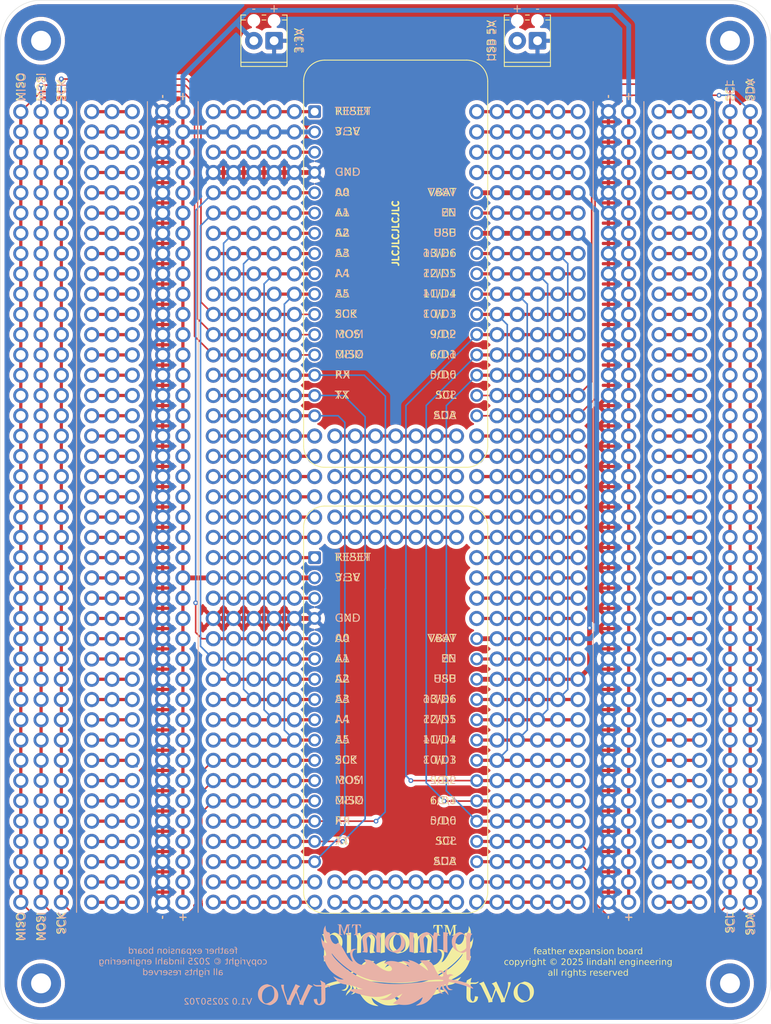
<source format=kicad_pcb>
(kicad_pcb (version 20241229) (generator "pcbnew") (generator_version "9.0")
  (layers (0 "F.Cu" signal) (2 "B.Cu" signal) (13 "F.Paste" user) (15 "B.Paste" user) (5 "F.SilkS" user "F.Silkscreen") (7 "B.SilkS" user "B.Silkscreen") (1 "F.Mask" user) (3 "B.Mask" user) (25 "Edge.Cuts" user))
  (net 0 "")
  (net 1 "/D0")
  (net 2 "/MISO")
  (net 3 "/SCL")
  (net 4 "/SDA")
  (net 5 "/A2")
  (net 6 "/EN")
  (net 7 "/EXTRA2")
  (net 8 "/A3")
  (net 9 "/D2")
  (net 10 "/D4")
  (net 11 "/MOSI")
  (net 12 "/A4")
  (net 13 "/VBAT")
  (net 14 "/A1")
  (net 15 "/RX")
  (net 16 "/TX")
  (net 17 "/D5")
  (net 18 "/D3")
  (net 19 "/RESET")
  (net 20 "/A0")
  (net 21 "/A5")
  (net 22 "/D6")
  (net 23 "/SCK")
  (net 24 "/D1")
  (net 25 "/EXTRA1")
  (net 77 "USB-5V")
  (net 78 "GND")
  (net 79 "+3V3")
  (net 114 "unconnected-(TS151-Pad1)")
  (footprint "LE Symbols:TieStrip-6" (layer "F.Cu") (at 109.22 109.22)
    (property "Reference" "TS36" (hide yes))
    (property "Value" "~" (hide yes))
  )
  (footprint "LE Symbols:TieStrip-3" (layer "F.Cu") (at 162.56 106.68)
    (property "Reference" "TS108" (hide yes))
    (property "Value" "~" (hide yes))
  )
  (footprint "LE Symbols:TieStrip-6" (layer "F.Cu") (at 142.24 121.92)
    (property "Reference" "TS129" (hide yes))
    (property "Value" "~" (hide yes))
  )
  (footprint "LE Symbols:TieStrip-5" (layer "F.Cu") (at 109.22 137.16)
    (property "Reference" "TS119" (hide yes))
    (property "Value" "~" (hide yes))
  )
  (footprint "LE Symbols:TieStrip-3" (layer "F.Cu") (at 162.56 157.48)
    (property "Reference" "TS177" (hide yes))
    (property "Value" "~" (hide yes))
  )
  (footprint "LE Symbols:TieStrip-3" (layer "F.Cu") (at 91.44 68.58)
    (property "Reference" "TS64" (hide yes))
    (property "Value" "~" (hide yes))
  )
  (footprint "LE Symbols:TieStrip-5" (layer "F.Cu") (at 144.78 96.52)
    (property "Reference" "TS24" (hide yes))
    (property "Value" "~" (hide yes))
  )
  (footprint "LE Symbols:TieStrip-5" (layer "F.Cu") (at 109.22 63.5)
    (property "Reference" "TS27" (hide yes))
    (property "Value" "~" (hide yes))
  )
  (footprint "LE Symbols:TieStrip-3" (layer "F.Cu") (at 91.44 81.28)
    (property "Reference" "TS69" (hide yes))
    (property "Value" "~" (hide yes))
  )
  (footprint "LE Symbols:TieStrip-3" (layer "F.Cu") (at 162.56 121.92)
    (property "Reference" "TS162" (hide yes))
    (property "Value" "~" (hide yes))
  )
  (footprint "LE Symbols:TieStrip-5" (layer "F.Cu") (at 109.22 81.28)
    (property "Reference" "TS8" (hide yes))
    (property "Value" "~" (hide yes))
  )
  (footprint "LE Symbols:TieStrip-3" (layer "F.Cu") (at 162.56 66.04)
    (property "Reference" "TS92" (hide yes))
    (property "Value" "~" (hide yes))
  )
  (footprint "LE Symbols:TieStrip-6" (layer "F.Cu") (at 142.24 63.5)
    (property "Reference" "TS58" (hide yes))
    (property "Value" "~" (hide yes))
  )
  (footprint "LE Symbols:TieStrip-3" (layer "F.Cu") (at 162.56 124.46)
    (property "Reference" "TS163" (hide yes))
    (property "Value" "~" (hide yes))
  )
  (footprint "LE Symbols:TieStrip-5" (layer "F.Cu") (at 109.22 132.08)
    (property "Reference" "TS88" (hide yes))
    (property "Value" "~" (hide yes))
  )
  (footprint "LE Symbols:TieStrip-3" (layer "F.Cu") (at 162.56 147.32)
    (property "Reference" "TS172" (hide yes))
    (property "Value" "~" (hide yes))
  )
  (footprint "LE Symbols:TieStrip-6" (layer "F.Cu") (at 142.24 104.14)
    (property "Reference" "TS40" (hide yes))
    (property "Value" "~" (hide yes))
  )
  (footprint "LE Symbols:TieStrip-3" (layer "F.Cu") (at 91.44 96.52)
    (property "Reference" "TS75" (hide yes))
    (property "Value" "~" (hide yes))
  )
  (footprint "LE Symbols:TieStrip-5" (layer "F.Cu") (at 109.22 147.32)
    (property "Reference" "TS120" (hide yes))
    (property "Value" "~" (hide yes))
  )
  (footprint "MountingHole:MountingHole_2.5mm_Pad_TopBottom" (layer "F.Cu") (at 82.55 170.18)
    (property "Reference" "H4" (hide yes))
    (property "Value" "MountingHole")
  )
  (footprint "LE Symbols:TieStrip-5" (layer "F.Cu") (at 144.78 71.12)
    (property "Reference" "TS28" (hide yes))
    (property "Value" "~" (hide yes))
  )
  (footprint "LE Symbols:TieStrip-6" (layer "F.Cu") (at 109.22 104.14)
    (property "Reference" "TS34" (hide yes))
    (property "Value" "~" (hide yes))
  )
  (footprint "LE Symbols:TieStrip-3" (layer "F.Cu") (at 91.44 127)
    (property "Reference" "TS145" (hide yes))
    (property "Value" "~" (hide yes))
  )
  (footprint "LE Symbols:TieStrip-3" (layer "F.Cu") (at 162.56 71.12)
    (property "Reference" "TS94" (hide yes))
    (property "Value" "~" (hide yes))
  )
  (footprint "LE Symbols:TieStrip-6" (layer "F.Cu") (at 142.24 106.68)
    (property "Reference" "TS41" (hide yes))
    (property "Value" "~" (hide yes))
  )
  (footprint "LE Symbols:TieStrip-5" (layer "F.Cu") (at 109.22 134.62)
    (property "Reference" "TS117" (hide yes))
    (property "Value" "~" (hide yes))
  )
  (footprint "LE Symbols:TieStrip-3" (layer "F.Cu") (at 162.56 142.24)
    (property "Reference" "TS170" (hide yes))
    (property "Value" "~" (hide yes))
  )
  (footprint "LE Symbols:TieStrip-40" (layer "F.Cu") (at 97.79 134.62 90)
    (property "Reference" "TS33" (hide yes))
    (property "Value" "~" (hide yes))
  )
  (footprint "LE Symbols:TieStrip-6" (layer "F.Cu") (at 142.24 60.96)
    (property "Reference" "TS57" (hide yes))
    (property "Value" "~" (hide yes))
  )
  (footprint "LE Symbols:TieStrip-3" (layer "F.Cu") (at 162.56 93.98)
    (property "Reference" "TS103" (hide yes))
    (property "Value" "~" (hide yes))
  )
  (footprint "LE Symbols:TieStrip-5" (layer "F.Cu") (at 144.78 83.82)
    (property "Reference" "TS14" (hide yes))
    (property "Value" "~" (hide yes))
  )
  (footprint "LE Symbols:TieStrip-3" (layer "F.Cu") (at 91.44 132.08)
    (property "Reference" "TS147" (hide yes))
    (property "Value" "~" (hide yes))
  )
  (footprint "LE Symbols:TieStrip-6" (layer "F.Cu") (at 142.24 109.22)
    (property "Reference" "TS43" (hide yes))
    (property "Value" "~" (hide yes))
  )
  (footprint "LE Symbols:TieStrip-5" (layer "F.Cu") (at 144.78 147.32)
    (property "Reference" "TS52" (hide yes))
    (property "Value" "~" (hide yes))
  )
  (footprint "LE Symbols:TieStrip-5" (layer "F.Cu") (at 109.22 119.38)
    (property "Reference" "TS46" (hide yes))
    (property "Value" "~" (hide yes))
  )
  (footprint "LE Symbols:TieStrip-3" (layer "F.Cu") (at 91.44 124.46)
    (property "Reference" "TS144" (hide yes))
    (property "Value" "~" (hide yes))
  )
  (footprint "LE Symbols:TieStrip-3" (layer "F.Cu") (at 162.56 83.82)
    (property "Reference" "TS99" (hide yes))
    (property "Value" "~" (hide yes))
  )
  (footprint "LE Symbols:TieStrip-5" (layer "F.Cu") (at 144.78 154.94)
    (property "Reference" "TS124" (hide yes))
    (property "Value" "~" (hide yes))
  )
  (footprint "LE Symbols:TieStrip-5" (layer "F.Cu") (at 109.22 139.7)
    (property "Reference" "TS121" (hide yes))
    (property "Value" "~" (hide yes))
  )
  (footprint "LE Symbols:TieStrip-5" (layer "F.Cu") (at 109.22 124.46)
    (property "Reference" "TS126" (hide yes))
    (property "Value" "~" (hide yes))
  )
  (footprint "LE Symbols:TieStrip-6" (layer "F.Cu") (at 142.24 160.02)
    (property "Reference" "TS137" (hide yes))
    (property "Value" "~" (hide yes))
  )
  (footprint "LE Symbols:TieStrip-40" (layer "F.Cu") (at 171.45 134.62 90)
    (property "Reference" "TS49" (hide yes))
    (property "Value" "~" (hide yes))
  )
  (footprint "LE Symbols:TieStrip-7" (layer "F.Cu") (at 124.46 160.02)
    (property "Reference" "TS139" (hide yes))
    (property "Value" "~" (hide yes))
  )
  (footprint "LE Symbols:TieStrip-3" (layer "F.Cu") (at 162.56 154.94)
    (property "Reference" "TS176" (hide yes))
    (property "Value" "~" (hide yes))
  )
  (footprint "LE Symbols:TieStrip-6" (layer "F.Cu") (at 142.24 114.3)
    (property "Reference" "TS132" (hide yes))
    (property "Value" "~" (hide yes))
  )
  (footprint "LE Symbols:TieStrip-3" (layer "F.Cu") (at 162.56 149.86)
    (property "Reference" "TS173" (hide yes))
    (property "Value" "~" (hide yes))
  )
  (footprint "LE Symbols:TieStrip-5" (layer "F.Cu") (at 144.78 139.7)
    (property "Reference" "TS81" (hide yes))
    (property "Value" "~" (hide yes))
  )
  (footprint "LE Symbols:TieStrip-6" (layer "F.Cu") (at 142.24 116.84)
    (property "Reference" "TS127" (hide yes))
    (property "Value" "~" (hide yes))
  )
  (footprint "LE Symbols:TieStrip-3" (layer "F.Cu") (at 91.44 91.44)
    (property "Reference" "TS73" (hide yes))
    (property "Value" "~" (hide yes))
  )
  (footprint "LE Symbols:TieStrip-3" (layer "F.Cu") (at 91.44 63.5)
    (property "Reference" "TS62" (hide yes))
    (property "Value" "~" (hide yes))
  )
  (footprint "LE Symbols:TieStrip-3" (layer "F.Cu") (at 162.56 160.02)
    (property "Reference" "TS178" (hide yes))
    (property "Value" "~" (hide yes))
  )
  (footprint "LE Symbols:TieStrip-5" (layer "F.Cu") (at 109.22 83.82)
    (property "Reference" "TS9" (hide yes))
    (property "Value" "~" (hide yes))
  )
  (footprint "LE Symbols:TieStrip-5" (layer "F.Cu") (at 144.78 152.4)
    (property "Reference" "TS125" (hide yes))
    (property "Value" "~" (hide yes))
  )
  (footprint "LE Symbols:TieStrip-3" (layer "F.Cu") (at 162.56 152.4)
    (property "Reference" "TS174" (hide yes))
    (property "Value" "~" (hide yes))
  )
  (footprint "LE Symbols:TieStrip-6" (layer "F.Cu") (at 142.24 68.58)
    (property "Reference" "TS60" (hide yes))
    (property "Value" "~" (hide yes))
  )
  (footprint "LE Symbols:TieStrip-5" (layer "F.Cu") (at 144.78 142.24)
    (property "Reference" "TS55" (hide yes))
    (property "Value" "~" (hide yes))
  )
  (footprint "LE Symbols:TieStrip-3" (layer "F.Cu") (at 162.56 134.62)
    (property "Reference" "TS167" (hide yes))
    (property "Value" "~" (hide yes))
  )
  (footprint "LE Symbols:TieStrip-40" (layer "F.Cu") (at 156.21 86.36 -90)
    (property "Reference" "TS29" (hide yes))
    (property "Value" "~" (hide yes))
  )
  (footprint "LE Symbols:TieStrip-5" (layer "F.Cu") (at 109.22 96.52)
    (property "Reference" "TS22" (hide yes))
    (property "Value" "~" (hide yes))
  )
  (footprint "LE Symbols:TieStrip-3" (layer "F.Cu") (at 162.56 144.78)
    (property "Reference" "TS171" (hide yes))
    (property "Value" "~" (hide yes))
  )
  (footprint "LE Symbols:TieStrip-3" (layer "F.Cu") (at 91.44 137.16)
    (property "Reference" "TS149" (hide yes))
    (property "Value" "~" (hide yes))
  )
  (footprint "LE Symbols:TieStrip-3" (layer "F.Cu") (at 91.44 157.48)
    (property "Reference" "TS157" (hide yes))
    (property "Value" "~" (hide yes))
  )
  (footprint "LE Symbols:TieStrip-6" (layer "F.Cu") (at 109.22 101.6)
    (property "Reference" "TS31" (hide yes))
    (property "Value" "~" (hide yes))
  )
  (footprint "LE Symbols:TieStrip-3" (layer "F.Cu") (at 162.56 76.2)
    (property "Reference" "TS96" (hide yes))
    (property "Value" "~" (hide yes))
  )
  (footprint "LE Symbols:TieStrip-5" (layer "F.Cu") (at 144.78 91.44)
    (property "Reference" "TS11" (hide yes))
    (property "Value" "~" (hide yes))
  )
  (footprint "MountingHole:MountingHole_2.5mm_Pad_TopBottom" (layer "F.Cu") (at 168.91 52.07)
    (property "Reference" "H1" (hide yes))
    (property "Value" "MountingHole")
  )
  (footprint "LE Symbols:TieStrip-5" (layer "F.Cu") (at 144.78 86.36)
    (property "Reference" "TS13" (hide yes))
    (property "Value" "~" (hide yes))
  )
  (footprint "LE Symbols:TieStrip-6" (layer "F.Cu") (at 142.24 101.6)
    (property "Reference" "TS39" (hide yes))
    (property "Value" "~" (hide yes))
  )
  (footprint "LE Symbols:TieStrip-3" (layer "F.Cu") (at 91.44 149.86)
    (property "Reference" "TS154" (hide yes))
    (property "Value" "~" (hide yes))
  )
  (footprint "LE Symbols:TieStrip-5" (layer "F.Cu") (at 144.78 144.78)
    (property "Reference" "TS54" (hide yes))
    (property "Value" "~" (hide yes))
  )
  (footprint "LE Symbols:TieStrip-3" (layer "F.Cu") (at 91.44 88.9)
    (property "Reference" "TS72" (hide yes))
    (property "Value" "~" (hide yes))
  )
  (footprint "LE Symbols:TieStrip-3" (layer "F.Cu") (at 162.56 96.52)
    (property "Reference" "TS104" (hide yes))
    (property "Value" "~" (hide yes))
  )
  (footprint "LE Symbols:TieStrip-40" (layer "F.Cu") (at 80.01 134.62 90)
    (property "Reference" "TS37" (hide yes))
    (property "Value" "~" (hide yes))
  )
  (footprint "LE Symbols:TieStrip-5" (layer "F.Cu") (at 144.78 93.98)
    (property "Reference" "TS10" (hide yes))
    (property "Value" "~" (hide yes))
  )
  (footprint "LE Symbols:TieStrip-3" (layer "F.Cu") (at 91.44 142.24)
    (property "Reference" "TS151" (hide yes))
    (property "Value" "~" (hide yes))
  )
  (footprint "LE Symbols:TieStrip-3" (layer "F.Cu") (at 162.56 99.06)
    (property "Reference" "TS105" (hide yes))
    (property "Value" "~" (hide yes))
  )
  (footprint "LE Symbols:TieStrip-5" (layer "F.Cu") (at 109.22 142.24)
    (property "Reference" "TS116" (hide yes))
    (property "Value" "~" (hide yes))
  )
  (footprint "LE Symbols:TieStrip-5" (layer "F.Cu") (at 144.78 88.9)
    (property "Reference" "TS12" (hide yes))
    (property "Value" "~" (hide yes))
  )
  (footprint "LE Symbols:TieStrip-5" (layer "F.Cu") (at 109.22 78.74)
    (property "Reference" "TS7" (hide yes))
    (property "Value" "~" (hide yes))
  )
  (footprint "LE Symbols:TieStrip-3" (layer "F.Cu") (at 162.56 132.08)
    (property "Reference" "TS166" (hide yes))
    (property "Value" "~" (hide yes))
  )
  (footprint "LE Symbols:TieStrip-6" (layer "F.Cu") (at 142.24 157.48)
    (property "Reference" "TS136" (hide yes))
    (property "Value" "~" (hide yes))
  )
  (footprint "LE Symbols:TieStrip-6" (layer "F.Cu") (at 109.22 160.02)
    (property "Reference" "TS135" (hide yes))
    (property "Value" "~" (hide yes))
  )
  (footprint "LE Symbols:TieStrip-40" (layer "F.Cu") (at 153.67 86.36 -90)
    (property "Reference" "TS30" (hide yes))
    (property "Value" "~" (hide yes))
  )
  (footprint "LE Symbols:TieStrip-3" (layer "F.Cu") (at 162.56 91.44)
    (property "Reference" "TS102" (hide yes))
    (property "Value" "~" (hide yes))
  )
  (footprint "LE Symbols:TieStrip-5" (layer "F.Cu") (at 109.22 88.9)
    (property "Reference" "TS19" (hide yes))
    (property "Value" "~" (hide yes))
  )
  (footprint "LE Symbols:TieStrip-5" (layer "F.Cu") (at 109.22 76.2)
    (property "Reference" "TS6" (hide yes))
    (property "Value" "~" (hide yes))
  )
  (footprint "LE Symbols:TieStrip-3" (layer "F.Cu") (at 91.44 160.02)
    (property "Reference" "TS158" (hide yes))
    (property "Value" "~" (hide yes))
  )
  (footprint "LE Symbols:TieStrip-3" (layer "F.Cu") (at 91.44 144.78)
    (property "Reference" "TS152" (hide yes))
    (property "Value" "~" (hide yes))
  )
  (footprint "LE Symbols:TieStrip-3" (layer "F.Cu") (at 162.56 116.84)
    (property "Reference" "TS160" (hide yes))
    (property "Value" "~" (hide yes))
  )
  (footprint "LE Symbols:TieStrip-7" (layer "F.Cu") (at 124.46 157.48)
    (property "Reference" "TS138" (hide yes))
    (property "Value" "~" (hide yes))
  )
  (footprint "LE Symbols:TieStrip-3" (layer "F.Cu") (at 91.44 134.62)
    (property "Reference" "TS148" (hide yes))
    (property "Value" "~" (hide yes))
  )
  (footprint "LE Symbols:TieStrip-3" (layer "F.Cu") (at 162.56 81.28)
    (property "Reference" "TS98" (hide yes))
    (property "Value" "~" (hide yes))
  )
  (footprint "LE Symbols:TieStrip-3" (layer "F.Cu") (at 162.56 60.96)
    (property "Reference" "TS90" (hide yes))
    (property "Value" "~" (hide yes))
  )
  (footprint "LE Symbols:TieStrip-5" (layer "F.Cu") (at 144.78 134.62)
    (property "Reference" "TS84" (hide yes))
    (property "Value" "~" (hide yes))
  )
  (footprint "LE Symbols:TieStrip-5" (layer "F.Cu") (at 109.22 86.36)
    (property "Reference" "TS18" (hide yes))
    (property "Value" "~" (hide yes))
  )
  (footprint "LE Symbols:TieStrip-5" (layer "F.Cu") (at 144.78 99.06)
    (property "Reference" "TS23" (hide yes))
    (property "Value" "~" (hide yes))
  )
  (footprint "LE Symbols:TieStrip-5" (layer "F.Cu") (at 109.22 127)
    (property "Reference" "TS85" (hide yes))
    (property "Value" "~" (hide yes))
  )
  (footprint "LE Symbols:TieStrip-3" (layer "F.Cu") (at 91.44 66.04)
    (property "Reference" "TS63" (hide yes))
    (property "Value" "~" (hide yes))
  )
  (footprint "LE Symbols:TieStrip-5" (layer "F.Cu") (at 144.78 127)
    (property "Reference" "TS45" (hide yes))
    (property "Value" "~" (hide yes))
  )
  (footprint "LE Symbols:TieStrip-7" (layer "F.Cu") (at 124.46 104.14)
    (property "Reference" "TS112" (hide yes))
    (property "Value" "~" (hide yes))
  )
  (footprint "LE Symbols:TieStrip-5" (layer "F.Cu") (at 144.78 81.28)
    (property "Reference" "TS15" (hide yes))
    (property "Value" "~" (hide yes))
  )
  (footprint "LE Symbols:TieStrip-3" (layer "F.Cu") (at 91.44 129.54)
    (property "Reference" "TS146" (hide yes))
    (property "Value" "~" (hide yes))
  )
  (footprint "LE Symbols:TieStrip-3" (layer "F.Cu") (at 162.56 104.14)
    (property "Reference" "TS107" (hide yes))
    (property "Value" "~" (hide yes))
  )
  (footprint "LE Symbols:TieStrip-3" (layer "F.Cu") (at 162.56 101.6)
    (property "Reference" "TS106" (hide yes))
    (property "Value" "~" (hide yes))
  )
  (footprint "LE Symbols:TieStrip-3" (layer "F.Cu") (at 91.44 106.68)
    (property "Reference" "TS79" (hide yes))
    (property "Value" "~" (hide yes))
  )
  (footprint "LE Symbols:TieStrip-6" (layer "F.Cu") (at 142.24 119.38)
    (property "Reference" "TS128" (hide yes))
    (property "Value" "~" (hide yes))
  )
  (footprint "LE Symbols:TieStrip-40" (layer "F.Cu") (at 168.91 134.62 90)
    (property "Reference" "TS53" (hide yes))
    (property "Value" "~" (hide yes))
  )
  (footprint "LE Symbols:TieStrip-5" (layer "F.Cu") (at 109.22 68.58)
    (property "Reference" "TS25" (hide yes))
    (property "Value" "~" (hide yes))
  )
  (footprint "LE Symbols:TieStrip-3" (layer "F.Cu") (at 91.44 111.76)
    (property "Reference" "TS89" (hide yes))
    (property "Value" "~" (hide yes))
  )
  (footprint "LE Symbols:TieStrip-3" (layer "F.Cu") (at 91.44 114.3)
    (property "Reference" "TS140" (hide yes))
    (property "Value" "~" (hide yes))
  )
  (footprint "LE Symbols:TieStrip-3" (layer "F.Cu") (at 91.44 71.12)
    (property "Reference" "TS65" (hide yes))
    (property "Value" "~" (hide yes))
  )
  (footprint "LE Symbols:TieStrip-5" (layer "F.Cu") (at 109.22 152.4)
    (property "Reference" "TS123" (hide yes))
    (property "Value" "~" (hide yes))
  )
  (footprint "LE Symbols:TieStrip-3" (layer "F.Cu") (at 162.56 109.22)
    (property "Reference" "TS109" (hide yes))
    (property "Value" "~" (hide yes))
  )
  (footprint "LE Symbols:TieStrip-3" (layer "F.Cu") (at 91.44 121.92)
    (property "Reference" "TS143" (hide yes))
    (property "Value" "~" (hide yes))
  )
  (footprint "LE Symbols:TieStrip-5" (layer "F.Cu") (at 144.78 73.66)
    (property "Reference" "TS2" (hide yes))
    (property "Value" "~" (hide yes))
  )
  (footprint "LE Symbols:TieStrip-7" (layer "F.Cu") (at 124.46 114.3)
    (property "Reference" "TS133" (hide yes))
    (property "Value" "~" (hide yes))
  )
  (footprint "LE Symbols:TieStrip-3" (layer "F.Cu") (at 91.44 93.98)
    (property "Reference" "TS74" (hide yes))
    (property "Value" "~" (hide yes))
  )
  (footprint "LE Symbols:TieStrip-3" (layer "F.Cu") (at 91.44 154.94)
    (property "Reference" "TS156" (hide yes))
    (property "Value" "~" (hide yes))
  )
  (footprint "LE Symbols:TieStrip-6" (layer "F.Cu") (at 109.22 157.48)
    (property "Reference" "TS134" (hide yes))
    (property "Value" "~" (hide yes))
  )
  (footprint "LE Symbols:TieStrip-3" (layer "F.Cu") (at 162.56 86.36)
    (property "Reference" "TS100" (hide yes))
    (property "Value" "~" (hide yes))
  )
  (footprint "LE Symbols:TieStrip-5" (layer "F.Cu") (at 144.78 76.2)
    (property "Reference" "TS26" (hide yes))
    (property "Value" "~" (hide yes))
  )
  (footprint "LE Symbols:TieStrip-7" (layer "F.Cu") (at 124.46 101.6)
    (property "Reference" "TS111" (hide yes))
    (property "Value" "~" (hide yes))
  )
  (footprint "LE Symbols:TieStrip-7" (layer "F.Cu") (at 124.46 111.76)
    (property "Reference" "TS115" (hide yes))
    (property "Value" "~" (hide yes))
  )
  (footprint "LE Symbols:TieStrip-3" (layer "F.Cu") (at 162.56 63.5)
    (property "Reference" "TS91" (hide yes))
    (property "Value" "~" (hide yes))
  )
  (footprint "LE Symbols:TieStrip-6" (layer "F.Cu") (at 142.24 124.46)
    (property "Reference" "TS130" (hide yes))
    (property "Value" "~" (hide yes))
  )
  (footprint "LE Symbols:TieStrip-7" (layer "F.Cu") (at 124.46 106.68)
    (property "Reference" "TS113" (hide yes))
    (property "Value" "~" (hide yes))
  )
  (footprint "LE Symbols:TieStrip-3" (layer "F.Cu") (at 162.56 73.66)
    (property "Reference" "TS95" (hide yes))
    (property "Value" "~" (hide yes))
  )
  (footprint "LE Symbols:TieStrip-40" (layer "F.Cu") (at 85.09 134.62 90)
    (property "Reference" "TS48" (hide yes))
    (property "Value" "~" (hide yes))
  )
  (footprint "LE Symbols:TieStrip-3" (layer "F.Cu") (at 91.44 101.6)
    (property "Reference" "TS77" (hide yes))
    (property "Value" "~" (hide yes))
  )
  (footprint "LE Symbols:TieStrip-3" (layer "F.Cu") (at 91.44 76.2)
    (property "Reference" "TS67" (hide yes))
    (property "Value" "~" (hide yes))
  )
  (footprint "LE Symbols:TieStrip-5" (layer "F.Cu") (at 109.22 71.12)
    (property "Reference" "TS4" (hide yes))
    (property "Value" "~" (hide yes))
  )
  (footprint "LE Symbols:TieStrip-3" (layer "F.Cu") (at 91.44 109.22)
    (property "Reference" "TS80" (hide yes))
    (property "Value" "~" (hide yes))
  )
  (footprint "LE Symbols:TieStrip-5" (layer "F.Cu") (at 109.22 99.06)
    (property "Reference" "TS17" (hide yes))
    (property "Value" "~" (hide yes))
  )
  (footprint "LE Symbols:TieStrip-3" (layer "F.Cu") (at 162.56 127)
    (property "Reference" "TS164" (hide yes))
    (property "Value" "~" (hide yes))
  )
  (footprint "LE Symbols:TieStrip-3" (layer "F.Cu") (at 162.56 129.54)
    (property "Reference" "TS165" (hide yes))
    (property "Value" "~" (hide yes))
  )
  (footprint "LE Symbols:TieStrip-3" (layer "F.Cu") (at 91.44 60.96)
    (property "Reference" "TS61" (hide yes))
    (property "Value" "~" (hide yes))
  )
  (footprint "LE Symbols:TieStrip-5" (layer "F.Cu") (at 109.22 116.84)
    (property "Reference" "TS51" (hide yes))
    (property "Value" "~" (hide yes))
  )
  (footprint "LE Symbols:TieStrip-5" (layer "F.Cu") (at 109.22 66.04)
    (property "Reference" "TS3" (hide yes))
    (property "Value" "~" (hide yes))
  )
  (footprint "LE Symbols:TieStrip-3" (layer "F.Cu") (at 91.44 147.32)
    (property "Reference" "TS153" (hide yes))
    (property "Value" "~" (hide yes))
  )
  (footprint "LE Symbols:TieStrip-3" (layer "F.Cu") (at 162.56 139.7)
    (property "Reference" "TS169" (hide yes))
    (property "Value" "~" (hide yes))
  )
  (footprint "LE Symbols:TieStrip-3" (layer "F.Cu") (at 91.44 78.74)
    (property "Reference" "TS68" (hide yes))
    (property "Value" "~" (hide yes))
  )
  (footprint "LE Symbols:TieStrip-6" (layer "F.Cu") (at 109.22 111.76)
    (property "Reference" "TS38" (hide yes))
    (property "Value" "~" (hide yes))
  )
  (footprint "LE Symbols:TieStrip-5" (layer "F.Cu") (at 144.78 132.08)
    (property "Reference" "TS47" (hide yes))
    (property "Value" "~" (hide yes))
  )
  (footprint "LE Symbols:TieStrip-5" (layer "F.Cu") (at 109.22 154.94)
    (property "Reference" "TS86" (hide yes))
    (property "Value" "~" (hide yes))
  )
  (footprint "LE Symbols:TieStrip-5" (layer "F.Cu") (at 144.78 78.74)
    (property "Reference" "TS16" (hide yes))
    (property "Value" "~" (hide yes))
  )
  (footprint "LE Symbols:TieStrip-5" (layer "F.Cu") (at 109.22 60.96)
    (property "Reference" "TS1" (hide yes))
    (property "Value" "~" (hide yes))
  )
  (footprint "LE Symbols:TieStrip-3" (layer "F.Cu") (at 162.56 114.3)
    (property "Reference" "TS159" (hide yes))
    (property "Value" "~" (hide yes))
  )
  (footprint "MountingHole:MountingHole_2.5mm_Pad_TopBottom" (layer "F.Cu") (at 168.91 170.18)
    (property "Reference" "H2" (hide yes))
    (property "Value" "MountingHole")
  )
  (footprint "LE Symbols:TieStrip-3" (layer "F.Cu") (at 91.44 86.36)
    (property "Reference" "TS71" (hide yes))
    (property "Value" "~" (hide yes))
  )
  (footprint "LE Symbols:TieStrip-3" (layer "F.Cu") (at 91.44 99.06)
    (property "Reference" "TS76" (hide yes))
    (property "Value" "~" (hide yes))
  )
  (footprint "LE Symbols:TieStrip-5" (layer "F.Cu") (at 109.22 73.66)
    (property "Reference" "TS5" (hide yes))
    (property "Value" "~" (hide yes))
  )
  (footprint "LE Symbols:TieStrip-5" (layer "F.Cu") (at 109.22 121.92)
    (property "Reference" "TS82" (hide yes))
    (property "Value" "~" (hide yes))
  )
  (footprint "LE Symbols:TieStrip-5" (layer "F.Cu") (at 109.22 93.98)
    (property "Reference" "TS21" (hide yes))
    (property "Value" "~" (hide yes))
  )
  (footprint "LE Symbols:TieStrip-3" (layer "F.Cu") (at 91.44 73.66)
    (property "Reference" "TS66" (hide yes))
    (property "Value" "~" (hide yes))
  )
  (footprint "LE Symbols:TieStrip-5" (layer "F.Cu") (at 109.22 149.86)
    (property "Reference" "TS122" (hide yes))
    (property "Value" "~" (hide yes))
  )
  (footprint "LE Symbols:TieStrip-7" (layer "F.Cu") (at 124.46 109.22)
    (property "Reference" "TS114" (hide yes))
    (property "Value" "~" (hide yes))
  )
  (footprint "LE Symbols:TieStrip-40" (layer "F.Cu") (at 82.55 134.62 90)
    (property "Reference" "TS42" (hide yes))
    (property "Value" "~" (hide yes))
  )
  (footprint "LE Symbols:TieStrip-6" (layer "F.Cu") (at 109.22 106.68)
    (property "Reference" "TS35" (hide yes))
    (property "Value" "~" (hide yes))
  )
  (footprint "LE Symbols:TieStrip-3" (layer "F.Cu") (at 162.56 78.74)
    (property "Reference" "TS97" (hide yes))
    (property "Value" "~" (hide yes))
  )
  (footprint "MountingHole:MountingHole_2.5mm_Pad_TopBottom" (layer "F.Cu") (at 82.55 52.07)
    (property "Reference" "H3" (hide yes))
    (property "Value" "MountingHole")
  )
  (footprint "LE Symbols:TieStrip-3" (layer "F.Cu") (at 91.44 104.14)
    (property "Reference" "TS78" (hide yes))
    (property "Value" "~" (hide yes))
  )
  (footprint "LE Symbols:TieStrip-3" (layer "F.Cu") (at 91.44 116.84)
    (property "Reference" "TS141" (hide yes))
    (property "Value" "~" (hide yes))
  )
  (footprint "LE Symbols:TieStrip-3" (layer "F.Cu") (at 162.56 119.38)
    (property "Reference" "TS161" (hide yes))
    (property "Value" "~" (hide yes))
  )
  (footprint "LE Symbols:TieStrip-3" (layer "F.Cu") (at 162.56 68.58)
    (property "Reference" "TS93" (hide yes))
    (property "Value" "~" (hide yes))
  )
  (footprint "LE Symbols:TieStrip-3" (layer "F.Cu") (at 91.44 152.4)
    (property "Reference" "TS155" (hide yes))
    (property "Value" "~" (hide yes))
  )
  (footprint "LE Symbols:TieStrip-3" (layer "F.Cu") (at 162.56 111.76)
    (property "Reference" "TS110" (hide yes))
    (property "Value" "~" (hide yes))
  )
  (footprint "LE Symbols:TieStrip-5" (layer "F.Cu") (at 109.22 129.54)
    (property "Reference" "TS87" (hide yes))
    (property "Value" "~" (hide yes))
  )
  (footprint "LE Symbols:Adafruit_Feather" (layer "F.Cu") (at 116.84 116.84)
    (property "Reference" "A2" (hide yes))
    (property "Value" "Adafruit_Feather_Generic")
  )
  (footprint "LE Symbols:TieStrip-3" (layer "F.Cu") (at 162.56 137.16)
    (property "Reference" "TS168" (hide yes))
    (property "Value" "~" (hide yes))
  )
  (footprint "LE Symbols:TieStrip-5" (layer "F.Cu") (at 109.22 144.78)
    (property "Reference" "TS118" (hide yes))
    (property "Value" "~" (hide yes))
  )
  (footprint "LE Symbols:TieStrip-3" (layer "F.Cu") (at 91.44 83.82)
    (property "Reference" "TS70" (hide yes))
    (property "Value" "~" (hide yes))
  )
  (footprint "LE Symbols:TerminalBlock_screw_2.54_left" (layer "F.Cu") (at 111.76 52.07 180)
    (property "Reference" "J1" (hide yes))
    (property "Value" "Screw_Terminal_01x02")
  )
  (footprint "LE Symbols:TieStrip-5" (layer "F.Cu") (at 144.78 129.54)
    (property "Reference" "TS56" (hide yes))
    (property "Value" "~" (hide yes))
  )
  (footprint "LE Symbols:TieStrip-3" (layer "F.Cu") (at 162.56 88.9)
    (property "Reference" "TS101" (hide yes))
    (property "Value" "~" (hide yes))
  )
  (footprint "LE Symbols:TieStrip-5" (layer "F.Cu") (at 109.22 91.44)
    (property "Reference" "TS20" (hide yes))
    (property "Value" "~" (hide yes))
  )
  (footprint "LE Symbols:TieStrip-40" (layer "F.Cu") (at 100.33 134.62 90)
    (property "Reference" "TS32" (hide yes))
    (property "Value" "~" (hide yes))
  )
  (footprint "LE Symbols:TieStrip-6" (layer "F.Cu") (at 142.24 66.04)
    (property "Reference" "TS59" (hide yes))
    (property "Value" "~" (hide yes))
  )
  (footprint "LE Symbols:Adafruit_Feather" (layer "F.Cu") (at 116.84 60.96)
    (property "Reference" "A1" (hide yes))
    (property "Value" "Adafruit_Feather_Generic")
  )
  (footprint "LE Symbols:TieStrip-6" (layer "F.Cu") (at 142.24 111.76)
    (property "Reference" "TS44" (hide yes))
    (property "Value" "~" (hide yes))
  )
  (footprint "LE Symbols:TieStrip-3" (layer "F.Cu") (at 91.44 139.7)
    (property "Reference" "TS150" (hide yes))
    (property "Value" "~" (hide yes))
  )
  (footprint "LE Symbols:TieStrip-6" (layer "F.Cu") (at 109.22 114.3)
    (property "Reference" "TS131" (hide yes))
    (property "Value" "~" (hide yes))
  )
  (footprint "LE Symbols:TieStrip-5" (layer "F.Cu") (at 144.78 149.86)
    (property "Reference" "TS50" (hide yes))
    (property "Value" "~" (hide yes))
  )
  (footprint "LE Symbols:TieStrip-3" (layer "F.Cu") (at 91.44 119.38)
    (property "Reference" "TS142" (hide yes))
    (property "Value" "~" (hide yes))
  )
  (footprint "LE Symbols:TerminalBlock_screw_2.54_left" (layer "F.Cu") (at 144.78 52.07 180)
    (property "Reference" "J2" (hide yes))
    (property "Value" "Screw_Terminal_01x02")
  )
  (footprint "LE Symbols:TieStrip-5" (layer "F.Cu") (at 144.78 137.16)
    (property "Reference" "TS83" (hide yes))
    (property "Value" "~" (hide yes))
  )
  (gr_line (start 86.995 59.69) (end 86.995 161.29) (stroke (width 0.1)) (layer "F.SilkS"))
  (gr_poly (pts (xy 125.119727 166.407618) (xy 125.119625 166.407618) (xy 125.119728 166.407597)) (fill yes) (layer "F.SilkS"))
  (gr_poly (pts (xy 130.680295 163.828146) (xy 130.723004 163.836453) (xy 130.765141 163.846614) (xy 130.806709 163.858631) (xy 130.847709 163.872503) (xy 130.888143 163.88823) (xy 130.928012 163.905812) (xy 130.967317 163.92525) (xy 131.00606 163.946542) (xy 131.044243 163.969689) (xy 131.081866 163.994691) (xy 131.118932 164.021548) (xy 131.155442 164.05026) (xy 131.191398 164.080827) (xy 131.2268 164.113249) (xy 131.261651 164.147526) (xy 131.295141 164.18253) (xy 131.32646 164.217475) (xy 131.355611 164.25236) (xy 131.382594 164.287184) (xy 131.40741 164.321945) (xy 131.430062 164.356641) (xy 131.45055 164.391271) (xy 131.468876 164.425833) (xy 131.48504 164.460327) (xy 131.499045 164.49475) (xy 131.510892 164.529101) (xy 131.520582 164.563378) (xy 131.528116 164.597581) (xy 131.533496 164.631707) (xy 131.536723 164.665755) (xy 131.537798 164.699723) (xy 131.537632 164.716588) (xy 131.537074 164.735587) (xy 131.536623 164.745863) (xy 131.536041 164.756644) (xy 131.535319 164.76792) (xy 131.534446 164.779682) (xy 131.532247 164.803979) (xy 131.529506 164.828819) (xy 131.526288 164.854136) (xy 131.52266 164.879862) (xy 131.397184 165.915266) (xy 131.390237 165.966294) (xy 131.384585 166.010465) (xy 131.383444 166.020048) (xy 131.38252 166.028603) (xy 131.381246 166.042636) (xy 131.3806 166.052572) (xy 131.380421 166.058421) (xy 131.380697 166.078139) (xy 131.381526 166.096894) (xy 131.382907 166.114666) (xy 131.384841 166.131434) (xy 131.387327 166.147178) (xy 131.390365 166.161878) (xy 131.392092 166.16883) (xy 131.393956 166.175513) (xy 131.395959 166.181924) (xy 131.3981 166.188062) (xy 131.400502 166.193875) (xy 131.402987 166.199312) (xy 131.405555 166.204372) (xy 131.408207 166.209057) (xy 131.410944 166.213366) (xy 131.413767 166.2173) (xy 131.416678 166.220858) (xy 131.419677 166.224041) (xy 131.422765 166.22685) (xy 131.425943 166.229283) (xy 131.429213 166.231341) (xy 131.432575 166.233025) (xy 131.436031 166.234335) (xy 131.437794 166.234849) (xy 131.439581 166.23527) (xy 131.441392 166.235597) (xy 131.443227 166.235831) (xy 131.446969 166.236018) (xy 131.447687 166.235998) (xy 131.448587 166.235939) (xy 131.450938 166.235708) (xy 131.454042 166.235337) (xy 131.457916 166.234837) (xy 131.468057 166.233489) (xy 131.481512 166.231751) (xy 131.496023 166.230002) (xy 131.510353 166.2285) (xy 131.537901 166.225858) (xy 131.547959 166.327763) (xy 131.066477 166.397562) (xy 131.059813 166.398782) (xy 131.053092 166.399926) (xy 131.046332 166.400993) (xy 131.039554 166.401984) (xy 131.032775 166.402898) (xy 131.026015 166.403736) (xy 131.012629 166.405183) (xy 130.999362 166.406309) (xy 130.987191 166.407102) (xy 130.981465 166.407376) (xy 130.975953 166.407571) (xy 130.970635 166.407686) (xy 130.965489 166.407725) (xy 130.963596 166.407668) (xy 130.961708 166.407498) (xy 130.959825 166.407214) (xy 130.957946 166.406817) (xy 130.956071 166.406307) (xy 130.9542 166.405685) (xy 130.952332 166.40495) (xy 130.950467 166.404102) (xy 130.948605 166.403142) (xy 130.946746 166.40207) (xy 130.944888 166.400887) (xy 130.943032 166.399591) (xy 130.941177 166.398185) (xy 130.939324 166.396667) (xy 130.937471 166.395037) (xy 130.935618 166.393297) (xy 130.931913 166.389485) (xy 130.928204 166.385231) (xy 130.924491 166.380538) (xy 130.920769 166.375406) (xy 130.917037 166.369837) (xy 130.913291 166.363832) (xy 130.909529 166.357394) (xy 130.905749 166.350523) (xy 130.90222 166.343358) (xy 130.898912 166.336074) (xy 130.895824 166.328671) (xy 130.892959 166.32115) (xy 130.890317 166.31351) (xy 130.887899 166.305752) (xy 130.885707 166.297875) (xy 130.883741 166.289881) (xy 130.882002 166.281769) (xy 130.880492 166.273539) (xy 130.879211 166.265192) (xy 130.878161 166.256727) (xy 130.877342 166.248145) (xy 130.876756 166.239445) (xy 130.876403 166.230629) (xy 130.876286 166.221696) (xy 130.876366 166.216526) (xy 130.876608 166.20985) (xy 130.877568 166.191928) (xy 130.879157 166.167833) (xy 130.881365 166.13747) (xy 130.882644 166.118697) (xy 130.883905 166.101592) (xy 130.885166 166.08622) (xy 130.886445 166.072648) (xy 130.997595 164.946311) (xy 131.00444 164.877413) (xy 131.00938 164.82429) (xy 131.010975 164.802607) (xy 131.012009 164.784182) (xy 131.012566 164.768768) (xy 131.012733 164.756117) (xy 131.011776 164.729019) (xy 131.008906 164.702019) (xy 131.004123 164.675117) (xy 130.997431 164.648313) (xy 130.988829 164.621607) (xy 130.97832 164.595) (xy 130.965903 164.568492) (xy 130.951582 164.542082) (xy 130.935357 164.51577) (xy 130.91723 164.489558) (xy 130.897201 164.463445) (xy 130.875273 164.437432) (xy 130.851446 164.411517) (xy 130.825722 164.385703) (xy 130.798102 164.359988) (xy 130.768588 164.334373) (xy 130.737969 164.30959) (xy 130.707034 164.28641) (xy 130.675786 164.264831) (xy 130.644225 164.244853) (xy 130.612352 164.226476) (xy 130.58017 164.2097) (xy 130.547679 164.194523) (xy 130.51488 164.180946) (xy 130.481775 164.168968) (xy 130.448366 164.158588) (xy 130.414654 164.149807) (xy 130.380639 164.142623) (xy 130.346324 164.137036) (xy 130.311709 164.133046) (xy 130.276796 164.130652) (xy 130.241587 164.129855) (xy 130.22899 164.129855) (xy 130.228581 164.129748) (xy 130.207899 164.142929) (xy 130.187538 164.157215) (xy 130.167501 164.172607) (xy 130.147791 164.189106) (xy 130.128414 164.206714) (xy 130.109371 164.225432) (xy 130.090668 164.245263) (xy 130.072307 164.266209) (xy 130.054293 164.288269) (xy 130.036629 164.311447) (xy 130.019319 164.335744) (xy 130.002366 164.361162) (xy 129.985775 164.387701) (xy 129.969549 164.415365) (xy 129.953692 164.444154) (xy 129.938207 164.47407) (xy 129.923346 164.504279) (xy 129.909395 164.534291) (xy 129.896356 164.564105) (xy 129.88423 164.593721) (xy 129.873018 164.62314) (xy 129.86272 164.652362) (xy 129.853339 164.681385) (xy 129.844874 164.710212) (xy 129.837327 164.73884) (xy 129.8307 164.767271) (xy 129.824992 164.795505) (xy 129.820206 164.82354) (xy 129.816341 164.851379) (xy 129.8134 164.879019) (xy 129.811383 164.906462) (xy 129.810291 164.933708) (xy 129.785908 166.342899) (xy 129.285833 166.407719) (xy 129.315296 164.771247) (xy 129.315296 164.724107) (xy 129.315137 164.704909) (xy 129.314655 164.685861) (xy 129.313839 164.666939) (xy 129.31268 164.648121) (xy 129.311168 164.629384) (xy 129.309295 164.610705) (xy 129.30705 164.592062) (xy 129.304424 164.573432) (xy 129.301452 164.55526) (xy 129.298251 164.537327) (xy 129.294818 164.519644) (xy 129.291153 164.502222) (xy 129.287255 164.485071) (xy 129.283122 164.468203) (xy 129.278754 164.451627) (xy 129.274148 164.435355) (xy 129.200082 164.186233) (xy 129.196302 164.17235) (xy 129.192495 164.159756) (xy 129.188642 164.148482) (xy 129.186694 164.143349) (xy 129.184727 164.138557) (xy 129.18274 164.134111) (xy 129.180731 164.130014) (xy 129.178697 164.12627) (xy 129.176636 164.122882) (xy 129.174545 164.119856) (xy 129.172424 164.117194) (xy 129.170269 164.114901) (xy 129.168078 164.11298) (xy 129.165933 164.111136) (xy 129.163614 164.109413) (xy 129.161124 164.10781) (xy 129.158464 164.106329) (xy 129.155638 164.104967) (xy 129.152648 164.103726) (xy 129.149495 164.102604) (xy 129.146184 164.101601) (xy 129.142714 164.100718) (xy 129.139091 164.099953) (xy 129.135314 164.099307) (xy 129.131388 164.098778) (xy 129.127314 164.098368) (xy 129.123095 164.098076) (xy 129.118732 164.0979) (xy 129.11423 164.097842) (xy 129.084767 164.097842) (xy 129.057844 164.001931) (xy 129.654643 163.846179) (xy 129.669719 163.882166) (xy 129.684025 163.917497) (xy 129.697582 163.952154) (xy 129.710408 163.986119) (xy 129.722525 164.019375) (xy 129.733953 164.051903) (xy 129.744711 164.083686) (xy 129.754821 164.114706) (xy 129.763998 164.145444) (xy 129.772631 164.175783) (xy 129.780719 164.205724) (xy 129.78826 164.235269) (xy 129.795253 164.264418) (xy 129.801698 164.293173) (xy 129.807592 164.321536) (xy 129.812936 164.349506) (xy 129.872493 164.29017) (xy 129.930549 164.234616) (xy 129.987117 164.182847) (xy 130.042209 164.134862) (xy 130.09584 164.090664) (xy 130.148021 164.050253) (xy 130.198766 164.013631) (xy 130.248089 163.980798) (xy 130.272397 163.96553) (xy 130.296705 163.950971) (xy 130.321012 163.93712) (xy 130.34532 163.923977) (xy 130.369628 163.911543) (xy 130.393936 163.899819) (xy 130.418244 163.888804) (xy 130.442552 163.8785) (xy 130.466859 163.868907) (xy 130.491167 163.860025) (xy 130.515475 163.851855) (xy 130.539783 163.844397) (xy 130.564091 163.837651) (xy 130.588398 163.831618) (xy 130.612706 163.826299) (xy 130.637014 163.821694)) (fill yes) (layer "F.SilkS"))
  (gr_poly (pts (xy 136.525 169.545) (xy 136.518134 169.556069) (xy 136.511463 169.567315) (xy 136.504988 169.578742) (xy 136.498712 169.590352) (xy 136.492636 169.602148) (xy 136.486761 169.614131) (xy 136.48109 169.626305) (xy 136.475625 169.638672) (xy 136.470367 169.651235) (xy 136.465318 169.663995) (xy 136.460481 169.676957) (xy 136.455856 169.690122) (xy 136.451445 169.703493) (xy 136.447252 169.717072) (xy 136.443276 169.730863) (xy 136.439521 169.744867) (xy 136.432428 169.774515) (xy 136.425721 169.807574) (xy 136.419387 169.844045) (xy 136.413416 169.883926) (xy 136.407795 169.927219) (xy 136.402513 169.973923) (xy 136.397558 170.024037) (xy 136.392918 170.077563) (xy 136.951649 170.077563) (xy 136.979359 170.077083) (xy 137.006607 170.075636) (xy 137.0334 170.073213) (xy 137.059744 170.069806) (xy 137.085643 170.065407) (xy 137.111104 170.060005) (xy 137.136134 170.053594) (xy 137.160736 170.046163) (xy 137.172812 170.042176) (xy 137.184929 170.037881) (xy 137.197087 170.033276) (xy 137.209286 170.028363) (xy 137.221525 170.023142) (xy 137.233806 170.017614) (xy 137.258489 170.005635) (xy 137.283336 169.992429) (xy 137.308347 169.978) (xy 137.333521 169.962349) (xy 137.358859 169.945481) (xy 137.403717 170.015011) (xy 137.391837 170.028805) (xy 137.379655 170.042243) (xy 137.367173 170.055327) (xy 137.354393 170.068058) (xy 137.341316 170.080437) (xy 137.327945 170.092466) (xy 137.314281 170.104144) (xy 137.300326 170.115474) (xy 137.286081 170.126457) (xy 137.27155 170.137093) (xy 137.256733 170.147384) (xy 137.241633 170.15733) (xy 137.22625 170.166933) (xy 137.210588 170.176195) (xy 137.194647 170.185115) (xy 137.17843 170.193695) (xy 137.161965 170.201838) (xy 137.145555 170.209444) (xy 137.129198 170.216516) (xy 137.112892 170.223055) (xy 137.096634 170.229063) (xy 137.080422 170.234541) (xy 137.064253 170.239489) (xy 137.048124 170.243911) (xy 137.032034 170.247807) (xy 137.015979 170.251179) (xy 136.999956 170.254028) (xy 136.983964 170.256356) (xy 136.968 170.258164) (xy 136.952061 170.259454) (xy 136.936145 170.260227) (xy 136.920248 170.260484) (xy 136.875834 170.26034) (xy 136.829037 170.259892) (xy 136.779997 170.259117) (xy 136.728854 170.257992) (xy 136.643998 170.256091) (xy 136.601009 170.2555) (xy 136.552756 170.255593) (xy 136.52773 170.255815) (xy 136.502072 170.256247) (xy 136.475765 170.256979) (xy 136.448804 170.257992) (xy 136.392918 170.260484) (xy 136.377716 171.841975) (xy 136.377996 171.874776) (xy 136.378834 171.906447) (xy 136.380226 171.936978) (xy 136.382171 171.966362) (xy 136.384665 171.99459) (xy 136.387704 172.021652) (xy 136.391287 172.04754) (xy 136.39541 172.072245) (xy 136.399799 172.095823) (xy 136.404728 172.117789) (xy 136.410177 172.138166) (xy 136.41309 172.147766) (xy 136.416126 172.156977) (xy 136.419281 172.165803) (xy 136.422553 172.174247) (xy 136.42594 172.18231) (xy 136.429439 172.189998) (xy 136.433048 172.197311) (xy 136.436763 172.204253) (xy 136.440583 172.210828) (xy 136.444505 172.217037) (xy 136.514782 172.321207) (xy 136.525041 172.335144) (xy 136.530228 172.341841) (xy 136.535455 172.348359) (xy 136.540724 172.354697) (xy 136.546038 172.360856) (xy 136.551398 172.366836) (xy 136.556805 172.372638) (xy 136.562262 172.378261) (xy 136.567771 172.383707) (xy 136.573333 172.388975) (xy 136.57895 172.394066) (xy 136.584624 172.39898) (xy 136.590357 172.403719) (xy 136.59615 172.408281) (xy 136.602006 172.412667) (xy 136.607952 172.417028) (xy 136.614015 172.421233) (xy 136.620194 172.425286) (xy 136.626491 172.429189) (xy 136.632904 172.432944) (xy 136.639434 172.436555) (xy 136.646081 172.440023) (xy 136.652845 172.443351) (xy 136.659725 172.446542) (xy 136.666723 172.449599) (xy 136.673837 172.452523) (xy 136.681068 172.455317) (xy 136.688416 172.457985) (xy 136.69588 172.460528) (xy 136.703462 172.462949) (xy 136.71116 172.465251) (xy 136.723966 172.452579) (xy 136.736403 172.439331) (xy 136.74847 172.425509) (xy 136.760165 172.411114) (xy 136.771488 172.396147) (xy 136.782438 172.380612) (xy 136.793013 172.364509) (xy 136.803212 172.347841) (xy 136.813035 172.33061) (xy 136.82248 172.312816) (xy 136.831546 172.294462) (xy 136.840232 172.275551) (xy 136.848537 172.256083) (xy 136.856459 172.23606) (xy 136.863999 172.215485) (xy 136.871154 172.194359) (xy 136.877961 172.172674) (xy 136.884367 172.150515) (xy 136.89037 172.12788) (xy 136.895973 172.104767) (xy 136.90598 172.057104) (xy 136.914392 172.007513) (xy 136.921215 171.955983) (xy 136.926455 171.902502) (xy 136.930118 171.847058) (xy 136.93221 171.78964) (xy 137.331922 171.846457) (xy 137.327693 171.893829) (xy 137.322231 171.939863) (xy 137.315563 171.984313) (xy 137.307693 172.027177) (xy 137.298626 172.068456) (xy 137.288365 172.108149) (xy 137.276916 172.146254) (xy 137.264283 172.182771) (xy 137.25047 172.217699) (xy 137.235482 172.251038) (xy 137.219323 172.282786) (xy 137.201996 172.312944) (xy 137.183508 172.34151) (xy 137.163861 172.368484) (xy 137.143061 172.393865) (xy 137.121112 172.417652) (xy 137.097748 172.439972) (xy 137.073076 172.460861) (xy 137.047096 172.480316) (xy 137.019808 172.498337) (xy 136.991211 172.514923) (xy 136.961305 172.530072) (xy 136.930092 172.543784) (xy 136.89757 172.556057) (xy 136.863739 172.56689) (xy 136.828601 172.576282) (xy 136.792154 172.584233) (xy 136.754398 172.59074) (xy 136.715334 172.595803) (xy 136.674962 172.599421) (xy 136.633282 172.601592) (xy 136.590293 172.602317) (xy 136.571015 172.602109) (xy 136.551867 172.601487) (xy 136.532848 172.600449) (xy 136.513953 172.598995) (xy 136.495179 172.597125) (xy 136.476523 172.594839) (xy 136.457982 172.592135) (xy 136.439552 172.589015) (xy 136.42123 172.585477) (xy 136.403013 172.581521) (xy 136.384897 172.577146) (xy 136.36688 172.572353) (xy 136.348957 172.567141) (xy 136.331126 172.561509) (xy 136.313384 172.555457) (xy 136.295726 172.548986) (xy 136.27844 172.542157) (xy 136.261536 172.535037) (xy 136.245017 172.527622) (xy 136.228883 172.519914) (xy 136.213138 172.51191) (xy 136.197783 172.503611) (xy 136.182822 172.495015) (xy 136.168255 172.486122) (xy 136.154085 172.476931) (xy 136.140315 172.467442) (xy 136.126946 172.457653) (xy 136.113981 172.447565) (xy 136.101422 172.437175) (xy 136.089272 172.426484) (xy 136.077531 172.41549) (xy 136.066203 172.404194) (xy 136.053397 172.39046) (xy 136.041052 172.376545) (xy 136.029167 172.362453) (xy 136.017743 172.348184) (xy 136.006779 172.33374) (xy 135.996275 172.319122) (xy 135.986229 172.304332) (xy 135.976643 172.28937) (xy 135.967515 172.27424) (xy 135.958845 172.258941) (xy 135.950633 172.243476) (xy 135.942879 172.227846) (xy 135.935581 172.212053) (xy 135.92874 172.196097) (xy 135.922356 172.179981) (xy 135.916427 172.163706) (xy 135.910894 172.146881) (xy 135.905696 172.129394) (xy 135.900837 172.111244) (xy 135.896319 172.092428) (xy 135.892146 172.072944) (xy 135.888321 172.052792) (xy 135.884846 172.031969) (xy 135.881725 172.010472) (xy 135.87896 171.988302) (xy 135.876554 171.965454) (xy 135.87451 171.941929) (xy 135.872831 171.917723) (xy 135.87058 171.867264) (xy 135.869825 171.814063) (xy 135.869969 171.79915) (xy 135.870417 171.779797) (xy 135.871192 171.755958) (xy 135.872317 171.727587) (xy 135.873442 171.698418) (xy 135.874217 171.672916) (xy 135.874665 171.651013) (xy 135.874809 171.632638) (xy 135.885027 170.260235) (xy 135.640302 170.260235) (xy 135.620533 170.260587) (xy 135.601215 170.261656) (xy 135.582328 170.263454) (xy 135.563857 170.265998) (xy 135.554771 170.267553) (xy 135.545782 170.2693) (xy 135.536888 170.271241) (xy 135.528087 170.273377) (xy 135.519376 170.27571) (xy 135.510754 170.278242) (xy 135.502218 170.280974) (xy 135.493766 170.28391) (xy 135.485437 170.286909) (xy 135.476994 170.290205) (xy 135.46844 170.293796) (xy 135.459776 170.297682) (xy 135.451006 170.301862) (xy 135.442131 170.306334) (xy 135.433155 170.311098) (xy 135.42408 170.316151) (xy 135.414909 170.321494) (xy 135.405644 170.327125) (xy 135.396288 170.333042) (xy 135.386843 170.339246) (xy 135.367697 170.352506) (xy 135.348227 170.366897) (xy 135.305861 170.344966) (xy 135.342994 170.141859) (xy 135.343724 170.137631) (xy 135.344607 170.133544) (xy 135.345643 170.1296) (xy 135.346833 170.125801) (xy 135.348178 170.122148) (xy 135.349678 170.118642) (xy 135.351335 170.115285) (xy 135.353149 170.112079) (xy 135.35512 170.109024) (xy 135.35725 170.106123) (xy 135.359539 170.103377) (xy 135.361988 170.100786) (xy 135.364598 170.098354) (xy 135.367368 170.096081) (xy 135.370301 170.093968) (xy 135.373397 170.092017) (xy 135.376995 170.090335) (xy 135.381155 170.088749) (xy 135.385877 170.087259) (xy 135.391161 170.085869) (xy 135.39701 170.084579) (xy 135.403422 170.083392) (xy 135.4104 170.082309) (xy 135.417944 170.081332) (xy 135.426054 170.080464) (xy 135.434731 170.079705) (xy 135.443977 170.079058) (xy 135.453791 170.078525) (xy 135.464175 170.078107) (xy 135.475129 170.077806) (xy 135.486654 170.077624) (xy 135.49875 170.077563) (xy 135.884778 170.077563) (xy 135.884778 170.035197) (xy 135.884861 170.023307) (xy 135.885116 170.011195) (xy 135.885553 169.998873) (xy 135.886179 169.986352) (xy 135.887004 169.973644) (xy 135.888037 169.960761) (xy 135.889285 169.947715) (xy 135.890759 169.934516) (xy 135.892461 169.921115) (xy 135.89438 169.907633) (xy 135.896497 169.894056) (xy 135.898796 169.880375) (xy 135.903866 169.85265) (xy 135.909449 169.824365) (xy 136.488615 169.493413)) (fill yes) (layer "F.SilkS"))
  (gr_line (start 167.005 59.69) (end 167.005 161.29) (stroke (width 0.1)) (layer "F.SilkS"))
  (gr_poly (pts (xy 119.38 163.83) (xy 119.431661 163.84039) (xy 119.482289 163.852971) (xy 119.531881 163.867745) (xy 119.580436 163.884713) (xy 119.627951 163.903878) (xy 119.674424 163.925239) (xy 119.719853 163.9488) (xy 119.764235 163.97456) (xy 119.807568 164.002523) (xy 119.84985 164.032689) (xy 119.891079 164.065059) (xy 119.931252 164.099636) (xy 119.970368 164.136421) (xy 120.008424 164.175415) (xy 120.045417 164.216619) (xy 120.080744 164.259182) (xy 120.1138 164.302593) (xy 120.144585 164.346848) (xy 120.173097 164.391946) (xy 120.199334 164.437883) (xy 120.223297 164.484656) (xy 120.244983 164.532264) (xy 120.264391 164.580702) (xy 120.28152 164.62997) (xy 120.29637 164.680063) (xy 120.308938 164.73098) (xy 120.319223 164.782717) (xy 120.327225 164.835273) (xy 120.332942 164.888643) (xy 120.336374 164.942826) (xy 120.337518 164.997819) (xy 120.336294 165.070262) (xy 120.33262 165.140792) (xy 120.326497 165.20941) (xy 120.317923 165.276117) (xy 120.306897 165.340915) (xy 120.293417 165.403805) (xy 120.277484 165.464789) (xy 120.259095 165.523867) (xy 120.23825 165.581042) (xy 120.214948 165.636314) (xy 120.189187 165.689686) (xy 120.160967 165.741157) (xy 120.130286 165.79073) (xy 120.097144 165.838405) (xy 120.06154 165.884185) (xy 120.023472 165.928071) (xy 119.982701 165.970178) (xy 119.93899 166.010966) (xy 119.892338 166.050435) (xy 119.842746 166.088583) (xy 119.790214 166.125411) (xy 119.734741 166.160918) (xy 119.676329 166.195104) (xy 119.614976 166.227969) (xy 119.550684 166.259512) (xy 119.483453 166.289734) (xy 119.413282 166.318633) (xy 119.340172 166.346209) (xy 119.264123 166.372463) (xy 119.185135 166.397394) (xy 119.103208 166.421001) (xy 119.018343 166.443284) (xy 118.99167 166.440786) (xy 118.964692 166.437098) (xy 118.937419 166.43221) (xy 118.909859 166.426112) (xy 118.882024 166.418796) (xy 118.853922 166.41025) (xy 118.825563 166.400467) (xy 118.796956 166.389436) (xy 118.767711 166.376832) (xy 118.736825 166.362408) (xy 118.704305 166.346153) (xy 118.670159 166.328056) (xy 118.634394 166.308106) (xy 118.597016 166.286293) (xy 118.558034 166.262606) (xy 118.517454 166.237034) (xy 118.507294 167.311964) (xy 118.004781 167.438252) (xy 118.004781 167.438047) (xy 118.023283 165.785627) (xy 118.52416 165.785627) (xy 118.529733 165.800193) (xy 118.536355 165.814861) (xy 118.54403 165.82963) (xy 118.552759 165.844503) (xy 118.562545 165.859479) (xy 118.573389 165.874561) (xy 118.585295 165.889749) (xy 118.598264 165.905045) (xy 118.612299 165.920448) (xy 118.627402 165.935962) (xy 118.643575 165.951585) (xy 118.66082 165.96732) (xy 118.67914 165.983168) (xy 118.698536 165.999129) (xy 118.719012 166.015206) (xy 118.740569 166.031397) (xy 118.786343 166.063396) (xy 118.83528 166.095004) (xy 118.887392 166.126218) (xy 118.942689 166.157039) (xy 119.001181 166.187464) (xy 119.06288 166.217492) (xy 119.127796 166.247124) (xy 119.195939 166.276356) (xy 119.220425 166.276356) (xy 119.25612 166.275132) (xy 119.29093 166.271462) (xy 119.324857 166.265347) (xy 119.357901 166.256788) (xy 119.390063 166.245787) (xy 119.421344 166.232346) (xy 119.451746 166.216466) (xy 119.48127 166.198148) (xy 119.509916 166.177395) (xy 119.537685 166.154207) (xy 119.564579 166.128585) (xy 119.590599 166.100533) (xy 119.615745 166.07005) (xy 119.64002 166.037138) (xy 119.663422 166.0018) (xy 119.685955 165.964036) (xy 119.707363 165.924279) (xy 119.727389 165.882959) (xy 119.746034 165.840076) (xy 119.763298 165.795628) (xy 119.779181 165.749614) (xy 119.793683 165.702035) (xy 119.806804 165.65289) (xy 119.818544 165.602177) (xy 119.828902 165.549896) (xy 119.83788 165.496046) (xy 119.845476 165.440626) (xy 119.851691 165.383636) (xy 119.856525 165.325075) (xy 119.859978 165.264942) (xy 119.86205 165.203236) (xy 119.86274 165.139958) (xy 119.861714 165.088745) (xy 119.858635 165.038318) (xy 119.853504 164.988674) (xy 119.846321 164.939812) (xy 119.837086 164.891728) (xy 119.825798 164.84442) (xy 119.812459 164.797887) (xy 119.797069 164.752124) (xy 119.779627 164.707132) (xy 119.760133 164.662905) (xy 119.738589 164.619444) (xy 119.714993 164.576744) (xy 119.689347 164.534804) (xy 119.66165 164.493621) (xy 119.631903 164.453193) (xy 119.600105 164.413517) (xy 119.566732 164.375371) (xy 119.532563 164.339531) (xy 119.497594 164.305997) (xy 119.461823 164.274766) (xy 119.425246 164.245839) (xy 119.38786 164.219214) (xy 119.349661 164.19489) (xy 119.310646 164.172867) (xy 119.270812 164.153142) (xy 119.230155 164.135715) (xy 119.188673 164.120586) (xy 119.146362 164.107752) (xy 119.103219 164.097214) (xy 119.05924 164.088969) (xy 119.014422 164.083017) (xy 118.968762 164.079357) (xy 118.945053 164.094345) (xy 118.921894 164.10963) (xy 118.899287 164.125212) (xy 118.87723 164.141094) (xy 118.855724 164.157276) (xy 118.83477 164.173761) (xy 118.814368 164.190548) (xy 118.794518 164.207641) (xy 118.77522 164.225039) (xy 118.756476 164.242745) (xy 118.738284 164.260759) (xy 118.720645 164.279083) (xy 118.703561 164.297718) (xy 118.68703 164.316667) (xy 118.671053 164.335929) (xy 118.655631 164.355506) (xy 118.640959 164.375077) (xy 118.627233 164.394356) (xy 118.614452 164.413344) (xy 118.602617 164.432042) (xy 118.591728 164.450451) (xy 118.581785 164.468573) (xy 118.572788 164.486407) (xy 118.564737 164.503957) (xy 118.557633 164.521221) (xy 118.551476 164.538202) (xy 118.546266 164.554901) (xy 118.542002 164.571318) (xy 118.538686 164.587455) (xy 118.536317 164.603312) (xy 118.534896 164.618891) (xy 118.534422 164.634193) (xy 118.534422 164.651872) (xy 118.53432 164.651667) (xy 118.52416 165.785627) (xy 118.023283 165.785627) (xy 118.034245 164.806608) (xy 118.033756 164.754156) (xy 118.033131 164.729308) (xy 118.032239 164.705352) (xy 118.03107 164.682267) (xy 118.029616 164.660033) (xy 118.027867 164.638629) (xy 118.025813 164.618037) (xy 118.023444 164.598392) (xy 118.020752 164.579252) (xy 118.017726 164.560645) (xy 118.014357 164.5426) (xy 118.010636 164.525146) (xy 118.006553 164.508311) (xy 118.002098 164.492123) (xy 117.997263 164.476612) (xy 117.919031 164.227488) (xy 117.915187 164.212765) (xy 117.911274 164.19953) (xy 117.909291 164.193468) (xy 117.90729 164.187774) (xy 117.905271 164.182447) (xy 117.903232 164.177488) (xy 117.901175 164.172893) (xy 117.899098 164.168664) (xy 117.897002 164.164798) (xy 117.894886 164.161294) (xy 117.892749 164.158151) (xy 117.890592 164.155369) (xy 117.888414 164.152946) (xy 117.886215 164.150881) (xy 117.883793 164.149037) (xy 117.881252 164.147314) (xy 117.878592 164.145712) (xy 117.875813 164.14423) (xy 117.872915 164.142868) (xy 117.869898 164.141627) (xy 117.866762 164.140505) (xy 117.863507 164.139502) (xy 117.860133 164.138619) (xy 117.85664 164.137854) (xy 117.853027 164.137208) (xy 117.849296 164.13668) (xy 117.845445 164.136269) (xy 117.841476 164.135977) (xy 117.837387 164.135801) (xy 117.83318 164.135743) (xy 117.803716 164.135743) (xy 117.78177 164.044811) (xy 118.371861 163.882354) (xy 118.386188 163.916897) (xy 118.414586 163.989149) (xy 118.439202 164.055639) (xy 118.460034 164.116369) (xy 118.477082 164.17134) (xy 118.490343 164.220554) (xy 118.499816 164.26401) (xy 118.503133 164.28358) (xy 118.505502 164.301712) (xy 118.506923 164.318404) (xy 118.507397 164.333659) (xy 118.559134 164.281692) (xy 118.610797 164.232461) (xy 118.662398 164.185946) (xy 118.71395 164.14213) (xy 118.765463 164.100996) (xy 118.81695 164.062526) (xy 118.868423 164.026701) (xy 118.894157 164.009775) (xy 118.919893 163.993504) (xy 118.945466 163.977885) (xy 118.971016 163.962918) (xy 118.996546 163.948604) (xy 119.022057 163.934942) (xy 119.047551 163.921931) (xy 119.073029 163.909573) (xy 119.098493 163.897866) (xy 119.123944 163.88681) (xy 119.149385 163.876406) (xy 119.174817 163.866653) (xy 119.200241 163.857551) (xy 119.22566 163.849099) (xy 119.251074 163.841299) (xy 119.276486 163.834149) (xy 119.301896 163.827649) (xy 119.327308 163.8218)) (fill yes) (layer "F.SilkS"))
  (gr_line (start 158.115 59.69) (end 158.115 161.29) (stroke (width 0.1)) (layer "F.SilkS"))
  (gr_poly (pts (xy 131.743025 162.866961) (xy 131.742928 162.866961) (xy 131.743031 162.866857)) (fill yes) (layer "F.SilkS"))
  (gr_poly (pts (xy 120.877928 166.407618) (xy 120.877825 166.407618) (xy 120.877928 166.407597)) (fill yes) (layer "F.SilkS"))
  (gr_line (start 102.235 59.69) (end 102.235 161.29) (stroke (width 0.1)) (layer "F.SilkS"))
  (gr_poly (pts (xy 127.612447 163.827392) (xy 127.675821 163.835633) (xy 127.737679 163.846317) (xy 127.798021 163.859441) (xy 127.856846 163.875003) (xy 127.914154 163.893) (xy 127.969944 163.91343) (xy 128.024215 163.936291) (xy 128.076967 163.961579) (xy 128.128199 163.989292) (xy 128.17791 164.019428) (xy 128.226101 164.051984) (xy 128.272769 164.086957) (xy 128.317916 164.124346) (xy 128.36154 164.164147) (xy 128.40364 164.206358) (xy 128.443849 164.250415) (xy 128.481456 164.295796) (xy 128.516462 164.342497) (xy 128.548869 164.390519) (xy 128.578678 164.439859) (xy 128.605888 164.490516) (xy 128.630503 164.54249) (xy 128.652522 164.595778) (xy 128.671946 164.650379) (xy 128.688777 164.706292) (xy 128.703016 164.763515) (xy 128.714664 164.822048) (xy 128.723721 164.881889) (xy 128.73019 164.943036) (xy 128.73407 165.005489) (xy 128.735363 165.069245) (xy 128.734268 165.128263) (xy 128.73098 165.186292) (xy 128.7255 165.24333) (xy 128.717826 165.299377) (xy 128.707957 165.354432) (xy 128.695892 165.408493) (xy 128.68163 165.46156) (xy 128.66517 165.513631) (xy 128.646511 165.564705) (xy 128.625652 165.614782) (xy 128.602592 165.663861) (xy 128.577329 165.711939) (xy 128.549864 165.759017) (xy 128.520194 165.805093) (xy 128.488318 165.850167) (xy 128.454237 165.894236) (xy 128.418444 165.936876) (xy 128.381132 165.977658) (xy 128.342304 166.01658) (xy 128.301963 166.053639) (xy 128.260112 166.088833) (xy 128.216753 166.12216) (xy 128.171889 166.153616) (xy 128.125524 166.1832) (xy 128.077659 166.210908) (xy 128.028299 166.236739) (xy 127.977445 166.260689) (xy 127.9251 166.282757) (xy 127.871268 166.302939) (xy 127.815951 166.321234) (xy 127.759152 166.337638) (xy 127.700874 166.352149) (xy 127.311135 166.443079) (xy 127.310934 166.442979) (xy 127.252006 166.442979) (xy 127.235661 166.442594) (xy 127.218823 166.441441) (xy 127.201493 166.439518) (xy 127.183672 166.436826) (xy 127.165362 166.433365) (xy 127.146566 166.429135) (xy 127.127284 166.424135) (xy 127.107518 166.418367) (xy 127.08727 166.411829) (xy 127.066541 166.404522) (xy 127.045333 166.396446) (xy 127.023649 166.387601) (xy 127.001488 166.377987) (xy 126.978854 166.367603) (xy 126.955747 166.356451) (xy 126.932169 166.344529) (xy 126.884278 166.318809) (xy 126.836538 166.290881) (xy 126.788951 166.260757) (xy 126.741517 166.22845) (xy 126.694234 166.193972) (xy 126.647104 166.157334) (xy 126.600127 166.118547) (xy 126.553301 166.077625) (xy 126.531996 166.058269) (xy 126.511324 166.038376) (xy 126.491287 166.017946) (xy 126.47189 165.996977) (xy 126.453134 165.975468) (xy 126.435021 165.95342) (xy 126.417554 165.93083) (xy 126.400737 165.907699) (xy 126.38457 165.884024) (xy 126.369057 165.859805) (xy 126.354201 165.835042) (xy 126.340003 165.809734) (xy 126.326467 165.783878) (xy 126.313595 165.757476) (xy 126.301389 165.730525) (xy 126.289852 165.703025) (xy 126.278995 165.675216) (xy 126.268828 165.647035) (xy 126.259352 165.618485) (xy 126.250569 165.589568) (xy 126.242479 165.560285) (xy 126.235085 165.53064) (xy 126.228389 165.500635) (xy 126.222391 165.470271) (xy 126.217093 165.439552) (xy 126.212496 165.408478) (xy 126.208603 165.377054) (xy 126.205414 165.345279) (xy 126.202931 165.313158) (xy 126.201156 165.280692) (xy 126.20009 165.247884) (xy 126.199734 165.214735) (xy 126.20079 165.161218) (xy 126.203958 165.108338) (xy 126.209238 165.056099) (xy 126.216044 165.008588) (xy 126.694729 165.008588) (xy 126.696031 165.09142) (xy 126.699944 165.17006) (xy 126.706479 165.244497) (xy 126.715646 165.314721) (xy 126.721221 165.348249) (xy 126.727457 165.38072) (xy 126.734357 165.412132) (xy 126.741921 165.442485) (xy 126.750152 165.471775) (xy 126.759051 165.500003) (xy 126.768618 165.527168) (xy 126.778855 165.553266) (xy 126.789739 165.578714) (xy 126.801548 165.603926) (xy 126.814285 165.628906) (xy 126.827948 165.653653) (xy 126.842538 165.67817) (xy 126.858055 165.702456) (xy 126.8745 165.726515) (xy 126.891872 165.750345) (xy 126.910171 165.77395) (xy 126.929398 165.797329) (xy 126.949553 165.820485) (xy 126.970636 165.843418) (xy 126.992646 165.86613) (xy 127.015586 165.888621) (xy 127.039453 165.910893) (xy 127.06425 165.932948) (xy 127.081709 165.947525) (xy 127.099681 165.961881) (xy 127.118164 165.976014) (xy 127.137157 165.989921) (xy 127.156658 166.0036) (xy 127.176667 166.017049) (xy 127.197181 166.030265) (xy 127.218198 166.043247) (xy 127.239719 166.055992) (xy 127.26174 166.068497) (xy 127.28426 166.080761) (xy 127.307279 166.092782) (xy 127.330794 166.104557) (xy 127.354804 166.116083) (xy 127.379308 166.127359) (xy 127.404304 166.138383) (xy 127.453362 166.158831) (xy 127.499496 166.176584) (xy 127.542706 166.191632) (xy 127.582992 166.203965) (xy 127.602039 166.209111) (xy 127.620354 166.213575) (xy 127.637938 166.217355) (xy 127.654792 166.22045) (xy 127.670914 166.22286) (xy 127.686305 166.224583) (xy 127.700966 166.225617) (xy 127.714895 166.225962) (xy 127.719514 166.225924) (xy 127.724544 166.225808) (xy 127.730008 166.225613) (xy 127.735927 166.225339) (xy 127.749214 166.224547) (xy 127.764578 166.223423) (xy 127.779389 166.222297) (xy 127.792161 166.221504) (xy 127.802725 166.221035) (xy 127.810908 166.220881) (xy 127.810933 166.220856) (xy 127.810958 166.22083) (xy 127.811009 166.220777) (xy 127.839204 166.204225) (xy 127.866336 166.187105) (xy 127.892406 166.16942) (xy 127.917414 166.151173) (xy 127.941362 166.132364) (xy 127.964251 166.112997) (xy 127.986082 166.093073) (xy 128.006856 166.072595) (xy 128.026573 166.051564) (xy 128.045235 166.029982) (xy 128.062844 166.007853) (xy 128.079399 165.985177) (xy 128.094902 165.961957) (xy 128.109355 165.938195) (xy 128.122758 165.913894) (xy 128.135111 165.889054) (xy 128.146577 165.863315) (xy 128.157312 165.836274) (xy 128.167317 165.807933) (xy 128.176588 165.778292) (xy 128.185126 165.747354) (xy 128.192928 165.715119) (xy 128.199993 165.681589) (xy 128.206321 165.646764) (xy 128.211909 165.610647) (xy 128.216756 165.573237) (xy 128.220862 165.534537) (xy 128.224224 165.494548) (xy 128.226841 165.45327) (xy 128.228712 165.410706) (xy 128.229835 165.366855) (xy 128.23021 165.32172) (xy 128.229057 165.253524) (xy 128.225597 165.1872) (xy 128.219832 165.122744) (xy 128.211762 165.060156) (xy 128.201389 164.999431) (xy 128.188714 164.940567) (xy 128.173738 164.883563) (xy 128.156462 164.828414) (xy 128.136886 164.77512) (xy 128.115013 164.723677) (xy 128.090842 164.674082) (xy 128.064376 164.626334) (xy 128.035614 164.580429) (xy 128.004559 164.536365) (xy 127.971211 164.49414) (xy 127.935571 164.453751) (xy 127.897757 164.415324) (xy 127.857851 164.378946) (xy 127.815852 164.344616) (xy 127.771761 164.312333) (xy 127.725577 164.282096) (xy 127.6773 164.253904) (xy 127.626932 164.227756) (xy 127.574471 164.203651) (xy 127.519919 164.181587) (xy 127.463274 164.161565) (xy 127.404538 164.143583) (xy 127.343711 164.127639) (xy 127.280792 164.113733) (xy 127.215782 164.101864) (xy 127.148681 164.09203) (xy 127.079488 164.084231) (xy 127.055252 164.101169) (xy 127.031809 164.118836) (xy 127.009162 164.137232) (xy 126.987312 164.156358) (xy 126.966262 164.176214) (xy 126.946014 164.196799) (xy 126.926572 164.218116) (xy 126.907937 164.240163) (xy 126.890111 164.262941) (xy 126.873097 164.28645) (xy 126.856898 164.310691) (xy 126.841516 164.335664) (xy 126.826952 164.361369) (xy 126.813211 164.387807) (xy 126.800293 164.414977) (xy 126.788201 164.442881) (xy 126.776888 164.471567) (xy 126.766304 164.501126) (xy 126.756448 164.531561) (xy 126.747322 164.562876) (xy 126.738925 164.595075) (xy 126.731257 164.62816) (xy 126.724319 164.662136) (xy 126.71811 164.697007) (xy 126.712631 164.732775) (xy 126.707883 164.769444) (xy 126.703864 164.807018) (xy 126.700576 164.845501) (xy 126.698018 164.884896) (xy 126.696191 164.925207) (xy 126.695094 164.966436) (xy 126.694729 165.008588) (xy 126.216044 165.008588) (xy 126.21663 165.004501) (xy 126.226133 164.953546) (xy 126.237747 164.903237) (xy 126.251473 164.853575) (xy 126.26731 164.804563) (xy 126.285258 164.756202) (xy 126.305317 164.708494) (xy 126.327487 164.661441) (xy 126.351767 164.615046) (xy 126.378157 164.569309) (xy 126.406658 164.524233) (xy 126.437269 164.479821) (xy 126.46999 164.436073) (xy 126.504466 164.393456) (xy 126.540342 164.352399) (xy 126.577618 164.312905) (xy 126.616295 164.274975) (xy 126.656373 164.238613) (xy 126.697852 164.203821) (xy 126.740732 164.170601) (xy 126.785013 164.138957) (xy 126.830695 164.108889) (xy 126.877779 164.080402) (xy 126.926265 164.053498) (xy 126.976153 164.028179) (xy 127.027442 164.004448) (xy 127.080134 163.982306) (xy 127.134228 163.961758) (xy 127.189724 163.942805) (xy 127.547558 163.821597)) (fill yes) (layer "F.SilkS"))
  (gr_poly (pts (xy 132.865101 163.315626) (xy 132.798652 163.315626) (xy 132.796043 163.291875) (xy 132.792941 163.268934) (xy 132.789349 163.246803) (xy 132.78527 163.225482) (xy 132.780706 163.20497) (xy 132.775661 163.185267) (xy 132.770136 163.166374) (xy 132.764134 163.148291) (xy 132.757659 163.131017) (xy 132.750713 163.114553) (xy 132.743298 163.098899) (xy 132.735417 163.084054) (xy 132.727073 163.070019) (xy 132.718269 163.056793) (xy 132.709007 163.044377) (xy 132.69929 163.032771) (xy 132.68906 163.021914) (xy 132.67826 163.011746) (xy 132.66689 163.00227) (xy 132.654953 162.993487) (xy 132.642449 162.985397) (xy 132.62938 162.978003) (xy 132.615746 162.971307) (xy 132.601549 162.965308) (xy 132.58679 162.96001) (xy 132.571471 162.955414) (xy 132.555592 162.95152) (xy 132.539154 162.948331) (xy 132.52216 162.945848) (xy 132.504609 162.944073) (xy 132.486504 162.943006) (xy 132.467845 162.942651) (xy 132.425782 162.942651) (xy 132.425782 163.989028) (xy 132.425881 163.996348) (xy 132.426179 164.003452) (xy 132.426677 164.010342) (xy 132.427376 164.01702) (xy 132.428277 164.023489) (xy 132.429382 164.029752) (xy 132.430692 164.035811) (xy 132.432208 164.041669) (xy 132.433931 164.047328) (xy 132.435862 164.052791) (xy 132.438003 164.05806) (xy 132.440355 164.063137) (xy 132.442919 164.068026) (xy 132.445695 164.072729) (xy 132.448686 164.077248) (xy 132.451893 164.081587) (xy 132.455153 164.085592) (xy 132.458607 164.089378) (xy 132.462254 164.092946) (xy 132.466094 164.096294) (xy 132.470124 164.099425) (xy 132.474345 164.102337) (xy 132.478754 164.105031) (xy 132.483352 164.107507) (xy 132.488136 164.109765) (xy 132.493106 164.111805) (xy 132.498261 164.113628) (xy 132.5036 164.115233) (xy 132.509122 164.116621) (xy 132.514826 164.117792) (xy 132.52071 164.118746) (xy 132.526774 164.119483) (xy 132.607545 164.124564) (xy 132.607545 164.195277) (xy 131.98047 164.195277) (xy 131.98047 164.124564) (xy 132.057078 164.119483) (xy 132.063455 164.118746) (xy 132.069634 164.117792) (xy 132.075616 164.116621) (xy 132.081403 164.115233) (xy 132.086996 164.113628) (xy 132.092398 164.111805) (xy 132.097609 164.109765) (xy 132.102632 164.107507) (xy 132.107468 164.105031) (xy 132.112119 164.102337) (xy 132.116586 164.099425) (xy 132.120872 164.096294) (xy 132.124976 164.092946) (xy 132.128903 164.089378) (xy 132.132652 164.085592) (xy 132.136225 164.081587) (xy 132.139441 164.077231) (xy 132.142458 164.072697) (xy 132.145275 164.067981) (xy 132.14789 164.063082) (xy 132.150303 164.057996) (xy 132.152513 164.052721) (xy 132.154517 164.047255) (xy 132.156316 164.041595) (xy 132.157908 164.035738) (xy 132.159291 164.029683) (xy 132.160464 164.023425) (xy 132.161427 164.016964) (xy 132.162178 164.010296) (xy 132.162716 164.003419) (xy 132.16304 163.996331) (xy 132.163148 163.989028) (xy 132.163148 162.942651) (xy 132.120985 162.942651) (xy 132.101571 162.942996) (xy 132.082765 162.944033) (xy 132.064564 162.945763) (xy 132.046969 162.948188) (xy 132.029979 162.951307) (xy 132.013593 162.955123) (xy 131.99781 162.959637) (xy 131.982631 162.96485) (xy 131.968054 162.970763) (xy 131.954079 162.977377) (xy 131.940706 162.984693) (xy 131.927933 162.992714) (xy 131.91576 163.001439) (xy 131.904186 163.01087) (xy 131.893211 163.021008) (xy 131.882835 163.031855) (xy 131.873117 163.043319) (xy 131.863853 163.055612) (xy 131.855045 163.068737) (xy 131.846694 163.082693) (xy 131.838801 163.097483) (xy 131.831367 163.113108) (xy 131.824395 163.129569) (xy 131.817886 163.146866) (xy 131.811842 163.165002) (xy 131.806263 163.183978) (xy 131.801151 163.203793) (xy 131.796509 163.224451) (xy 131.792336 163.245951) (xy 131.788636 163.268296) (xy 131.785409 163.291486) (xy 131.782656 163.315522) (xy 131.718647 163.315522) (xy 131.743025 162.866961) (xy 132.838178 162.866961)) (fill yes) (layer "F.SilkS"))
  (gr_poly (pts (xy 143.203815 169.966535) (xy 143.267553 169.974839) (xy 143.329766 169.985594) (xy 143.390454 169.998797) (xy 143.449615 170.014447) (xy 143.50725 170.032543) (xy 143.563359 170.053084) (xy 143.61794 170.076068) (xy 143.670994 170.101493) (xy 143.72252 170.129358) (xy 143.772519 170.159662) (xy 143.820988 170.192402) (xy 143.867929 170.227579) (xy 143.913341 170.265189) (xy 143.957223 170.305233) (xy 143.999575 170.347707) (xy 144.040038 170.392016) (xy 144.07788 170.437655) (xy 144.113102 170.484623) (xy 144.145706 170.532918) (xy 144.175693 170.582538) (xy 144.203065 170.633484) (xy 144.227824 170.685752) (xy 144.249969 170.739342) (xy 144.269505 170.794252) (xy 144.28643 170.85048) (xy 144.300748 170.908026) (xy 144.312459 170.966887) (xy 144.321565 171.027062) (xy 144.328068 171.08855) (xy 144.331968 171.15135) (xy 144.333268 171.215459) (xy 144.332167 171.27482) (xy 144.328862 171.333186) (xy 144.323352 171.390556) (xy 144.315636 171.446929) (xy 144.305713 171.502303) (xy 144.293579 171.556677) (xy 144.279235 171.610049) (xy 144.262679 171.662418) (xy 144.243909 171.713783) (xy 144.222924 171.764141) (xy 144.199723 171.813492) (xy 144.174303 171.861833) (xy 144.146664 171.909165) (xy 144.116804 171.955484) (xy 144.084721 172.00079) (xy 144.050414 172.045081) (xy 144.014417 172.087976) (xy 143.976893 172.129) (xy 143.937843 172.16815) (xy 143.89727 172.205425) (xy 143.855178 172.240822) (xy 143.811568 172.274339) (xy 143.766442 172.305973) (xy 143.719805 172.335723) (xy 143.671658 172.363587) (xy 143.622003 172.389561) (xy 143.570843 172.413645) (xy 143.518182 172.435836) (xy 143.464021 172.456131) (xy 143.408362 172.474529) (xy 143.351209 172.491027) (xy 143.292564 172.505623) (xy 142.900556 172.597083) (xy 142.900557 172.597332) (xy 142.841245 172.597332) (xy 142.824785 172.596947) (xy 142.807836 172.595789) (xy 142.790397 172.59386) (xy 142.77247 172.591157) (xy 142.754056 172.58768) (xy 142.735154 172.583428) (xy 142.715766 172.578401) (xy 142.695893 172.572598) (xy 142.675534 172.566018) (xy 142.654692 172.558661) (xy 142.633366 172.550525) (xy 142.611558 172.54161) (xy 142.589268 172.531916) (xy 142.566497 172.521441) (xy 142.543245 172.510185) (xy 142.519514 172.498147) (xy 142.471362 172.472273) (xy 142.423353 172.444189) (xy 142.375491 172.413902) (xy 142.327777 172.381423) (xy 142.280215 172.346758) (xy 142.232808 172.309919) (xy 142.185559 172.270912) (xy 142.138471 172.229747) (xy 142.117058 172.210273) (xy 142.09628 172.190261) (xy 142.076138 172.169709) (xy 142.056636 172.148617) (xy 142.037776 172.126983) (xy 142.019562 172.104806) (xy 142.001996 172.082085) (xy 141.985081 172.058819) (xy 141.968821 172.035007) (xy 141.953217 172.010648) (xy 141.938274 171.985741) (xy 141.923993 171.960284) (xy 141.910379 171.934276) (xy 141.897433 171.907717) (xy 141.885158 171.880606) (xy 141.873559 171.85294) (xy 141.862643 171.824951) (xy 141.852417 171.796591) (xy 141.842885 171.767862) (xy 141.834047 171.738767) (xy 141.825906 171.709308) (xy 141.818464 171.679488) (xy 141.811721 171.64931) (xy 141.80568 171.618775) (xy 141.800343 171.587888) (xy 141.795712 171.556649) (xy 141.791789 171.525063) (xy 141.788574 171.49313) (xy 141.786071 171.460855) (xy 141.784281 171.428239) (xy 141.783205 171.395284) (xy 141.782846 171.361995) (xy 141.783909 171.30816) (xy 141.787098 171.254969) (xy 141.792412 171.202423) (xy 141.799295 171.154402) (xy 142.281019 171.154402) (xy 142.282329 171.237715) (xy 142.286268 171.31681) (xy 142.292847 171.391676) (xy 142.302077 171.462302) (xy 142.30769 171.496022) (xy 142.313971 171.528676) (xy 142.32092 171.560265) (xy 142.32854 171.590786) (xy 142.336831 171.620239) (xy 142.345796 171.648621) (xy 142.355435 171.675931) (xy 142.36575 171.702168) (xy 142.376684 171.727751) (xy 142.388553 171.753101) (xy 142.401356 171.778219) (xy 142.415094 171.803106) (xy 142.429766 171.827762) (xy 142.445373 171.852188) (xy 142.461914 171.876384) (xy 142.47939 171.900353) (xy 142.4978 171.924093) (xy 142.517145 171.947606) (xy 142.537425 171.970893) (xy 142.558639 171.993954) (xy 142.580788 172.016791) (xy 142.603871 172.039403) (xy 142.627888 172.061792) (xy 142.652841 172.083959) (xy 142.670389 172.098616) (xy 142.688457 172.113054) (xy 142.707041 172.12727) (xy 142.72614 172.141261) (xy 142.745754 172.155025) (xy 142.76588 172.168558) (xy 142.786517 172.181857) (xy 142.807663 172.19492) (xy 142.829318 172.207743) (xy 142.85148 172.220323) (xy 142.874146 172.232659) (xy 142.897317 172.244746) (xy 142.92099 172.256582) (xy 142.945163 172.268164) (xy 142.969836 172.279489) (xy 142.995007 172.290554) (xy 143.044293 172.311077) (xy 143.090657 172.328901) (xy 143.134102 172.344016) (xy 143.174626 172.356408) (xy 143.193793 172.36158) (xy 143.21223 172.366067) (xy 143.229936 172.369868) (xy 143.246913 172.372981) (xy 143.263159 172.375404) (xy 143.278676 172.377137) (xy 143.293462 172.378178) (xy 143.307518 172.378526) (xy 143.312195 172.37849) (xy 143.317268 172.378382) (xy 143.322763 172.378197) (xy 143.328701 172.377934) (xy 143.335106 172.377589) (xy 143.342003 172.377159) (xy 143.35736 172.376033) (xy 143.372247 172.374908) (xy 143.385054 172.374133) (xy 143.395664 172.373685) (xy 143.403886 172.373543) (xy 143.403464 172.37379) (xy 143.403962 172.373541) (xy 143.403886 172.373543) (xy 143.431807 172.35715) (xy 143.459082 172.339939) (xy 143.485291 172.322159) (xy 143.510434 172.303813) (xy 143.534512 172.284901) (xy 143.557527 172.265426) (xy 143.57948 172.24539) (xy 143.600372 172.224794) (xy 143.620203 172.20364) (xy 143.638975 172.18193) (xy 143.65669 172.159666) (xy 143.673347 172.136849) (xy 143.688949 172.113483) (xy 143.703496 172.089567) (xy 143.71699 172.065105) (xy 143.729431 172.040097) (xy 143.740978 172.014208) (xy 143.751789 171.987006) (xy 143.761861 171.958494) (xy 143.771193 171.928673) (xy 143.779786 171.897545) (xy 143.787637 171.865112) (xy 143.794745 171.831376) (xy 143.80111 171.796338) (xy 143.806731 171.760001) (xy 143.811605 171.722366) (xy 143.815733 171.683435) (xy 143.819112 171.64321) (xy 143.821743 171.601692) (xy 143.823623 171.558885) (xy 143.824752 171.514788) (xy 143.825128 171.469405) (xy 143.823969 171.400818) (xy 143.820492 171.334115) (xy 143.814697 171.269292) (xy 143.806585 171.206347) (xy 143.796158 171.145278) (xy 143.783416 171.08608) (xy 143.768359 171.028751) (xy 143.750988 170.973289) (xy 143.731304 170.919689) (xy 143.709309 170.86795) (xy 143.685001 170.818069) (xy 143.658383 170.770042) (xy 143.629455 170.723866) (xy 143.598217 170.679539) (xy 143.564671 170.637058) (xy 143.528816 170.59642) (xy 143.49076 170.557779) (xy 143.450606 170.5212) (xy 143.408354 170.486679) (xy 143.364002 170.454218) (xy 143.317551 170.423814) (xy 143.268999 170.395466) (xy 143.218346 170.369173) (xy 143.165592 170.344935) (xy 143.110734 170.32275) (xy 143.053773 170.302616) (xy 142.994708 170.284534) (xy 142.933538 170.268501) (xy 142.870262 170.254517) (xy 142.80488 170.242581) (xy 142.73739 170.232691) (xy 142.667793 170.224847) (xy 142.643426 170.241893) (xy 142.619855 170.25967) (xy 142.597084 170.278178) (xy 142.575115 170.297418) (xy 142.55395 170.317388) (xy 142.533592 170.338091) (xy 142.514045 170.359526) (xy 142.495309 170.381694) (xy 142.477388 170.404594) (xy 142.460285 170.428228) (xy 142.444001 170.452596) (xy 142.42854 170.477698) (xy 142.413904 170.503535) (xy 142.400095 170.530106) (xy 142.387117 170.557412) (xy 142.374971 170.585455) (xy 142.363567 170.614303) (xy 142.352903 170.644031) (xy 142.34298 170.674642) (xy 142.333797 170.706139) (xy 142.325353 170.738525) (xy 142.317646 170.771803) (xy 142.310677 170.805978) (xy 142.304445 170.841051) (xy 142.298948 170.877027) (xy 142.294187 170.913909) (xy 142.290161 170.951699) (xy 142.286868 170.990402) (xy 142.284308 171.030021) (xy 142.28248 171.070558) (xy 142.281384 171.112018) (xy 142.281019 171.154402) (xy 141.799295 171.154402) (xy 141.799851 171.150524) (xy 141.809415 171.099273) (xy 141.821102 171.048673) (xy 141.834914 170.998723) (xy 141.85085 170.949427) (xy 141.868908 170.900784) (xy 141.889089 170.852797) (xy 141.911393 170.805467) (xy 141.935819 170.758796) (xy 141.962366 170.712785) (xy 141.991035 170.667435) (xy 142.021825 170.622748) (xy 142.054735 170.578726) (xy 142.089409 170.535866) (xy 142.125492 170.494574) (xy 142.162983 170.454852) (xy 142.201882 170.416704) (xy 142.242191 170.380131) (xy 142.283909 170.345136) (xy 142.327037 170.311722) (xy 142.371575 170.279891) (xy 142.417524 170.249646) (xy 142.464884 170.220989) (xy 142.513655 170.193923) (xy 142.563838 170.168451) (xy 142.615432 170.144574) (xy 142.668439 170.122297) (xy 142.722859 170.10162) (xy 142.778692 170.082547) (xy 143.138552 169.960683)) (fill yes) (layer "F.SilkS"))
  (gr_poly (pts (xy 137.331944 171.846461) (xy 137.331922 171.846457) (xy 137.331944 171.846212)) (fill yes) (layer "F.SilkS"))
  (gr_poly (pts (xy 121.407264 166.300733) (xy 120.877928 166.407597) (xy 120.88401 166.106884) (xy 120.888798 165.787251) (xy 120.891427 165.449443) (xy 120.89215 165.095249) (xy 120.89215 164.583491) (xy 120.891753 164.49459) (xy 120.890557 164.414099) (xy 120.88855 164.341989) (xy 120.885724 164.278234) (xy 120.88207 164.222803) (xy 120.877577 164.175668) (xy 120.872237 164.136801) (xy 120.866039 164.106173) (xy 120.8627 164.093499) (xy 120.859004 164.081649) (xy 120.854951 164.070624) (xy 120.850539 164.060423) (xy 120.845768 164.051043) (xy 120.840636 164.042485) (xy 120.835143 164.034746) (xy 120.829286 164.027827) (xy 120.826221 164.024674) (xy 120.823065 164.021725) (xy 120.819817 164.018981) (xy 120.816478 164.016441) (xy 120.813047 164.014105) (xy 120.809524 164.011972) (xy 120.80591 164.010043) (xy 120.802203 164.008318) (xy 120.798404 164.006797) (xy 120.794513 164.005478) (xy 120.790529 164.004363) (xy 120.786452 164.003451) (xy 120.782282 164.002742) (xy 120.77802 164.002235) (xy 120.769215 164.00183) (xy 120.761461 164.001843) (xy 120.754661 164.001932) (xy 120.751617 164.002029) (xy 120.748812 164.002173) (xy 120.746246 164.002375) (xy 120.743917 164.002644) (xy 120.741706 164.00299) (xy 120.739485 164.003409) (xy 120.737245 164.003891) (xy 120.734976 164.004422) (xy 120.725427 164.006808) (xy 120.725427 163.927662) (xy 121.407264 163.821592)) (fill yes) (layer "F.SilkS"))
  (gr_line (start 95.885 59.69) (end 95.885 161.29) (stroke (width 0.1)) (layer "F.SilkS"))
  (gr_poly (pts (xy 125.649064 166.300733) (xy 125.119728 166.407597) (xy 125.12581 166.106884) (xy 125.130598 165.787251) (xy 125.133227 165.449443) (xy 125.13395 165.095249) (xy 125.13395 164.583491) (xy 125.133553 164.49459) (xy 125.132356 164.414099) (xy 125.13035 164.341989) (xy 125.127524 164.278234) (xy 125.12387 164.222803) (xy 125.119377 164.175668) (xy 125.114037 164.136801) (xy 125.107839 164.106173) (xy 125.104499 164.093499) (xy 125.100804 164.081649) (xy 125.09675 164.070624) (xy 125.092339 164.060423) (xy 125.087568 164.051043) (xy 125.082436 164.042485) (xy 125.076943 164.034746) (xy 125.071086 164.027827) (xy 125.068021 164.024674) (xy 125.064864 164.021725) (xy 125.061617 164.018981) (xy 125.058278 164.016441) (xy 125.054847 164.014105) (xy 125.051324 164.011972) (xy 125.04771 164.010043) (xy 125.044003 164.008318) (xy 125.040204 164.006797) (xy 125.036313 164.005478) (xy 125.032329 164.004363) (xy 125.028252 164.003451) (xy 125.024082 164.002742) (xy 125.01982 164.002235) (xy 125.011015 164.00183) (xy 125.003261 164.001843) (xy 124.99646 164.001932) (xy 124.993417 164.002029) (xy 124.990612 164.002173) (xy 124.988046 164.002375) (xy 124.985717 164.002644) (xy 124.983506 164.00299) (xy 124.981285 164.003409) (xy 124.979045 164.003891) (xy 124.976776 164.004422) (xy 124.967227 164.006808) (xy 124.967227 163.927662) (xy 125.649064 163.821592)) (fill yes) (layer "F.SilkS"))
  (gr_line (start 151.765 59.69) (end 151.765 161.29) (stroke (width 0.1)) (layer "F.SilkS"))
  (gr_poly (pts (xy 139.62434 169.985542) (xy 139.633277 170.003369) (xy 139.643872 170.02498) (xy 139.767668 170.282558) (xy 139.889033 170.539693) (xy 140.008063 170.796221) (xy 140.124849 171.051977) (xy 140.593864 172.09941) (xy 140.865503 171.317137) (xy 140.892323 171.236702) (xy 140.917452 171.158589) (xy 140.940881 171.082829) (xy 140.962602 171.009456) (xy 140.982605 170.9385) (xy 141.000883 170.869995) (xy 141.017426 170.803972) (xy 141.032225 170.740464) (xy 141.045038 170.679264) (xy 141.056181 170.620149) (xy 141.065641 170.563126) (xy 141.073407 170.508199) (xy 141.079468 170.455375) (xy 141.083812 170.40466) (xy 141.086427 170.356059) (xy 141.087301 170.309578) (xy 141.086962 170.277033) (xy 141.086525 170.260576) (xy 141.085899 170.243974) (xy 141.085074 170.227207) (xy 141.084042 170.21026) (xy 141.082793 170.193114) (xy 141.08132 170.175752) (xy 141.077804 170.140629) (xy 141.073563 170.105039) (xy 141.068528 170.068794) (xy 141.062629 170.031708) (xy 141.413269 170.029216) (xy 141.414562 170.039196) (xy 141.415761 170.04906) (xy 141.416296 170.053999) (xy 141.416773 170.05897) (xy 141.41718 170.063993) (xy 141.417505 170.06909) (xy 141.417752 170.074151) (xy 141.417937 170.079249) (xy 141.418159 170.089619) (xy 141.418241 170.100315) (xy 141.418253 170.111456) (xy 141.417339 170.135556) (xy 141.414597 170.163092) (xy 141.410027 170.194067) (xy 141.403631 170.228484) (xy 141.395408 170.266343) (xy 141.385358 170.307648) (xy 141.373483 170.3524) (xy 141.359782 170.400603) (xy 141.326904 170.507365) (xy 141.286728 170.627953) (xy 141.239257 170.762384) (xy 141.184493 170.910675) (xy 141.174275 170.935347) (xy 140.677349 172.27311) (xy 140.681705 172.284427) (xy 140.685799 172.29613) (xy 140.689624 172.308207) (xy 140.693174 172.320647) (xy 140.696444 172.333436) (xy 140.699428 172.346564) (xy 140.702119 172.36002) (xy 140.704513 172.373791) (xy 140.706919 172.388043) (xy 140.709092 172.402956) (xy 140.711031 172.418535) (xy 140.712737 172.434785) (xy 140.714209 172.451713) (xy 140.715447 172.469324) (xy 140.716452 172.487625) (xy 140.717223 172.50662) (xy 140.201605 172.58886) (xy 140.201356 172.588859) (xy 140.201356 172.561695) (xy 140.200922 172.536205) (xy 140.199608 172.510568) (xy 140.1974 172.48478) (xy 140.194285 172.458834) (xy 140.190246 172.432724) (xy 140.18527 172.406445) (xy 140.179342 172.379991) (xy 140.172448 172.353355) (xy 140.164927 172.326313) (xy 140.156389 172.298459) (xy 140.146847 172.269799) (xy 140.136312 172.240338) (xy 140.124796 172.210083) (xy 140.11231 172.17904) (xy 140.098866 172.147214) (xy 140.084476 172.114611) (xy 139.571351 171.031791) (xy 139.104081 172.273109) (xy 139.107831 172.284427) (xy 139.111418 172.29613) (xy 139.11484 172.308207) (xy 139.1181 172.320646) (xy 139.121195 172.333436) (xy 139.124127 172.346564) (xy 139.126896 172.36002) (xy 139.129501 172.37379) (xy 139.131908 172.388043) (xy 139.13408 172.402956) (xy 139.13602 172.418535) (xy 139.137725 172.434785) (xy 139.139197 172.451713) (xy 139.140435 172.469324) (xy 139.14144 172.487624) (xy 139.14221 172.50662) (xy 138.624101 172.588859) (xy 138.624101 172.561696) (xy 138.623669 172.535553) (xy 138.622369 172.509276) (xy 138.620198 172.48287) (xy 138.617155 172.456342) (xy 138.613235 172.429697) (xy 138.608436 172.402941) (xy 138.602756 172.376079) (xy 138.59619 172.349119) (xy 138.588454 172.32184) (xy 138.579816 172.294008) (xy 138.570261 172.26561) (xy 138.559774 172.236631) (xy 138.548341 172.207057) (xy 138.535947 172.176871) (xy 138.522578 172.146061) (xy 138.508218 172.114612) (xy 137.833356 170.706571) (xy 137.811426 170.662461) (xy 137.788847 170.615825) (xy 137.766532 170.572083) (xy 137.744477 170.53124) (xy 137.722683 170.493297) (xy 137.701149 170.458259) (xy 137.679874 170.426129) (xy 137.658858 170.396909) (xy 137.638099 170.370604) (xy 137.617598 170.347216) (xy 137.597353 170.326749) (xy 137.577363 170.309206) (xy 137.557628 170.294591) (xy 137.538147 170.282906) (xy 137.518919 170.274155) (xy 137.499944 170.268341) (xy 137.481221 170.265468) (xy 137.481221 170.2079) (xy 138.028986 169.960683) (xy 138.094825 170.09273) (xy 138.160383 170.226062) (xy 138.22566 170.360655) (xy 138.290658 170.496486) (xy 138.355764 170.633467) (xy 138.42031 170.771615) (xy 138.484388 170.911072) (xy 138.548092 171.051977) (xy 139.016359 172.09941) (xy 139.465188 170.823451) (xy 139.40762 170.706571) (xy 139.388182 170.662461) (xy 139.365592 170.615825) (xy 139.343244 170.572083) (xy 139.321136 170.53124) (xy 139.299272 170.493297) (xy 139.277651 170.458259) (xy 139.256276 170.426129) (xy 139.235146 170.396909) (xy 139.214264 170.370604) (xy 139.19363 170.347216) (xy 139.173245 170.326749) (xy 139.153111 170.309206) (xy 139.133228 170.294591) (xy 139.113597 170.282906) (xy 139.094221 170.274155) (xy 139.075099 170.268341) (xy 139.056233 170.265468) (xy 139.056233 170.2079) (xy 139.611724 169.960683)) (fill yes) (layer "F.SilkS"))
  (gr_poly (pts (xy 136.160286 163.008613) (xy 136.163131 163.010933) (xy 136.170675 163.019356) (xy 136.194431 163.052079) (xy 136.230176 163.106653) (xy 136.262688 163.162333) (xy 136.29204 163.219043) (xy 136.318306 163.276712) (xy 136.341559 163.335265) (xy 136.361873 163.394628) (xy 136.37932 163.454728) (xy 136.393975 163.515492) (xy 136.415199 163.638714) (xy 136.426133 163.763706) (xy 136.427363 163.889879) (xy 136.419476 164.016643) (xy 136.40306 164.143409) (xy 136.378701 164.269589) (xy 136.346987 164.394593) (xy 136.308504 164.517832) (xy 136.263839 164.638718) (xy 136.21358 164.75666) (xy 136.158312 164.871071) (xy 136.098625 164.981361) (xy 136.074747 165.021977) (xy 136.052568 165.057616) (xy 136.032204 165.088577) (xy 136.013771 165.115159) (xy 135.997384 165.137661) (xy 135.983158 165.156383) (xy 135.961655 165.183683) (xy 135.954609 165.19286) (xy 135.950187 165.199453) (xy 135.948504 165.203763) (xy 135.948727 165.205155) (xy 135.949678 165.206088) (xy 135.951371 165.2066) (xy 135.953822 165.206727) (xy 135.961054 165.205981) (xy 135.98524 165.201527) (xy 136.016421 165.194881) (xy 136.047489 165.186798) (xy 136.0784 165.17731) (xy 136.109108 165.166453) (xy 136.13957 165.154261) (xy 136.169741 165.140767) (xy 136.229031 165.110013) (xy 136.286623 165.074464) (xy 136.342159 165.034394) (xy 136.395283 164.990077) (xy 136.445639 164.941786) (xy 136.492871 164.889794) (xy 136.536623 164.834375) (xy 136.576538 164.775803) (xy 136.61226 164.714351) (xy 136.628437 164.68263) (xy 136.643433 164.650293) (xy 136.657202 164.617372) (xy 136.6697 164.583902) (xy 136.680883 164.549917) (xy 136.690705 164.515452) (xy 136.699123 164.48054) (xy 136.706092 164.445216) (xy 136.711011 164.425328) (xy 136.713151 164.422784) (xy 136.715032 164.424919) (xy 136.717886 164.442461) (xy 136.719301 164.476428) (xy 136.719007 164.525289) (xy 136.716734 164.587518) (xy 136.712209 164.661585) (xy 136.705164 164.745965) (xy 136.695326 164.839127) (xy 136.682426 164.939545) (xy 136.666192 165.04569) (xy 136.646354 165.156034) (xy 136.622641 165.269049) (xy 136.594783 165.383208) (xy 136.562509 165.496981) (xy 136.525547 165.608842) (xy 136.50013 165.673089) (xy 136.470426 165.737293) (xy 136.437329 165.801587) (xy 136.401737 165.866104) (xy 136.32665 165.996342) (xy 136.252333 166.129072) (xy 136.217704 166.196705) (xy 136.185955 166.26536) (xy 136.157984 166.33517) (xy 136.134685 166.40627) (xy 136.125069 166.442345) (xy 136.116956 166.478792) (xy 136.11046 166.515628) (xy 136.105692 166.55287) (xy 136.102764 166.590533) (xy 136.101789 166.628636) (xy 136.102878 166.667193) (xy 136.106144 166.706223) (xy 136.111139 166.735549) (xy 136.118702 166.759021) (xy 136.128587 166.777153) (xy 136.140548 166.790455) (xy 136.154338 166.799441) (xy 136.169713 166.804623) (xy 136.186425 166.806514) (xy 136.204229 166.805625) (xy 136.222878 166.802468) (xy 136.242127 166.797557) (xy 136.28144 166.78452) (xy 136.320199 166.770612) (xy 136.356435 166.759931) (xy 136.372992 166.757082) (xy 136.38818 166.756576) (xy 136.401753 166.758927) (xy 136.413465 166.764646) (xy 136.423071 166.774246) (xy 136.430323 166.788239) (xy 136.434976 166.807137) (xy 136.436784 166.831453) (xy 136.435502 166.861699) (xy 136.430881 166.898388) (xy 136.422678 166.942031) (xy 136.410645 166.993141) (xy 136.394537 167.052231) (xy 136.374108 167.119812) (xy 136.349111 167.196397) (xy 136.3193 167.282499) (xy 136.218522 167.537264) (xy 136.114316 167.770715) (xy 136.005954 167.984569) (xy 135.892707 168.180541) (xy 135.773844 168.360349) (xy 135.648637 168.525711) (xy 135.516357 168.678342) (xy 135.376273 168.81996) (xy 135.227658 168.952282) (xy 135.069782 169.077024) (xy 134.901915 169.195903) (xy 134.723328 169.310637) (xy 134.533293 169.422942) (xy 134.331079 169.534535) (xy 134.115957 169.647132) (xy 133.887199 169.762452) (xy 133.991448 169.766482) (xy 134.086595 169.76609) (xy 134.173876 169.761471) (xy 134.254528 169.752823) (xy 134.329786 169.740339) (xy 134.400889 169.724216) (xy 134.469071 169.704648) (xy 134.535571 169.681833) (xy 134.601624 169.655965) (xy 134.668467 169.627239) (xy 134.80947 169.561999) (xy 134.968473 169.487676) (xy 135.057816 169.447598) (xy 135.155369 169.405836) (xy 135.164824 169.401932) (xy 135.172951 169.398703) (xy 135.179685 169.396301) (xy 135.18251 169.395457) (xy 135.184962 169.394876) (xy 135.187033 169.394578) (xy 135.188715 169.39458) (xy 135.19 169.394902) (xy 135.19049 169.39519) (xy 135.190879 169.395564) (xy 135.191164 169.396027) (xy 135.191345 169.396583) (xy 135.19142 169.397232) (xy 135.191389 169.397979) (xy 135.191004 169.39977) (xy 135.19018 169.401976) (xy 135.18891 169.404615) (xy 135.187186 169.407706) (xy 135.184999 169.411269) (xy 135.182342 169.415322) (xy 135.175583 169.424973) (xy 135.166842 169.436812) (xy 135.156056 169.450989) (xy 135.143158 169.467655) (xy 135.110767 169.509062) (xy 135.040017 169.597281) (xy 134.971195 169.678933) (xy 134.904106 169.754317) (xy 134.838557 169.823729) (xy 134.774351 169.887467) (xy 134.711293 169.945829) (xy 134.649189 169.999114) (xy 134.587843 170.047618) (xy 134.52706 170.091639) (xy 134.466645 170.131475) (xy 134.406403 170.167424) (xy 134.346138 170.199783) (xy 134.285656 170.228851) (xy 134.224761 170.254925) (xy 134.163258 170.278302) (xy 134.100953 170.299281) (xy 133.973152 170.335233) (xy 133.839799 170.365164) (xy 133.699331 170.391456) (xy 133.550187 170.416489) (xy 133.219631 170.47231) (xy 133.035095 170.507862) (xy 132.835639 170.551682) (xy 132.657089 170.597271) (xy 132.472975 170.650588) (xy 132.287103 170.709446) (xy 132.103281 170.771658) (xy 131.925318 170.835037) (xy 131.757019 170.897396) (xy 131.464649 171.010304) (xy 131.95596 170.967514) (xy 132.172954 170.953985) (xy 132.277183 170.951024) (xy 132.379672 170.951299) (xy 132.481247 170.955333) (xy 132.582736 170.963652) (xy 132.684969 170.976781) (xy 132.788771 170.995244) (xy 132.894973 171.019566) (xy 133.0044 171.050272) (xy 133.117882 171.087887) (xy 133.236247 171.132935) (xy 133.124749 171.184026) (xy 132.807526 171.311248) (xy 132.584899 171.393235) (xy 132.326597 171.482045) (xy 132.037874 171.57361) (xy 131.723982 171.663858) (xy 131.390173 171.748722) (xy 131.041699 171.824131) (xy 130.683814 171.886015) (xy 130.321769 171.930306) (xy 130.140829 171.944581) (xy 129.960818 171.952932) (xy 129.782393 171.954849) (xy 129.606211 171.949824) (xy 129.432929 171.937348) (xy 129.263203 171.916913) (xy 129.097689 171.888009) (xy 128.937045 171.850129) (xy 128.785842 171.807176) (xy 128.636301 171.760971) (xy 128.346482 171.664622) (xy 128.076151 171.57271) (xy 127.950969 171.532053) (xy 127.834945 171.497189) (xy 127.834174 171.496461) (xy 127.834098 171.496562) (xy 127.834023 171.496663) (xy 127.833871 171.496867) (xy 127.834945 171.497189) (xy 127.928239 171.585428) (xy 128.01661 171.667003) (xy 128.100476 171.741567) (xy 128.181026 171.809505) (xy 128.259447 171.871201) (xy 128.336928 171.927039) (xy 128.414658 171.977401) (xy 128.493825 172.022672) (xy 128.575617 172.063235) (xy 128.661223 172.099474) (xy 128.751831 172.131772) (xy 128.848629 172.160514) (xy 128.952806 172.186083) (xy 129.065551 172.208862) (xy 129.188051 172.229235) (xy 129.321496 172.247587) (xy 129.353348 172.251645) (xy 129.375979 172.254904) (xy 129.383802 172.256341) (xy 129.389276 172.257708) (xy 129.391128 172.258378) (xy 129.392388 172.259047) (xy 129.393054 172.259719) (xy 129.393124 172.260401) (xy 129.392596 172.261097) (xy 129.391469 172.261813) (xy 129.387409 172.263327) (xy 129.38093 172.264986) (xy 129.372017 172.266831) (xy 129.346833 172.271257) (xy 129.311743 172.276948) (xy 129.063636 172.313216) (xy 128.84165 172.337748) (xy 128.642443 172.350776) (xy 128.462676 172.352533) (xy 128.299009 172.343253) (xy 128.148099 172.323169) (xy 128.006608 172.292515) (xy 127.871195 172.251524) (xy 127.738519 172.200429) (xy 127.605239 172.139464) (xy 127.468016 172.068862) (xy 127.323509 171.988857) (xy 126.99928 171.801568) (xy 126.60583 171.579466) (xy 126.574505 171.562442) (xy 126.562158 171.555974) (xy 126.552001 171.550982) (xy 126.544017 171.547547) (xy 126.540836 171.546439) (xy 126.538193 171.545753) (xy 126.536085 171.545498) (xy 126.534511 171.545685) (xy 126.533469 171.546323) (xy 126.532957 171.547424) (xy 126.532973 171.548999) (xy 126.533515 171.551056) (xy 126.534582 171.553608) (xy 126.53617 171.556663) (xy 126.540906 171.56433) (xy 126.547708 171.574138) (xy 126.55656 171.586172) (xy 126.567447 171.600516) (xy 126.595263 171.636466) (xy 126.748469 171.832888) (xy 126.88024 171.997953) (xy 126.940858 172.071158) (xy 126.999441 172.139443) (xy 127.057097 172.20378) (xy 127.114934 172.265141) (xy 127.174062 172.3245) (xy 127.235586 172.382829) (xy 127.300616 172.441101) (xy 127.37026 172.500288) (xy 127.445625 172.561363) (xy 127.52782 172.6253) (xy 127.617952 172.69307) (xy 127.71713 172.765647) (xy 127.496655 172.811296) (xy 127.264175 172.856523) (xy 127.022004 172.897704) (xy 126.772454 172.931216) (xy 126.645634 172.943964) (xy 126.517836 172.953437) (xy 126.389349 172.95918) (xy 126.260463 172.960743) (xy 126.131466 172.95767) (xy 126.002647 172.94951) (xy 125.874296 172.93581) (xy 125.7467 172.916117) (xy 125.66674 172.89971) (xy 125.586311 172.879336) (xy 125.424876 172.827976) (xy 125.26405 172.764616) (xy 125.105489 172.691834) (xy 124.950846 172.612208) (xy 124.801777 172.528317) (xy 124.659937 172.442739) (xy 124.52698 172.358053) (xy 124.117083 172.079783) (xy 124.053365 172.038227) (xy 124.00846 172.013032) (xy 123.984022 172.006776) (xy 123.979995 172.011556) (xy 123.981706 172.022038) (xy 124.021333 172.132657) (xy 124.059761 172.231221) (xy 124.097639 172.318914) (xy 124.135615 172.396925) (xy 124.174339 172.466437) (xy 124.214458 172.528639) (xy 124.256622 172.584715) (xy 124.301479 172.635853) (xy 124.349678 172.683237) (xy 124.401868 172.728055) (xy 124.458698 172.771492) (xy 124.520816 172.814735) (xy 124.588871 172.85897) (xy 124.663512 172.905382) (xy 124.835146 173.009486) (xy 124.839623 173.013868) (xy 124.838095 173.017784) (xy 124.830814 173.021134) (xy 124.818033 173.023818) (xy 124.776979 173.026791) (xy 124.71695 173.025904) (xy 124.639963 173.020358) (xy 124.548035 173.009354) (xy 124.443183 172.992094) (xy 124.327425 172.967779) (xy 124.202778 172.935611) (xy 124.071259 172.894791) (xy 124.003552 172.870886) (xy 123.934885 172.84452) (xy 123.865507 172.815591) (xy 123.795673 172.784) (xy 123.725634 172.749647) (xy 123.655641 172.712432) (xy 123.585948 172.672256) (xy 123.516806 172.629018) (xy 123.448468 172.582619) (xy 123.381185 172.532959) (xy 123.315211 172.479938) (xy 123.250796 172.423457) (xy 123.166827 172.343573) (xy 123.086519 172.261438) (xy 123.009694 172.177242) (xy 122.936173 172.091175) (xy 122.865778 172.003426) (xy 122.798333 171.914187) (xy 122.733657 171.823646) (xy 122.671575 171.731994) (xy 122.611907 171.63942) (xy 122.554475 171.546115) (xy 122.44561 171.358069) (xy 122.343555 171.169375) (xy 122.246887 170.981553) (xy 122.118239 170.731225) (xy 122.085092 170.675535) (xy 122.074451 170.662713) (xy 122.067056 170.659012) (xy 122.062374 170.663762) (xy 122.059873 170.676293) (xy 122.059289 170.722017) (xy 122.060895 170.877348) (xy 122.054572 170.976231) (xy 122.047768 171.02863) (xy 122.037825 171.082109) (xy 122.024213 171.135996) (xy 122.006398 171.189621) (xy 121.98385 171.242314) (xy 121.956036 171.293405) (xy 121.922423 171.342223) (xy 121.882481 171.388099) (xy 121.835677 171.430362) (xy 121.781479 171.468341) (xy 121.719356 171.501367) (xy 121.648775 171.52877) (xy 121.569204 171.549879) (xy 121.480111 171.564024) (xy 121.441954 171.568012) (xy 121.414502 171.570229) (xy 121.396842 171.570621) (xy 121.391398 171.570118) (xy 121.388058 171.56914) (xy 121.386709 171.56768) (xy 121.387236 171.565733) (xy 121.389525 171.563292) (xy 121.393461 171.56035) (xy 121.405818 171.55294) (xy 121.423393 171.543452) (xy 121.470536 171.518038) (xy 121.498276 171.502011) (xy 121.527574 171.483702) (xy 121.557516 171.46306) (xy 121.572443 171.451849) (xy 121.587188 171.440035) (xy 121.601636 171.427613) (xy 121.615674 171.414576) (xy 121.629187 171.400917) (xy 121.64206 171.386631) (xy 121.665111 171.35817) (xy 121.685856 171.329333) (xy 121.704353 171.300155) (xy 121.720661 171.270671) (xy 121.734837 171.240917) (xy 121.746938 171.210927) (xy 121.757022 171.180739) (xy 121.765148 171.150386) (xy 121.771371 171.119905) (xy 121.775751 171.089331) (xy 121.778344 171.058699) (xy 121.779208 171.028044) (xy 121.778402 170.997403) (xy 121.775982 170.96681) (xy 121.772007 170.936301) (xy 121.766534 170.905912) (xy 121.75962 170.875677) (xy 121.751324 170.845632) (xy 121.730813 170.786256) (xy 121.705464 170.728064) (xy 121.675737 170.671343) (xy 121.642093 170.616373) (xy 121.604994 170.56344) (xy 121.5649 170.512826) (xy 121.522274 170.464814) (xy 121.533213 170.518073) (xy 121.540573 170.569159) (xy 121.544491 170.618197) (xy 121.545103 170.665313) (xy 121.542546 170.710634) (xy 121.536956 170.754285) (xy 121.528469 170.796393) (xy 121.517223 170.837084) (xy 121.503352 170.876484) (xy 121.486994 170.914718) (xy 121.468285 170.951913) (xy 121.447361 170.988195) (xy 121.424359 171.02369) (xy 121.399415 171.058524) (xy 121.372665 171.092824) (xy 121.344245 171.126714) (xy 121.282945 171.193772) (xy 121.216603 171.260708) (xy 121.073161 171.398246) (xy 120.998242 171.470864) (xy 120.922646 171.547394) (xy 120.847464 171.628843) (xy 120.773786 171.716221) (xy 120.765255 171.726853) (xy 120.761842 171.730959) (xy 120.758969 171.734222) (xy 120.757726 171.735529) (xy 120.75661 171.736616) (xy 120.755617 171.737478) (xy 120.754745 171.738112) (xy 120.753989 171.738516) (xy 120.753349 171.738685) (xy 120.75282 171.738617) (xy 120.7524 171.738307) (xy 120.752085 171.737753) (xy 120.751874 171.736952) (xy 120.751763 171.735899) (xy 120.75175 171.734592) (xy 120.751831 171.733027) (xy 120.752004 171.731201) (xy 120.752612 171.726752) (xy 120.753553 171.721217) (xy 120.754803 171.71457) (xy 120.75814 171.697831) (xy 120.77101 171.639388) (xy 120.78542 171.583882) (xy 120.801251 171.531197) (xy 120.818379 171.48122) (xy 120.836683 171.433834) (xy 120.856042 171.388925) (xy 120.876334 171.346378) (xy 120.897437 171.306076) (xy 120.919229 171.267907) (xy 120.94159 171.231753) (xy 120.987529 171.165035) (xy 121.034281 171.105) (xy 121.080872 171.050729) (xy 121.246172 170.872857) (xy 121.277366 170.833589) (xy 121.30256 170.79456) (xy 121.312604 170.774847) (xy 121.320783 170.754848) (xy 121.326976 170.734448) (xy 121.331062 170.713532) (xy 121.333526 170.689035) (xy 121.334153 170.663699) (xy 121.332967 170.637751) (xy 121.329994 170.611419) (xy 121.325258 170.584927) (xy 121.318784 170.558503) (xy 121.310597 170.532373) (xy 121.300722 170.506763) (xy 121.289184 170.4819) (xy 121.276007 170.458009) (xy 121.261216 170.435318) (xy 121.244837 170.414052) (xy 121.226894 170.394439) (xy 121.217344 170.385322) (xy 121.207412 170.376703) (xy 121.197102 170.368611) (xy 121.186416 170.361073) (xy 121.175358 170.354117) (xy 121.163931 170.347773) (xy 121.159229 170.345587) (xy 121.15504 170.344172) (xy 121.15132 170.343529) (xy 121.148024 170.343657) (xy 121.146521 170.34401) (xy 121.145108 170.344555) (xy 121.14253 170.346225) (xy 121.140245 170.348665) (xy 121.13821 170.351875) (xy 121.13638 170.355856) (xy 121.134713 170.360607) (xy 121.133163 170.366128) (xy 121.131687 170.372419) (xy 121.128784 170.38731) (xy 121.125653 170.405278) (xy 121.121943 170.426324) (xy 121.117304 170.450444) (xy 121.111385 170.477639) (xy 121.107837 170.492389) (xy 121.103837 170.507907) (xy 121.099343 170.524193) (xy 121.094309 170.541247) (xy 121.088693 170.559068) (xy 121.082451 170.577657) (xy 121.075538 170.597013) (xy 121.067911 170.617136) (xy 121.059527 170.638027) (xy 121.050341 170.659684) (xy 121.028894 170.70703) (xy 121.007162 170.751226) (xy 120.985137 170.792358) (xy 120.96281 170.830514) (xy 120.940175 170.865778) (xy 120.917222 170.898238) (xy 120.893943 170.927978) (xy 120.870331 170.955086) (xy 120.846377 170.979647) (xy 120.822074 171.001747) (xy 120.797412 171.021472) (xy 120.772385 171.038909) (xy 120.746983 171.054144) (xy 120.721199 171.067263) (xy 120.695025 171.078351) (xy 120.668452 171.087496) (xy 120.641473 171.094782) (xy 120.614078 171.100296) (xy 120.586261 171.104125) (xy 120.558014 171.106354) (xy 120.529327 171.10707) (xy 120.500193 171.106358) (xy 120.470603 171.104304) (xy 120.44055 171.100995) (xy 120.379022 171.090957) (xy 120.315543 171.07693) (xy 120.250049 171.059604) (xy 120.182473 171.039668) (xy 120.235736 171.031469) (xy 120.287187 171.021831) (xy 120.336769 171.010756) (xy 120.384425 170.998247) (xy 120.4301 170.984308) (xy 120.473735 170.968941) (xy 120.515274 170.952149) (xy 120.554661 170.933936) (xy 120.591837 170.914305) (xy 120.626748 170.893258) (xy 120.659335 170.870799) (xy 120.689542 170.846931) (xy 120.717311 170.821658) (xy 120.742588 170.794981) (xy 120.765313 170.766905) (xy 120.785431 170.737431) (xy 120.802884 170.706565) (xy 120.817617 170.674307) (xy 120.829571 170.640663) (xy 120.838691 170.605633) (xy 120.844919 170.569223) (xy 120.848199 170.531434) (xy 120.848473 170.492271) (xy 120.845685 170.451735) (xy 120.839778 170.40983) (xy 120.830695 170.36656) (xy 120.81838 170.321927) (xy 120.802775 170.275934) (xy 120.783824 170.228585) (xy 120.76147 170.179882) (xy 120.735655 170.129829) (xy 120.706324 170.078428) (xy 120.39621 170.125834) (xy 120.085132 170.181438) (xy 119.773983 170.245846) (xy 119.463655 170.319664) (xy 119.155041 170.403497) (xy 118.849035 170.497952) (xy 118.546529 170.603634) (xy 118.248416 170.72115) (xy 118.049338 170.801629) (xy 117.960215 170.835108) (xy 117.879829 170.863016) (xy 117.809528 170.884554) (xy 117.750656 170.898923) (xy 117.70456 170.905326) (xy 117.686724 170.905291) (xy 117.672586 170.902964) (xy 117.662315 170.898247) (xy 117.656079 170.891039) (xy 117.654046 170.881241) (xy 117.656385 170.868753) (xy 117.663264 170.853475) (xy 117.67485 170.835307) (xy 117.691313 170.814149) (xy 117.712821 170.789902) (xy 117.771642 170.731742) (xy 117.85266 170.660027) (xy 117.95722 170.573959) (xy 118.086669 170.472739) (xy 118.202226 170.392438) (xy 118.330023 170.318223) (xy 118.468472 170.249813) (xy 118.615989 170.186925) (xy 118.770986 170.129275) (xy 118.931878 170.076581) (xy 119.097078 170.028561) (xy 119.265 169.984931) (xy 119.434058 169.945409) (xy 119.602666 169.909711) (xy 119.718867 169.888182) (xy 121.390029 169.888182) (xy 121.390237 169.894101) (xy 121.391409 169.900016) (xy 121.393546 169.905899) (xy 121.396649 169.911721) (xy 121.40072 169.917452) (xy 121.40576 169.923063) (xy 121.411769 169.928525) (xy 121.418749 169.933809) (xy 121.426701 169.938886) (xy 121.435626 169.943726) (xy 121.445526 169.9483) (xy 121.4564 169.952579) (xy 121.468252 169.956534) (xy 121.481081 169.960135) (xy 121.494889 169.963353) (xy 121.509676 169.96616) (xy 121.525382 169.968823) (xy 121.54472 169.971752) (xy 121.556696 169.973301) (xy 121.570714 169.974898) (xy 121.587151 169.976537) (xy 121.606386 169.978212) (xy 121.628797 169.979916) (xy 121.65476 169.981645) (xy 121.684655 169.98339) (xy 121.718859 169.985148) (xy 121.75775 169.986911) (xy 121.801706 169.988673) (xy 121.851104 169.990428) (xy 121.906323 169.99217) (xy 121.90631 169.992157) (xy 121.906297 169.992144) (xy 121.906284 169.992131) (xy 121.906271 169.992119) (xy 121.906246 169.992094) (xy 121.906233 169.992082) (xy 121.90622 169.992069) (xy 122.655346 170.017516) (xy 122.986623 170.032512) (xy 123.307411 170.050487) (xy 123.631486 170.072539) (xy 123.972622 170.099766) (xy 124.761181 170.174134) (xy 126.18564 170.294233) (xy 126.865806 170.327975) (xy 127.526668 170.339968) (xy 128.169779 170.327051) (xy 128.796694 170.286067) (xy 129.408965 170.213855) (xy 130.008147 170.107257) (xy 130.595793 169.963114) (xy 131.173457 169.778266) (xy 131.742692 169.549556) (xy 132.305052 169.273823) (xy 132.86209 168.947909) (xy 133.415361 168.568655) (xy 133.966417 168.132901) (xy 134.516813 167.637489) (xy 134.671535 167.485474) (xy 134.808964 167.342529) (xy 134.929854 167.209098) (xy 135.034959 167.085624) (xy 135.125034 166.972552) (xy 135.200833 166.870326) (xy 135.26311 166.77939) (xy 135.312619 166.70019) (xy 135.350115 166.633168) (xy 135.376352 166.578769) (xy 135.392084 166.537438) (xy 135.398065 166.509618) (xy 135.397635 166.500914) (xy 135.39505 166.495754) (xy 135.390405 166.494195) (xy 135.383793 166.496291) (xy 135.365048 166.511671) (xy 135.33957 166.542341) (xy 135.179515 166.747968) (xy 135.005484 166.953777) (xy 134.818675 167.158898) (xy 134.620287 167.362459) (xy 134.411519 167.563587) (xy 134.19357 167.76141) (xy 133.967639 167.955058) (xy 133.734925 168.143657) (xy 133.496627 168.326337) (xy 133.253943 168.502225) (xy 133.008074 168.67045) (xy 132.760218 168.830139) (xy 132.511573 168.980422) (xy 132.263339 169.120425) (xy 132.016715 169.249278) (xy 131.7729 169.366108) (xy 131.431873 169.511643) (xy 131.085281 169.64008) (xy 130.378155 169.849104) (xy 129.657033 170.000074) (xy 128.927428 170.099887) (xy 128.194852 170.155435) (xy 127.464817 170.173614) (xy 126.742834 170.161318) (xy 126.034417 170.125443) (xy 124.680328 170.01053) (xy 123.446645 169.884032) (xy 122.377467 169.801107) (xy 121.918347 169.79322) (xy 121.516889 169.816911) (xy 121.501827 169.818905) (xy 121.48771 169.821364) (xy 121.47454 169.824258) (xy 121.462318 169.827558) (xy 121.451046 169.831234) (xy 121.440724 169.835258) (xy 121.431354 169.8396) (xy 121.422936 169.844231) (xy 121.415472 169.849122) (xy 121.408963 169.854244) (xy 121.403411 169.859567) (xy 121.398815 169.865063) (xy 121.395178 169.870701) (xy 121.392501 169.876453) (xy 121.390784 169.88229) (xy 121.390029 169.888182) (xy 119.718867 169.888182) (xy 119.932185 169.84866) (xy 120.240868 169.799515) (xy 120.516026 169.760014) (xy 120.576924 169.751172) (xy 120.623582 169.743398) (xy 120.64217 169.739736) (xy 120.657915 169.736131) (xy 120.671058 169.732513) (xy 120.681837 169.728811) (xy 120.690492 169.724955) (xy 120.697263 169.720876) (xy 120.702388 169.716503) (xy 120.706107 169.711766) (xy 120.708659 169.706594) (xy 120.710283 169.700919) (xy 120.71122 169.694669) (xy 120.711707 169.687775) (xy 120.712214 169.65559) (xy 120.710613 169.625085) (xy 120.706989 169.596212) (xy 120.701433 169.568919) (xy 120.694031 169.543158) (xy 120.684871 169.51888) (xy 120.674042 169.496035) (xy 120.66163 169.474573) (xy 120.647724 169.454444) (xy 120.632411 169.4356) (xy 120.615779 169.417991) (xy 120.597917 169.401566) (xy 120.578911 169.386278) (xy 120.558849 169.372076) (xy 120.53782 169.35891) (xy 120.515912 169.346731) (xy 120.493211 169.33549) (xy 120.469806 169.325137) (xy 120.445784 169.315623) (xy 120.421234 169.306898) (xy 120.370898 169.291616) (xy 120.319501 169.278897) (xy 120.267745 169.268343) (xy 120.216333 169.259558) (xy 120.117347 169.245713) (xy 120.165794 169.218491) (xy 120.212089 169.194534) (xy 120.25628 169.173681) (xy 120.298416 169.155772) (xy 120.338548 169.140645) (xy 120.376722 169.128139) (xy 120.41299 169.118094) (xy 120.447398 169.110349) (xy 120.479998 169.104743) (xy 120.510837 169.101114) (xy 120.539964 169.099303) (xy 120.567429 169.099148) (xy 120.593281 169.100488) (xy 120.617568 169.103162) (xy 120.661645 169.11187) (xy 120.700052 169.123984) (xy 120.733181 169.138217) (xy 120.761425 169.153282) (xy 120.785174 169.167892) (xy 120.820761 169.190597) (xy 120.833381 169.196117) (xy 120.83857 169.196856) (xy 120.843076 169.196034) (xy 120.859994 169.188455) (xy 120.875802 169.17961) (xy 120.890519 169.169562) (xy 120.904162 169.158375) (xy 120.916749 169.146113) (xy 120.928299 169.132837) (xy 120.93883 169.118613) (xy 120.948358 169.103502) (xy 120.956903 169.087569) (xy 120.964483 169.070877) (xy 120.971115 169.053489) (xy 120.976817 169.035468) (xy 120.981607 169.016878) (xy 120.985504 168.997782) (xy 120.988526 168.978244) (xy 120.990689 168.958327) (xy 120.992013 168.938094) (xy 120.992515 168.917608) (xy 120.992214 168.896933) (xy 120.991126 168.876133) (xy 120.986667 168.834408) (xy 120.97928 168.79294) (xy 120.96911 168.752236) (xy 120.956301 168.712803) (xy 120.948952 168.693721) (xy 120.940996 168.675146) (xy 120.932454 168.657143) (xy 120.923341 168.639774) (xy 120.915222 168.625547) (xy 120.906914 168.611928) (xy 120.889892 168.586478) (xy 120.872597 168.563352) (xy 120.855353 168.542475) (xy 120.838484 168.523772) (xy 120.822312 168.50717) (xy 120.807162 168.492594) (xy 120.793357 168.47997) (xy 120.771073 168.46028) (xy 120.763242 168.453066) (xy 120.758049 168.447507) (xy 120.756543 168.445325) (xy 120.755818 168.443528) (xy 120.755914 168.442108) (xy 120.756872 168.441056) (xy 120.758732 168.440361) (xy 120.761534 168.440015) (xy 120.770129 168.440333) (xy 120.800676 168.443595) (xy 120.829749 168.447687) (xy 120.857391 168.452608) (xy 120.883646 168.458361) (xy 120.908557 168.464945) (xy 120.932169 168.472363) (xy 120.954524 168.480615) (xy 120.975666 168.489702) (xy 120.995638 168.499625) (xy 121.014486 168.510385) (xy 121.032251 168.521983) (xy 121.048978 168.53442) (xy 121.06471 168.547698) (xy 121.079491 168.561816) (xy 121.093364 168.576777) (xy 121.106374 168.592581) (xy 121.118563 168.609229) (xy 121.129975 168.626722) (xy 121.140655 168.645061) (xy 121.150644 168.664248) (xy 121.159988 168.684283) (xy 121.16873 168.705167) (xy 121.18458 168.749486) (xy 121.198545 168.797214) (xy 121.210973 168.848359) (xy 121.222212 168.902929) (xy 121.232612 168.960932) (xy 121.272165 168.910416) (xy 121.31465 168.862111) (xy 121.359703 168.816694) (xy 121.406964 168.774842) (xy 121.43131 168.755463) (xy 121.456071 168.737229) (xy 121.481203 168.720223) (xy 121.506661 168.704532) (xy 121.532399 168.690238) (xy 121.558372 168.677426) (xy 121.584536 168.666182) (xy 121.610844 168.656589) (xy 121.637251 168.648732) (xy 121.663712 168.642695) (xy 121.690183 168.638563) (xy 121.716617 168.636421) (xy 121.742969 168.636353) (xy 121.769195 168.638443) (xy 121.795249 168.642776) (xy 121.821085 168.649436) (xy 121.846659 168.658509) (xy 121.871925 168.670078) (xy 121.896839 168.684227) (xy 121.921354 168.701042) (xy 121.945425 168.720607) (xy 121.969008 168.743007) (xy 121.992056 168.768325) (xy 122.014526 168.796647) (xy 122.021709 168.807123) (xy 122.023466 168.810618) (xy 122.024018 168.813092) (xy 122.023848 168.813979) (xy 122.023382 168.81465) (xy 122.02157 168.815397) (xy 122.018597 168.815439) (xy 122.014478 168.814882) (xy 121.986826 168.808763) (xy 121.966495 168.804847) (xy 121.954755 168.803044) (xy 121.941983 168.801484) (xy 121.928194 168.800274) (xy 121.913403 168.799518) (xy 121.897624 168.799322) (xy 121.880872 168.799792) (xy 121.86316 168.801033) (xy 121.844503 168.803149) (xy 121.824916 168.806248) (xy 121.804413 168.810434) (xy 121.783009 168.815812) (xy 121.760717 168.822488) (xy 121.737552 168.830568) (xy 121.713529 168.840156) (xy 121.688662 168.851359) (xy 121.662965 168.864281) (xy 121.636454 168.879029) (xy 121.609141 168.895707) (xy 121.565297 168.926256) (xy 121.526961 168.958187) (xy 121.493962 168.991199) (xy 121.466134 169.024988) (xy 121.443307 169.059251) (xy 121.425312 169.093686) (xy 121.411981 169.127989) (xy 121.403146 169.161858) (xy 121.398636 169.194989) (xy 121.398285 169.22708) (xy 121.401923 169.257829) (xy 121.409382 169.286931) (xy 121.420493 169.314084) (xy 121.435087 169.338985) (xy 121.452996 169.361332) (xy 121.474051 169.380821) (xy 121.498084 169.39715) (xy 121.524925 169.410015) (xy 121.554407 169.419114) (xy 121.58636 169.424144) (xy 121.620616 169.424801) (xy 121.657006 169.420784) (xy 121.695362 169.411788) (xy 121.735515 169.397512) (xy 121.777296 169.377652) (xy 121.820537 169.351905) (xy 121.865068 169.319969) (xy 121.910723 169.28154) (xy 121.957331 169.236316) (xy 122.004724 169.183994) (xy 122.052734 169.12427) (xy 122.101191 169.056843) (xy 122.202988 168.894869) (xy 122.292809 168.73032) (xy 122.450691 168.402404) (xy 122.525838 168.243492) (xy 122.603178 168.090913) (xy 122.686254 167.946896) (xy 122.73105 167.878794) (xy 122.778608 167.813667) (xy 122.829372 167.751795) (xy 122.883783 167.693454) (xy 122.942285 167.638925) (xy 123.005321 167.588485) (xy 123.073333 167.542412) (xy 123.146764 167.500986) (xy 123.226058 167.464484) (xy 123.311656 167.433185) (xy 123.404001 167.407367) (xy 123.503537 167.387309) (xy 123.610707 167.373289) (xy 123.725952 167.365586) (xy 123.849716 167.364478) (xy 123.982441 167.370243) (xy 124.124571 167.38316) (xy 124.276548 167.403507) (xy 124.297709 167.406868) (xy 124.306004 167.40844) (xy 124.312768 167.410066) (xy 124.315574 167.41093) (xy 124.317994 167.411843) (xy 124.320028 167.412817) (xy 124.321675 167.413865) (xy 124.322934 167.414998) (xy 124.323805 167.416228) (xy 124.324286 167.417566) (xy 124.324376 167.419026) (xy 124.324076 167.420618) (xy 124.323383 167.422355) (xy 124.322298 167.424249) (xy 124.32082 167.426311) (xy 124.318946 167.428553) (xy 124.316678 167.430988) (xy 124.310953 167.436482) (xy 124.303637 167.442888) (xy 124.294723 167.450302) (xy 124.272079 167.468531) (xy 124.127594 167.586163) (xy 124.055231 167.647428) (xy 123.983374 167.710433) (xy 123.912462 167.775259) (xy 123.842934 167.841987) (xy 123.775229 167.910698) (xy 123.709786 167.981472) (xy 123.647045 168.05439) (xy 123.587445 168.129533) (xy 123.531424 168.206983) (xy 123.479423 168.286819) (xy 123.431879 168.369123) (xy 123.389234 168.453975) (xy 123.351924 168.541456) (xy 123.335408 168.586208) (xy 123.320391 168.631648) (xy 123.318776 168.646074) (xy 123.32118 168.649803) (xy 123.32567 168.651303) (xy 123.340737 168.647898) (xy 123.363642 168.636422) (xy 123.431619 168.591504) (xy 123.526913 168.521047) (xy 123.788704 168.321516) (xy 123.949826 168.201441) (xy 124.127514 168.073824) (xy 124.319081 167.943165) (xy 124.521839 167.813963) (xy 124.733102 167.690718) (xy 124.841082 167.632735) (xy 124.95018 167.577929) (xy 125.060061 167.526861) (xy 125.170387 167.480094) (xy 125.280824 167.438191) (xy 125.391035 167.401713) (xy 125.500684 167.371224) (xy 125.609435 167.347286) (xy 125.716953 167.330461) (xy 125.822901 167.321311) (xy 125.825237 167.321566) (xy 125.826483 167.322601) (xy 125.826684 167.324394) (xy 125.825885 167.326925) (xy 125.824131 167.330172) (xy 125.821466 167.334113) (xy 125.813584 167.343991) (xy 125.8026 167.356387) (xy 125.78887 167.371129) (xy 125.754613 167.406961) (xy 125.713684 167.450108) (xy 125.691615 167.473994) (xy 125.668953 167.499192) (xy 125.646059 167.525529) (xy 125.623292 167.552833) (xy 125.601009 167.580932) (xy 125.579569 167.609654) (xy 125.857093 167.536208) (xy 125.981337 167.505274) (xy 126.102251 167.47846) (xy 126.224593 167.455961) (xy 126.287787 167.446391) (xy 126.353123 167.437972) (xy 126.421197 167.43073) (xy 126.492603 167.424689) (xy 126.567936 167.419873) (xy 126.647791 167.416306) (xy 126.472785 167.50571) (xy 126.395447 167.546724) (xy 126.323895 167.586305) (xy 126.257389 167.625223) (xy 126.195187 167.664248) (xy 126.136546 167.704148) (xy 126.080724 167.745694) (xy 126.02698 167.789654) (xy 125.974572 167.836798) (xy 125.922757 167.887895) (xy 125.870795 167.943716) (xy 125.817942 168.005029) (xy 125.763458 168.072603) (xy 125.7066 168.147209) (xy 125.646626 168.229615) (xy 125.7959 168.132525) (xy 125.965235 168.034) (xy 126.15175 167.936266) (xy 126.352566 167.841546) (xy 126.564801 167.752068) (xy 126.785576 167.670054) (xy 127.012011 167.597732) (xy 127.241224 167.537326) (xy 127.470337 167.49106) (xy 127.696468 167.461161) (xy 127.916737 167.449854) (xy 128.023773 167.451867) (xy 128.128264 167.459362) (xy 128.22985 167.472618) (xy 128.328169 167.491913) (xy 128.422863 167.517524) (xy 128.513572 167.54973) (xy 128.599934 167.588809) (xy 128.681591 167.635039) (xy 128.758183 167.688698) (xy 128.829348 167.750065) (xy 128.710059 167.778101) (xy 128.598931 167.809525) (xy 128.495852 167.844004) (xy 128.400713 167.881209) (xy 128.313404 167.920806) (xy 128.233815 167.962465) (xy 128.161834 168.005855) (xy 128.097352 168.050644) (xy 128.040258 168.0965) (xy 127.990443 168.143092) (xy 127.947795 168.190089) (xy 127.912205 168.23716) (xy 127.883562 168.283972) (xy 127.861756 168.330195) (xy 127.846677 168.375496) (xy 127.838215 168.419545) (xy 127.836258 168.462011) (xy 127.840698 168.502561) (xy 127.851423 168.540864) (xy 127.868323 168.57659) (xy 127.891289 168.609405) (xy 127.920209 168.63898) (xy 127.954974 168.664983) (xy 127.995473 168.687082) (xy 128.041595 168.704945) (xy 128.093232 168.718242) (xy 128.150272 168.726641) (xy 128.212604 168.72981) (xy 128.28012 168.727418) (xy 128.352708 168.719135) (xy 128.430259 168.704627) (xy 128.512661 168.683564) (xy 128.59288 168.65869) (xy 128.671806 168.630856) (xy 128.82579 168.567112) (xy 128.97464 168.493943) (xy 129.118385 168.412962) (xy 129.257051 168.325778) (xy 129.390667 168.234004) (xy 129.519261 168.13925) (xy 129.64286 168.043128) (xy 130.087858 167.677181) (xy 130.186897 167.598386) (xy 130.281107 167.527889) (xy 130.370516 167.467303) (xy 130.455151 167.418238) (xy 130.50606 167.393927) (xy 130.559532 167.372341) (xy 130.615157 167.353288) (xy 130.672524 167.33658) (xy 130.731225 167.322025) (xy 130.79085 167.309434) (xy 130.850989 167.298617) (xy 130.911233 167.289382) (xy 131.030398 167.274903) (xy 131.145066 167.264473) (xy 131.34781 167.24968) (xy 131.283282 167.312191) (xy 131.230304 167.37312) (xy 131.188386 167.432219) (xy 131.157038 167.489236) (xy 131.135773 167.543923) (xy 131.124099 167.596029) (xy 131.121529 167.645304) (xy 131.127572 167.691499) (xy 131.141739 167.734363) (xy 131.16354 167.773647) (xy 131.192487 167.8091) (xy 131.22809 167.840473) (xy 131.26986 167.867516) (xy 131.317306 167.889979) (xy 131.369941 167.907612) (xy 131.427274 167.920165) (xy 131.488817 167.927389) (xy 131.554079 167.929032) (xy 131.622571 167.924846) (xy 131.693805 167.91458) (xy 131.76729 167.897985) (xy 131.842538 167.87481) (xy 131.919058 167.844806) (xy 131.996363 167.807722) (xy 132.073961 167.76331) (xy 132.151364 167.711318) (xy 132.228083 167.651498) (xy 132.303628 167.583598) (xy 132.377509 167.50737) (xy 132.449238 167.422563) (xy 132.518326 167.328927) (xy 132.584281 167.226212) (xy 132.626336 167.152293) (xy 132.663234 167.079936) (xy 132.695119 167.009211) (xy 132.722136 166.940192) (xy 132.74443 166.872949) (xy 132.762146 166.807554) (xy 132.775427 166.744079) (xy 132.784419 166.682594) (xy 132.789266 166.623173) (xy 132.790113 166.565886) (xy 132.787105 166.510805) (xy 132.780386 166.458001) (xy 132.770101 166.407547) (xy 132.756394 166.359513) (xy 132.739411 166.313971) (xy 132.719295 166.270994) (xy 132.696192 166.230651) (xy 132.670245 166.193016) (xy 132.641601 166.15816) (xy 132.610403 166.126153) (xy 132.576796 166.097069) (xy 132.540924 166.070978) (xy 132.502933 166.047951) (xy 132.462966 166.028062) (xy 132.42117 166.01138) (xy 132.377687 165.997979) (xy 132.332664 165.987928) (xy 132.286243 165.981301) (xy 132.238571 165.978168) (xy 132.189792 165.978601) (xy 132.14005 165.982672) (xy 132.089491 165.990452) (xy 132.155636 165.972032) (xy 132.233812 165.955056) (xy 132.33315 165.939195) (xy 132.446969 165.929168) (xy 132.56859 165.929695) (xy 132.630238 165.93539) (xy 132.691331 165.945493) (xy 132.751035 165.960594) (xy 132.808513 165.981283) (xy 132.862932 166.008149) (xy 132.913456 166.041783) (xy 132.95925 166.082774) (xy 132.999478 166.131712) (xy 133.033307 166.189187) (xy 133.059901 166.255789) (xy 133.078424 166.332108) (xy 133.088043 166.418734) (xy 133.087921 166.516257) (xy 133.077224 166.625265) (xy 133.055116 166.746351) (xy 133.020764 166.880102) (xy 132.973331 167.02711) (xy 132.911982 167.187963) (xy 132.835884 167.363253) (xy 132.744199 167.553568) (xy 132.826483 167.509952) (xy 132.849255 167.497117) (xy 132.87288 167.483136) (xy 132.897344 167.467823) (xy 132.922635 167.45099) (xy 132.948737 167.432451) (xy 132.975637 167.412019) (xy 133.003322 167.389508) (xy 133.031778 167.36473) (xy 133.060991 167.337499) (xy 133.090948 167.307628) (xy 133.121635 167.27493) (xy 133.153037 167.239219) (xy 133.232426 167.14013) (xy 133.310397 167.031962) (xy 133.387264 166.91599) (xy 133.463337 166.793486) (xy 133.614353 166.533976) (xy 133.76594 166.263618) (xy 133.920594 165.992598) (xy 133.999852 165.860023) (xy 134.080811 165.731102) (xy 134.163786 165.607108) (xy 134.249086 165.489315) (xy 134.337026 165.378996) (xy 134.427915 165.277424) (xy 134.450403 165.254713) (xy 134.471324 165.235273) (xy 134.490788 165.218931) (xy 134.508905 165.205514) (xy 134.525784 165.194849) (xy 134.541535 165.186766) (xy 134.556268 165.18109) (xy 134.570093 165.17765) (xy 134.583119 165.176272) (xy 134.595456 165.176786) (xy 134.607213 165.179017) (xy 134.618501 165.182794) (xy 134.629429 165.187945) (xy 134.640107 165.194296) (xy 134.650644 165.201676) (xy 134.66115 165.209911) (xy 134.705061 165.247962) (xy 134.729684 165.267639) (xy 134.743047 165.277037) (xy 134.757256 165.285911) (xy 134.772421 165.294089) (xy 134.788653 165.301398) (xy 134.806061 165.307666) (xy 134.824755 165.312721) (xy 134.844844 165.316389) (xy 134.866437 165.318499) (xy 134.889646 165.318878) (xy 134.914579 165.317353) (xy 134.955308 165.311495) (xy 134.99478 165.302154) (xy 135.032993 165.289502) (xy 135.069948 165.273716) (xy 135.105641 165.254968) (xy 135.140073 165.233434) (xy 135.173242 165.209287) (xy 135.205147 165.182702) (xy 135.235787 165.153853) (xy 135.265161 165.122915) (xy 135.293268 165.090062) (xy 135.320106 165.055467) (xy 135.345675 165.019306) (xy 135.369974 164.981753) (xy 135.393 164.942982) (xy 135.414754 164.903166) (xy 135.435234 164.862482) (xy 135.454438 164.821102) (xy 135.489018 164.736955) (xy 135.518484 164.652118) (xy 135.542827 164.567987) (xy 135.562039 164.485955) (xy 135.57611 164.407418) (xy 135.585032 164.333769) (xy 135.588795 164.266403) (xy 135.591374 164.195262) (xy 135.596206 164.133183) (xy 135.603164 164.079517) (xy 135.612119 164.03362) (xy 135.622944 163.994845) (xy 135.635509 163.962545) (xy 135.649689 163.936075) (xy 135.665353 163.914789) (xy 135.682375 163.89804) (xy 135.700627 163.885182) (xy 135.71998 163.875569) (xy 135.740306 163.868555) (xy 135.783368 163.859739) (xy 135.828788 163.853564) (xy 135.875543 163.844861) (xy 135.899101 163.837947) (xy 135.922609 163.828462) (xy 135.945938 163.81576) (xy 135.968962 163.799196) (xy 135.991551 163.778123) (xy 136.013578 163.751895) (xy 136.034915 163.719866) (xy 136.055434 163.681389) (xy 136.075006 163.635819) (xy 136.093505 163.58251) (xy 136.110802 163.520814) (xy 136.126768 163.450087) (xy 136.141277 163.369681) (xy 136.1542 163.278951) (xy 136.15832 163.239024) (xy 136.160554 163.201528) (xy 136.161261 163.166678) (xy 136.1608 163.134689) (xy 136.157803 163.080152) (xy 136.154427 163.039633) (xy 136.153492 163.025167) (xy 136.153537 163.014849) (xy 136.15492 163.008895) (xy 136.156225 163.007621) (xy 136.157999 163.007518)) (fill yes) (layer "F.SilkS"))
  (gr_poly (pts (xy 123.550209 163.828146) (xy 123.592917 163.836453) (xy 123.635055 163.846614) (xy 123.676622 163.858631) (xy 123.717622 163.872503) (xy 123.758056 163.88823) (xy 123.797924 163.905812) (xy 123.837229 163.92525) (xy 123.875973 163.946542) (xy 123.914155 163.969689) (xy 123.951779 163.994691) (xy 123.988845 164.021548) (xy 124.025355 164.05026) (xy 124.061311 164.080827) (xy 124.096714 164.113249) (xy 124.131565 164.147526) (xy 124.165055 164.18253) (xy 124.196375 164.217475) (xy 124.225526 164.25236) (xy 124.252509 164.287184) (xy 124.277326 164.321945) (xy 124.299977 164.356641) (xy 124.320465 164.391271) (xy 124.338791 164.425833) (xy 124.354956 164.460327) (xy 124.368961 164.49475) (xy 124.380808 164.529101) (xy 124.390498 164.563378) (xy 124.398032 164.597581) (xy 124.403412 164.631707) (xy 124.406639 164.665755) (xy 124.407714 164.699723) (xy 124.407547 164.716588) (xy 124.40699 164.735587) (xy 124.406538 164.745863) (xy 124.405957 164.756644) (xy 124.405235 164.76792) (xy 124.404362 164.779682) (xy 124.402163 164.803979) (xy 124.399421 164.828819) (xy 124.396203 164.854136) (xy 124.392576 164.879862) (xy 124.2671 165.915266) (xy 124.260153 165.966294) (xy 124.254502 166.010465) (xy 124.253361 166.020048) (xy 124.252437 166.028603) (xy 124.251162 166.042636) (xy 124.250515 166.052572) (xy 124.250335 166.058421) (xy 124.250611 166.078139) (xy 124.25144 166.096894) (xy 124.252821 166.114666) (xy 124.254755 166.131434) (xy 124.257241 166.147178) (xy 124.260279 166.161878) (xy 124.262006 166.16883) (xy 124.26387 166.175513) (xy 124.265873 166.181924) (xy 124.268014 166.188062) (xy 124.270417 166.193875) (xy 124.272901 166.199312) (xy 124.275469 166.204372) (xy 124.278121 166.209057) (xy 124.280858 166.213366) (xy 124.283682 166.2173) (xy 124.286592 166.220858) (xy 124.289591 166.224041) (xy 124.292679 166.22685) (xy 124.295858 166.229283) (xy 124.299128 166.231341) (xy 124.30249 166.233025) (xy 124.305946 166.234335) (xy 124.307709 166.234849) (xy 124.309496 166.23527) (xy 124.311307 166.235597) (xy 124.313142 166.235831) (xy 124.316885 166.236018) (xy 124.317603 166.235998) (xy 124.318502 166.235939) (xy 124.320853 166.235708) (xy 124.323957 166.235337) (xy 124.327832 166.234837) (xy 124.337973 166.233489) (xy 124.351429 166.231751) (xy 124.36594 166.230002) (xy 124.380271 166.2285) (xy 124.407816 166.225858) (xy 124.417875 166.327763) (xy 123.936393 166.397562) (xy 123.929729 166.398782) (xy 123.923007 166.399926) (xy 123.916247 166.400993) (xy 123.909468 166.401984) (xy 123.90269 166.402898) (xy 123.89593 166.403736) (xy 123.882545 166.405183) (xy 123.869278 166.406309) (xy 123.857107 166.407102) (xy 123.851381 166.407376) (xy 123.845868 166.407571) (xy 123.840548 166.407686) (xy 123.835401 166.407725) (xy 123.833508 166.407668) (xy 123.831621 166.407498) (xy 123.829738 166.407214) (xy 123.827859 166.406817) (xy 123.825984 166.406307) (xy 123.824113 166.405685) (xy 123.822245 166.40495) (xy 123.820381 166.404102) (xy 123.818519 166.403142) (xy 123.816659 166.40207) (xy 123.814801 166.400887) (xy 123.812945 166.399591) (xy 123.811091 166.398185) (xy 123.809237 166.396667) (xy 123.807384 166.395037) (xy 123.805531 166.393297) (xy 123.801826 166.389485) (xy 123.798117 166.385231) (xy 123.794403 166.380538) (xy 123.790682 166.375406) (xy 123.786949 166.369837) (xy 123.783203 166.363832) (xy 123.779441 166.357394) (xy 123.77566 166.350523) (xy 123.772131 166.343358) (xy 123.768823 166.336074) (xy 123.765735 166.328671) (xy 123.76287 166.32115) (xy 123.760228 166.31351) (xy 123.75781 166.305752) (xy 123.755618 166.297875) (xy 123.753652 166.289881) (xy 123.751913 166.281769) (xy 123.750403 166.273539) (xy 123.749122 166.265192) (xy 123.748072 166.256727) (xy 123.747253 166.248145) (xy 123.746667 166.239445) (xy 123.746315 166.230629) (xy 123.746197 166.221696) (xy 123.746278 166.216526) (xy 123.746519 166.20985) (xy 123.74748 166.191928) (xy 123.749069 166.167833) (xy 123.751277 166.13747) (xy 123.752556 166.118697) (xy 123.753816 166.101592) (xy 123.755077 166.08622) (xy 123.756356 166.072648) (xy 123.867506 164.946311) (xy 123.874352 164.877413) (xy 123.879292 164.82429) (xy 123.880887 164.802607) (xy 123.881921 164.784182) (xy 123.882477 164.768768) (xy 123.882644 164.756117) (xy 123.881687 164.729019) (xy 123.878817 164.702019) (xy 123.874035 164.675117) (xy 123.867342 164.648313) (xy 123.85874 164.621607) (xy 123.848231 164.595) (xy 123.835815 164.568492) (xy 123.821493 164.542082) (xy 123.805268 164.51577) (xy 123.787141 164.489558) (xy 123.767112 164.463445) (xy 123.745184 164.437432) (xy 123.721357 164.411517) (xy 123.695633 164.385703) (xy 123.668013 164.359988) (xy 123.638499 164.334373) (xy 123.60788 164.30959) (xy 123.576946 164.28641) (xy 123.545697 164.264831) (xy 123.514136 164.244853) (xy 123.482264 164.226476) (xy 123.450081 164.2097) (xy 123.41759 164.194523) (xy 123.384791 164.180946) (xy 123.351687 164.168968) (xy 123.318278 164.158588) (xy 123.284565 164.149807) (xy 123.250551 164.142623) (xy 123.216236 164.137036) (xy 123.181621 164.133046) (xy 123.146709 164.130652) (xy 123.1115 164.129855) (xy 123.098902 164.129855) (xy 123.098496 164.129748) (xy 123.077815 164.142929) (xy 123.057454 164.157215) (xy 123.037416 164.172607) (xy 123.017707 164.189106) (xy 122.998329 164.206714) (xy 122.979287 164.225432) (xy 122.960584 164.245263) (xy 122.942223 164.266209) (xy 122.924209 164.288269) (xy 122.906545 164.311447) (xy 122.889235 164.335744) (xy 122.872283 164.361162) (xy 122.855692 164.387701) (xy 122.839466 164.415365) (xy 122.823609 164.444154) (xy 122.808125 164.47407) (xy 122.793263 164.504279) (xy 122.779312 164.534291) (xy 122.766274 164.564105) (xy 122.754147 164.593721) (xy 122.742935 164.62314) (xy 122.732638 164.652362) (xy 122.723256 164.681385) (xy 122.714792 164.710212) (xy 122.707245 164.73884) (xy 122.700618 164.767271) (xy 122.69491 164.795505) (xy 122.690124 164.82354) (xy 122.68626 164.851379) (xy 122.683319 164.879019) (xy 122.681302 164.906462) (xy 122.68021 164.933708) (xy 122.655825 166.342899) (xy 122.15575 166.407719) (xy 122.185215 164.771247) (xy 122.185215 164.724107) (xy 122.185056 164.704909) (xy 122.184574 164.685861) (xy 122.183758 164.666939) (xy 122.182599 164.648121) (xy 122.181088 164.629384) (xy 122.179215 164.610705) (xy 122.17697 164.592062) (xy 122.174345 164.573432) (xy 122.171373 164.55526) (xy 122.168171 164.537327) (xy 122.164738 164.519644) (xy 122.161073 164.502222) (xy 122.157175 164.485071) (xy 122.153042 164.468203) (xy 122.148674 164.451627) (xy 122.144068 164.435355) (xy 122.070001 164.186233) (xy 122.066221 164.17235) (xy 122.062415 164.159756) (xy 122.058562 164.148482) (xy 122.056614 164.143349) (xy 122.054647 164.138557) (xy 122.05266 164.134111) (xy 122.050651 164.130014) (xy 122.048616 164.12627) (xy 122.046555 164.122882) (xy 122.044465 164.119856) (xy 122.042343 164.117194) (xy 122.040188 164.114901) (xy 122.037997 164.11298) (xy 122.035852 164.111136) (xy 122.033533 164.109413) (xy 122.031042 164.10781) (xy 122.028383 164.106329) (xy 122.025557 164.104967) (xy 122.022566 164.103726) (xy 122.019414 164.102604) (xy 122.016102 164.101601) (xy 122.012633 164.100718) (xy 122.009009 164.099953) (xy 122.005232 164.099307) (xy 122.001306 164.098778) (xy 121.997232 164.098368) (xy 121.993013 164.098076) (xy 121.988651 164.0979) (xy 121.984149 164.097842) (xy 121.954684 164.097842) (xy 121.92776 164.001931) (xy 122.524558 163.846179) (xy 122.539635 163.882166) (xy 122.553942 163.917497) (xy 122.567498 163.952154) (xy 122.580324 163.986119) (xy 122.592441 164.019375) (xy 122.603868 164.051903) (xy 122.614626 164.083686) (xy 122.624735 164.114706) (xy 122.633913 164.145444) (xy 122.642546 164.175783) (xy 122.650633 164.205724) (xy 122.658175 164.235269) (xy 122.665168 164.264418) (xy 122.671613 164.293173) (xy 122.677507 164.321536) (xy 122.68285 164.349506) (xy 122.742407 164.29017) (xy 122.800463 164.234616) (xy 122.857031 164.182847) (xy 122.912123 164.134862) (xy 122.965753 164.090664) (xy 123.017935 164.050253) (xy 123.06868 164.013631) (xy 123.118003 163.980798) (xy 123.142311 163.96553) (xy 123.166619 163.950971) (xy 123.190927 163.93712) (xy 123.215234 163.923977) (xy 123.239542 163.911543) (xy 123.26385 163.899819) (xy 123.288158 163.888804) (xy 123.312466 163.8785) (xy 123.336774 163.868907) (xy 123.361081 163.860025) (xy 123.385389 163.851855) (xy 123.409697 163.844397) (xy 123.434005 163.837651) (xy 123.458313 163.831618) (xy 123.482621 163.826299) (xy 123.506928 163.821694)) (fill yes) (layer "F.SilkS"))
  (gr_poly (pts (xy 133.859358 163.830842) (xy 134.21201 162.866961) (xy 134.659049 162.866961) (xy 134.659049 162.928429) (xy 134.584983 162.932594) (xy 134.578623 162.933331) (xy 134.57246 162.934283) (xy 134.566494 162.935451) (xy 134.560728 162.936831) (xy 134.555162 162.938425) (xy 134.549799 162.940229) (xy 134.544638 162.942245) (xy 134.539683 162.944469) (xy 134.534933 162.946902) (xy 134.53039 162.949542) (xy 134.526056 162.952388) (xy 134.521932 162.95544) (xy 134.51802 162.958696) (xy 134.51432 162.962154) (xy 134.510834 162.965815) (xy 134.507563 162.969677) (xy 134.504356 162.973882) (xy 134.501365 162.978308) (xy 134.498588 162.982954) (xy 134.496025 162.987823) (xy 134.493673 162.992915) (xy 134.491532 162.998232) (xy 134.4896 163.003774) (xy 134.487877 163.009542) (xy 134.486361 163.015538) (xy 134.48505 163.021762) (xy 134.483945 163.028215) (xy 134.483043 163.0349) (xy 134.482344 163.041815) (xy 134.481846 163.048964) (xy 134.481548 163.056346) (xy 134.481449 163.063963) (xy 134.481449 163.989132) (xy 134.481548 163.996749) (xy 134.481846 164.004129) (xy 134.482344 164.011274) (xy 134.483043 164.018182) (xy 134.483945 164.024854) (xy 134.48505 164.031289) (xy 134.486361 164.037488) (xy 134.487877 164.04345) (xy 134.4896 164.049175) (xy 134.491532 164.054663) (xy 134.493673 164.059914) (xy 134.496025 164.064927) (xy 134.498588 164.069703) (xy 134.501365 164.074241) (xy 134.504356 164.078542) (xy 134.507563 164.082604) (xy 134.510833 164.086449) (xy 134.514319 164.090094) (xy 134.518018 164.09354) (xy 134.521931 164.096786) (xy 134.526054 164.099829) (xy 134.530388 164.102669) (xy 134.53493 164.105306) (xy 134.53968 164.107738) (xy 134.544636 164.109964) (xy 134.549797 164.111982) (xy 134.55516 164.113793) (xy 134.560726 164.115394) (xy 134.566493 164.116785) (xy 134.572459 164.117966) (xy 134.578623 164.118933) (xy 134.584983 164.119688) (xy 134.659049 164.124767) (xy 134.659049 164.19548) (xy 134.066416 164.19548) (xy 134.066416 164.124767) (xy 134.143022 164.119688) (xy 134.149399 164.118951) (xy 134.155578 164.117996) (xy 134.161561 164.116825) (xy 134.167348 164.115437) (xy 134.172942 164.113832) (xy 134.178344 164.112009) (xy 134.183555 164.109969) (xy 134.188578 164.107711) (xy 134.193414 164.105235) (xy 134.198065 164.102541) (xy 134.202532 164.099629) (xy 134.206817 164.096498) (xy 134.210921 164.093149) (xy 134.214847 164.089582) (xy 134.218596 164.085796) (xy 134.222169 164.081791) (xy 134.225385 164.077435) (xy 134.228401 164.072901) (xy 134.231218 164.068185) (xy 134.233834 164.063285) (xy 134.236247 164.0582) (xy 134.238456 164.052925) (xy 134.240461 164.047459) (xy 134.24226 164.041798) (xy 134.243851 164.035942) (xy 134.245234 164.029886) (xy 134.246408 164.023629) (xy 134.247371 164.017168) (xy 134.248122 164.0105) (xy 134.24866 164.003623) (xy 134.248983 163.996534) (xy 134.249091 163.989231) (xy 134.249091 163.033785) (xy 133.824812 164.200561) (xy 133.774317 164.200561) (xy 133.350034 163.02962) (xy 133.350034 163.989231) (xy 133.350143 163.996552) (xy 133.350466 164.003655) (xy 133.351004 164.010545) (xy 133.351755 164.017224) (xy 133.352718 164.023693) (xy 133.353892 164.029956) (xy 133.355275 164.036015) (xy 133.356866 164.041873) (xy 133.358665 164.047532) (xy 133.36067 164.052995) (xy 133.362879 164.058264) (xy 133.365292 164.063341) (xy 133.367908 164.06823) (xy 133.370724 164.072933) (xy 133.373741 164.077453) (xy 133.376957 164.081791) (xy 133.380514 164.085796) (xy 133.384251 164.089582) (xy 133.388168 164.093149) (xy 133.392268 164.096498) (xy 133.396551 164.099629) (xy 133.401018 164.102541) (xy 133.405671 164.105235) (xy 133.410511 164.107711) (xy 133.415539 164.109969) (xy 133.420757 164.112009) (xy 133.426165 164.113832) (xy 133.431764 164.115437) (xy 133.437557 164.116825) (xy 133.443544 164.117996) (xy 133.449726 164.118951) (xy 133.456104 164.119688) (xy 133.537791 164.124767) (xy 133.537791 164.19548) (xy 133.051231 164.19548) (xy 133.051231 164.124767) (xy 133.135456 164.119688) (xy 133.141521 164.118951) (xy 133.147411 164.117996) (xy 133.153127 164.116825) (xy 133.15867 164.115437) (xy 133.16404 164.113832) (xy 133.16924 164.112009) (xy 133.17427 164.109969) (xy 133.179131 164.107711) (xy 133.183824 164.105235) (xy 133.188351 164.102541) (xy 133.192711 164.099629) (xy 133.196907 164.096498) (xy 133.200939 164.093149) (xy 133.204809 164.089582) (xy 133.208517 164.085796) (xy 133.212064 164.081791) (xy 133.21528 164.077435) (xy 133.218296 164.072901) (xy 133.221113 164.068185) (xy 133.223728 164.063285) (xy 133.226141 164.0582) (xy 133.228351 164.052925) (xy 133.230355 164.047459) (xy 133.232154 164.041798) (xy 133.233746 164.035942) (xy 133.235129 164.029886) (xy 133.236303 164.023629) (xy 133.237266 164.017168) (xy 133.238017 164.0105) (xy 133.238555 164.003623) (xy 133.238879 163.996534) (xy 133.238987 163.989231) (xy 133.238987 163.073309) (xy 133.238879 163.066006) (xy 133.238555 163.058918) (xy 133.238017 163.052041) (xy 133.237266 163.045374) (xy 133.236303 163.038912) (xy 133.235129 163.032655) (xy 133.233746 163.0266) (xy 133.232154 163.020743) (xy 133.230355 163.015083) (xy 133.228351 163.009617) (xy 133.226141 163.004342) (xy 133.223728 162.999256) (xy 133.221113 162.994356) (xy 133.218296 162.989641) (xy 133.21528 162.985106) (xy 133.212064 162.98075) (xy 133.208517 162.976762) (xy 133.204809 162.972988) (xy 133.200939 162.969429) (xy 133.196907 162.966086) (xy 133.192711 162.962957) (xy 133.188351 162.960045) (xy 133.183824 162.957349) (xy 133.179131 162.954869) (xy 133.17427 162.952605) (xy 133.16924 162.950559) (xy 133.16404 162.94873) (xy 133.15867 162.947118) (xy 133.153127 162.945725) (xy 133.147411 162.944549) (xy 133.141521 162.943592) (xy 133.135456 162.942854) (xy 133.051231 162.932795) (xy 133.051231 162.867162) (xy 133.05113 162.866961) (xy 133.522553 162.866961)) (fill yes) (layer "F.SilkS"))
  (gr_line (start 158.115 161.29) (end 158.115 59.69) (stroke (width 0.1)) (layer "B.SilkS"))
  (gr_poly (pts (xy 120.513988 163.760782) (xy 120.161336 162.796901) (xy 119.714297 162.796901) (xy 119.714297 162.858369) (xy 119.788363 162.862534) (xy 119.794723 162.863271) (xy 119.800886 162.864223) (xy 119.806852 162.865391) (xy 119.812618 162.866771) (xy 119.818184 162.868365) (xy 119.823547 162.870169) (xy 119.828708 162.872185) (xy 119.833663 162.874409) (xy 119.838413 162.876842) (xy 119.842956 162.879482) (xy 119.84729 162.882328) (xy 119.851414 162.88538) (xy 119.855326 162.888636) (xy 119.859026 162.892094) (xy 119.862512 162.895755) (xy 119.865783 162.899617) (xy 119.86899 162.903822) (xy 119.871981 162.908248) (xy 119.874758 162.912894) (xy 119.877321 162.917763) (xy 119.879673 162.922855) (xy 119.881814 162.928172) (xy 119.883746 162.933714) (xy 119.885469 162.939482) (xy 119.886985 162.945478) (xy 119.888296 162.951702) (xy 119.889401 162.958155) (xy 119.890303 162.96484) (xy 119.891002 162.971755) (xy 119.8915 162.978904) (xy 119.891798 162.986286) (xy 119.891897 162.993903) (xy 119.891897 163.919072) (xy 119.891798 163.926689) (xy 119.8915 163.934069) (xy 119.891002 163.941214) (xy 119.890303 163.948122) (xy 119.889401 163.954794) (xy 119.888296 163.961229) (xy 119.886985 163.967428) (xy 119.885469 163.97339) (xy 119.883746 163.979115) (xy 119.881814 163.984603) (xy 119.879673 163.989854) (xy 119.877321 163.994867) (xy 119.874758 163.999643) (xy 119.871981 164.004181) (xy 119.86899 164.008482) (xy 119.865783 164.012544) (xy 119.862513 164.016389) (xy 119.859027 164.020034) (xy 119.855328 164.02348) (xy 119.851415 164.026726) (xy 119.847292 164.029769) (xy 119.842958 164.032609) (xy 119.838416 164.035246) (xy 119.833666 164.037678) (xy 119.82871 164.039904) (xy 119.823549 164.041922) (xy 119.818186 164.043733) (xy 119.81262 164.045334) (xy 119.806853 164.046725) (xy 119.800887 164.047906) (xy 119.794723 164.048873) (xy 119.788363 164.049628) (xy 119.714297 164.054707) (xy 119.714297 164.12542) (xy 120.30693 164.12542) (xy 120.30693 164.054707) (xy 120.230324 164.049628) (xy 120.223947 164.048891) (xy 120.217768 164.047936) (xy 120.211785 164.046765) (xy 120.205998 164.045377) (xy 120.200404 164.043772) (xy 120.195002 164.041949) (xy 120.189791 164.039909) (xy 120.184768 164.037651) (xy 120.179932 164.035175) (xy 120.175281 164.032481) (xy 120.170814 164.029569) (xy 120.166529 164.026438) (xy 120.162425 164.023089) (xy 120.158499 164.019522) (xy 120.15475 164.015736) (xy 120.151177 164.011731) (xy 120.147961 164.007375) (xy 120.144945 164.002841) (xy 120.142128 163.998125) (xy 120.139512 163.993225) (xy 120.137099 163.98814) (xy 120.13489 163.982865) (xy 120.132885 163.977399) (xy 120.131086 163.971738) (xy 120.129495 163.965882) (xy 120.128112 163.959826) (xy 120.126938 163.953569) (xy 120.125975 163.947108) (xy 120.125224 163.94044) (xy 120.124686 163.933563) (xy 120.124363 163.926474) (xy 120.124255 163.919171) (xy 120.124255 162.963725) (xy 120.548534 164.130501) (xy 120.599029 164.130501) (xy 121.023312 162.95956) (xy 121.023312 163.919171) (xy 121.023203 163.926492) (xy 121.02288 163.933595) (xy 121.022342 163.940485) (xy 121.021591 163.947164) (xy 121.020628 163.953633) (xy 121.019454 163.959896) (xy 121.018071 163.965955) (xy 121.01648 163.971813) (xy 121.014681 163.977472) (xy 121.012676 163.982935) (xy 121.010467 163.988204) (xy 121.008054 163.993281) (xy 121.005438 163.99817) (xy 121.002622 164.002873) (xy 120.999605 164.007393) (xy 120.996389 164.011731) (xy 120.992832 164.015736) (xy 120.989095 164.019522) (xy 120.985178 164.023089) (xy 120.981078 164.026438) (xy 120.976795 164.029569) (xy 120.972328 164.032481) (xy 120.967675 164.035175) (xy 120.962835 164.037651) (xy 120.957807 164.039909) (xy 120.952589 164.041949) (xy 120.947181 164.043772) (xy 120.941582 164.045377) (xy 120.935789 164.046765) (xy 120.929802 164.047936) (xy 120.92362 164.048891) (xy 120.917242 164.049628) (xy 120.835555 164.054707) (xy 120.835555 164.12542) (xy 121.322115 164.12542) (xy 121.322115 164.054707) (xy 121.23789 164.049628) (xy 121.231825 164.048891) (xy 121.225935 164.047936) (xy 121.220219 164.046765) (xy 121.214676 164.045377) (xy 121.209306 164.043772) (xy 121.204106 164.041949) (xy 121.199076 164.039909) (xy 121.194215 164.037651) (xy 121.189522 164.035175) (xy 121.184995 164.032481) (xy 121.180635 164.029569) (xy 121.176439 164.026438) (xy 121.172407 164.023089) (xy 121.168537 164.019522) (xy 121.164829 164.015736) (xy 121.161282 164.011731) (xy 121.158066 164.007375) (xy 121.15505 164.002841) (xy 121.152233 163.998125) (xy 121.149618 163.993225) (xy 121.147205 163.98814) (xy 121.144995 163.982865) (xy 121.142991 163.977399) (xy 121.141192 163.971738) (xy 121.1396 163.965882) (xy 121.138217 163.959826) (xy 121.137043 163.953569) (xy 121.13608 163.947108) (xy 121.135329 163.94044) (xy 121.134791 163.933563) (xy 121.134467 163.926474) (xy 121.134359 163.919171) (xy 121.134359 163.003249) (xy 121.134467 162.995946) (xy 121.134791 162.988858) (xy 121.135329 162.981981) (xy 121.13608 162.975314) (xy 121.137043 162.968852) (xy 121.138217 162.962595) (xy 121.1396 162.95654) (xy 121.141192 162.950683) (xy 121.142991 162.945023) (xy 121.144995 162.939557) (xy 121.147205 162.934282) (xy 121.149618 162.929196) (xy 121.152233 162.924296) (xy 121.15505 162.919581) (xy 121.158066 162.915046) (xy 121.161282 162.91069) (xy 121.164829 162.906702) (xy 121.168537 162.902928) (xy 121.172407 162.899369) (xy 121.176439 162.896026) (xy 121.180635 162.892897) (xy 121.184995 162.889985) (xy 121.189522 162.887289) (xy 121.194215 162.884809) (xy 121.199076 162.882545) (xy 121.204106 162.880499) (xy 121.209306 162.87867) (xy 121.214676 162.877058) (xy 121.220219 162.875665) (xy 121.225935 162.874489) (xy 121.231825 162.873532) (xy 121.23789 162.872794) (xy 121.322115 162.862735) (xy 121.322115 162.797102) (xy 121.322216 162.796901) (xy 120.850793 162.796901)) (fill yes) (layer "B.SilkS"))
  (gr_poly (pts (xy 117.541908 169.867977) (xy 117.548774 169.879046) (xy 117.555445 169.890292) (xy 117.56192 169.901719) (xy 117.568196 169.913329) (xy 117.574272 169.925125) (xy 117.580147 169.937108) (xy 117.585818 169.949282) (xy 117.591283 169.961649) (xy 117.596541 169.974212) (xy 117.60159 169.986972) (xy 117.606427 169.999934) (xy 117.611052 170.013099) (xy 117.615463 170.02647) (xy 117.619656 170.040049) (xy 117.623632 170.05384) (xy 117.627387 170.067844) (xy 117.63448 170.097492) (xy 117.641187 170.130551) (xy 117.647521 170.167022) (xy 117.653492 170.206903) (xy 117.659113 170.250196) (xy 117.664395 170.2969) (xy 117.66935 170.347014) (xy 117.67399 170.40054) (xy 117.115259 170.40054) (xy 117.087549 170.40006) (xy 117.060301 170.398613) (xy 117.033508 170.39619) (xy 117.007164 170.392783) (xy 116.981265 170.388384) (xy 116.955804 170.382982) (xy 116.930774 170.376571) (xy 116.906172 170.36914) (xy 116.894096 170.365153) (xy 116.881979 170.360858) (xy 116.869821 170.356253) (xy 116.857622 170.35134) (xy 116.845383 170.346119) (xy 116.833102 170.340591) (xy 116.808419 170.328612) (xy 116.783572 170.315406) (xy 116.758561 170.300977) (xy 116.733387 170.285326) (xy 116.708049 170.268458) (xy 116.663191 170.337988) (xy 116.675071 170.351782) (xy 116.687253 170.36522) (xy 116.699735 170.378304) (xy 116.712515 170.391035) (xy 116.725592 170.403414) (xy 116.738963 170.415443) (xy 116.752627 170.427121) (xy 116.766582 170.438451) (xy 116.780827 170.449434) (xy 116.795358 170.46007) (xy 116.810175 170.470361) (xy 116.825275 170.480307) (xy 116.840658 170.48991) (xy 116.85632 170.499172) (xy 116.872261 170.508092) (xy 116.888478 170.516672) (xy 116.904943 170.524815) (xy 116.921353 170.532421) (xy 116.93771 170.539493) (xy 116.954016 170.546032) (xy 116.970274 170.55204) (xy 116.986486 170.557518) (xy 117.002655 170.562466) (xy 117.018784 170.566888) (xy 117.034874 170.570784) (xy 117.050929 170.574156) (xy 117.066952 170.577005) (xy 117.082944 170.579333) (xy 117.098908 170.581141) (xy 117.114847 170.582431) (xy 117.130763 170.583204) (xy 117.14666 170.583461) (xy 117.191074 170.583317) (xy 117.237871 170.582869) (xy 117.286911 170.582094) (xy 117.338054 170.580969) (xy 117.42291 170.579068) (xy 117.465899 170.578477) (xy 117.514152 170.57857) (xy 117.539178 170.578792) (xy 117.564836 170.579224) (xy 117.591143 170.579956) (xy 117.618104 170.580969) (xy 117.67399 170.583461) (xy 117.689192 172.164952) (xy 117.688912 172.197753) (xy 117.688074 172.229424) (xy 117.686682 172.259955) (xy 117.684737 172.289339) (xy 117.682243 172.317567) (xy 117.679204 172.344629) (xy 117.675621 172.370517) (xy 117.671498 172.395222) (xy 117.667109 172.4188) (xy 117.66218 172.440766) (xy 117.656731 172.461143) (xy 117.653818 172.470743) (xy 117.650782 172.479954) (xy 117.647627 172.48878) (xy 117.644355 172.497224) (xy 117.640968 172.505287) (xy 117.637469 172.512975) (xy 117.63386 172.520288) (xy 117.630145 172.52723) (xy 117.626325 172.533805) (xy 117.622403 172.540014) (xy 117.552126 172.644184) (xy 117.541867 172.658121) (xy 117.53668 172.664818) (xy 117.531453 172.671336) (xy 117.526184 172.677674) (xy 117.52087 172.683833) (xy 117.51551 172.689813) (xy 117.510103 172.695615) (xy 117.504646 172.701238) (xy 117.499137 172.706684) (xy 117.493575 172.711952) (xy 117.487958 172.717043) (xy 117.482284 172.721957) (xy 117.476551 172.726696) (xy 117.470758 172.731258) (xy 117.464902 172.735644) (xy 117.458956 172.740005) (xy 117.452893 172.74421) (xy 117.446714 172.748263) (xy 117.440417 172.752166) (xy 117.434004 172.755921) (xy 117.427474 172.759532) (xy 117.420827 172.763) (xy 117.414063 172.766328) (xy 117.407183 172.769519) (xy 117.400185 172.772576) (xy 117.393071 172.7755) (xy 117.38584 172.778294) (xy 117.378492 172.780962) (xy 117.371028 172.783505) (xy 117.363446 172.785926) (xy 117.355748 172.788228) (xy 117.342942 172.775556) (xy 117.330505 172.762308) (xy 117.318438 172.748486) (xy 117.306743 172.734091) (xy 117.29542 172.719124) (xy 117.28447 172.703589) (xy 117.273895 172.687486) (xy 117.263696 172.670818) (xy 117.253873 172.653587) (xy 117.244428 172.635793) (xy 117.235362 172.617439) (xy 117.226676 172.598528) (xy 117.218371 172.57906) (xy 117.210449 172.559037) (xy 117.202909 172.538462) (xy 117.195754 172.517336) (xy 117.188947 172.495651) (xy 117.182541 172.473492) (xy 117.176538 172.450857) (xy 117.170935 172.427744) (xy 117.160928 172.380081) (xy 117.152516 172.33049) (xy 117.145693 172.27896) (xy 117.140453 172.225479) (xy 117.13679 172.170035) (xy 117.134698 172.112617) (xy 116.734986 172.169434) (xy 116.739215 172.216806) (xy 116.744677 172.26284) (xy 116.751345 172.30729) (xy 116.759215 172.350154) (xy 116.768282 172.391433) (xy 116.778543 172.431126) (xy 116.789992 172.469231) (xy 116.802625 172.505748) (xy 116.816438 172.540676) (xy 116.831426 172.574015) (xy 116.847585 172.605763) (xy 116.864912 172.635921) (xy 116.8834 172.664487) (xy 116.903047 172.691461) (xy 116.923847 172.716842) (xy 116.945796 172.740629) (xy 116.96916 172.762949) (xy 116.993832 172.783838) (xy 117.019812 172.803293) (xy 117.0471 172.821314) (xy 117.075697 172.8379) (xy 117.105603 172.853049) (xy 117.136816 172.866761) (xy 117.169338 172.879034) (xy 117.203169 172.889867) (xy 117.238307 172.899259) (xy 117.274754 172.90721) (xy 117.31251 172.913717) (xy 117.351574 172.91878) (xy 117.391946 172.922398) (xy 117.433626 172.924569) (xy 117.476615 172.925294) (xy 117.495893 172.925086) (xy 117.515041 172.924464) (xy 117.53406 172.923426) (xy 117.552955 172.921972) (xy 117.571729 172.920102) (xy 117.590385 172.917816) (xy 117.608926 172.915112) (xy 117.627356 172.911992) (xy 117.645678 172.908454) (xy 117.663895 172.904498) (xy 117.682011 172.900123) (xy 117.700028 172.89533) (xy 117.717951 172.890118) (xy 117.735782 172.884486) (xy 117.753524 172.878434) (xy 117.771182 172.871963) (xy 117.788468 172.865134) (xy 117.805372 172.858014) (xy 117.821891 172.850599) (xy 117.838025 172.842891) (xy 117.85377 172.834887) (xy 117.869125 172.826588) (xy 117.884086 172.817992) (xy 117.898653 172.809099) (xy 117.912823 172.799908) (xy 117.926593 172.790419) (xy 117.939962 172.78063) (xy 117.952927 172.770542) (xy 117.965486 172.760152) (xy 117.977636 172.749461) (xy 117.989377 172.738467) (xy 118.000705 172.727171) (xy 118.013511 172.713437) (xy 118.025856 172.699522) (xy 118.037741 172.68543) (xy 118.049165 172.671161) (xy 118.060129 172.656717) (xy 118.070633 172.642099) (xy 118.080679 172.627309) (xy 118.090265 172.612347) (xy 118.099393 172.597217) (xy 118.108063 172.581918) (xy 118.116275 172.566453) (xy 118.124029 172.550823) (xy 118.131327 172.53503) (xy 118.138168 172.519074) (xy 118.144552 172.502958) (xy 118.150481 172.486683) (xy 118.156014 172.469858) (xy 118.161212 172.452371) (xy 118.166071 172.434221) (xy 118.170589 172.415405) (xy 118.174762 172.395921) (xy 118.178587 172.375769) (xy 118.182062 172.354946) (xy 118.185183 172.333449) (xy 118.187948 172.311279) (xy 118.190354 172.288431) (xy 118.192398 172.264906) (xy 118.194077 172.2407) (xy 118.196328 172.190241) (xy 118.197083 172.13704) (xy 118.196939 172.122127) (xy 118.196491 172.102774) (xy 118.195716 172.078935) (xy 118.194591 172.050564) (xy 118.193466 172.021395) (xy 118.192691 171.995893) (xy 118.192243 171.97399) (xy 118.192099 171.955615) (xy 118.181881 170.583212) (xy 118.426606 170.583212) (xy 118.446375 170.583564) (xy 118.465693 170.584633) (xy 118.48458 170.586431) (xy 118.503051 170.588975) (xy 118.512137 170.59053) (xy 118.521126 170.592277) (xy 118.53002 170.594218) (xy 118.538821 170.596354) (xy 118.547532 170.598687) (xy 118.556154 170.601219) (xy 118.56469 170.603951) (xy 118.573142 170.606887) (xy 118.581471 170.609886) (xy 118.589914 170.613182) (xy 118.598468 170.616773) (xy 118.607132 170.620659) (xy 118.615902 170.624839) (xy 118.624777 170.629311) (xy 118.633753 170.634075) (xy 118.642828 170.639128) (xy 118.651999 170.644471) (xy 118.661264 170.650102) (xy 118.67062 170.656019) (xy 118.680065 170.662223) (xy 118.699211 170.675483) (xy 118.718681 170.689874) (xy 118.761047 170.667943) (xy 118.723914 170.464836) (xy 118.723184 170.460608) (xy 118.722301 170.456521) (xy 118.721265 170.452577) (xy 118.720075 170.448778) (xy 118.71873 170.445125) (xy 118.71723 170.441619) (xy 118.715573 170.438262) (xy 118.713759 170.435056) (xy 118.711788 170.432001) (xy 118.709658 170.4291) (xy 118.707369 170.426354) (xy 118.70492 170.423763) (xy 118.70231 170.421331) (xy 118.69954 170.419058) (xy 118.696607 170.416945) (xy 118.693511 170.414994) (xy 118.689913 170.413312) (xy 118.685753 170.411726) (xy 118.681031 170.410236) (xy 118.675747 170.408846) (xy 118.669898 170.407556) (xy 118.663486 170.406369) (xy 118.656508 170.405286) (xy 118.648964 170.404309) (xy 118.640854 170.403441) (xy 118.632177 170.402682) (xy 118.622931 170.402035) (xy 118.613117 170.401502) (xy 118.602733 170.401084) (xy 118.591779 170.400783) (xy 118.580254 170.400601) (xy 118.568158 170.40054) (xy 118.18213 170.40054) (xy 118.18213 170.358174) (xy 118.182047 170.346284) (xy 118.181792 170.334172) (xy 118.181355 170.32185) (xy 118.180729 170.309329) (xy 118.179904 170.296621) (xy 118.178871 170.283738) (xy 118.177623 170.270692) (xy 118.176149 170.257493) (xy 118.174447 170.244092) (xy 118.172528 170.23061) (xy 118.170411 170.217033) (xy 118.168112 170.203352) (xy 118.163042 170.175627) (xy 118.157459 170.147342) (xy 117.578293 169.81639)) (fill yes) (layer "B.SilkS"))
  (gr_line (start 95.885 161.29) (end 95.885 59.69) (stroke (width 0.1)) (layer "B.SilkS"))
  (gr_line (start 167.005 161.29) (end 167.005 59.69) (stroke (width 0.1)) (layer "B.SilkS"))
  (gr_poly (pts (xy 126.760899 163.757332) (xy 126.697525 163.765573) (xy 126.635667 163.776257) (xy 126.575325 163.789381) (xy 126.5165 163.804943) (xy 126.459192 163.82294) (xy 126.403402 163.84337) (xy 126.349131 163.866231) (xy 126.296379 163.891519) (xy 126.245147 163.919232) (xy 126.195436 163.949368) (xy 126.147245 163.981924) (xy 126.100577 164.016897) (xy 126.05543 164.054286) (xy 126.011806 164.094087) (xy 125.969706 164.136298) (xy 125.929497 164.180355) (xy 125.89189 164.225736) (xy 125.856884 164.272437) (xy 125.824477 164.320459) (xy 125.794668 164.369799) (xy 125.767458 164.420456) (xy 125.742843 164.47243) (xy 125.720824 164.525718) (xy 125.7014 164.580319) (xy 125.684569 164.636232) (xy 125.67033 164.693455) (xy 125.658682 164.751988) (xy 125.649625 164.811829) (xy 125.643156 164.872976) (xy 125.639276 164.935429) (xy 125.637983 164.999185) (xy 125.639078 165.058203) (xy 125.642366 165.116232) (xy 125.647846 165.17327) (xy 125.65552 165.229317) (xy 125.665389 165.284372) (xy 125.677454 165.338433) (xy 125.691716 165.3915) (xy 125.708176 165.443571) (xy 125.726835 165.494645) (xy 125.747694 165.544722) (xy 125.770754 165.593801) (xy 125.796017 165.641879) (xy 125.823482 165.688957) (xy 125.853152 165.735033) (xy 125.885028 165.780107) (xy 125.919109 165.824176) (xy 125.954902 165.866816) (xy 125.992214 165.907598) (xy 126.031042 165.94652) (xy 126.071383 165.983579) (xy 126.113234 166.018773) (xy 126.156593 166.0521) (xy 126.201457 166.083556) (xy 126.247822 166.11314) (xy 126.295687 166.140848) (xy 126.345047 166.166679) (xy 126.395901 166.190629) (xy 126.448246 166.212697) (xy 126.502078 166.232879) (xy 126.557395 166.251174) (xy 126.614194 166.267578) (xy 126.672472 166.282089) (xy 127.062211 166.373019) (xy 127.062412 166.372919) (xy 127.12134 166.372919) (xy 127.137685 166.372534) (xy 127.154523 166.371381) (xy 127.171853 166.369458) (xy 127.189674 166.366766) (xy 127.207984 166.363305) (xy 127.22678 166.359075) (xy 127.246062 166.354075) (xy 127.265828 166.348307) (xy 127.286076 166.341769) (xy 127.306805 166.334462) (xy 127.328013 166.326386) (xy 127.349697 166.317541) (xy 127.371858 166.307927) (xy 127.394492 166.297543) (xy 127.417599 166.286391) (xy 127.441177 166.274469) (xy 127.489068 166.248749) (xy 127.536808 166.220821) (xy 127.584395 166.190697) (xy 127.631829 166.15839) (xy 127.679112 166.123912) (xy 127.726242 166.087274) (xy 127.773219 166.048487) (xy 127.820045 166.007565) (xy 127.84135 165.988209) (xy 127.862022 165.968316) (xy 127.882059 165.947886) (xy 127.901456 165.926917) (xy 127.920212 165.905408) (xy 127.938325 165.88336) (xy 127.955792 165.86077) (xy 127.972609 165.837639) (xy 127.988776 165.813964) (xy 128.004289 165.789745) (xy 128.019145 165.764982) (xy 128.033343 165.739674) (xy 128.046879 165.713818) (xy 128.059751 165.687416) (xy 128.071957 165.660465) (xy 128.083494 165.632965) (xy 128.094351 165.605156) (xy 128.104518 165.576975) (xy 128.113994 165.548425) (xy 128.122777 165.519508) (xy 128.130867 165.490225) (xy 128.138261 165.46058) (xy 128.144957 165.430575) (xy 128.150955 165.400211) (xy 128.156253 165.369492) (xy 128.16085 165.338418) (xy 128.164743 165.306994) (xy 128.167932 165.275219) (xy 128.170415 165.243098) (xy 128.17219 165.210632) (xy 128.173256 165.177824) (xy 128.173612 165.144675) (xy 128.172556 165.091158) (xy 128.169388 165.038278) (xy 128.164108 164.986039) (xy 128.157302 164.938528) (xy 127.678617 164.938528) (xy 127.677315 165.02136) (xy 127.673402 165.1) (xy 127.666867 165.174437) (xy 127.6577 165.244661) (xy 127.652125 165.278189) (xy 127.645889 165.31066) (xy 127.638989 165.342072) (xy 127.631425 165.372425) (xy 127.623194 165.401715) (xy 127.614295 165.429943) (xy 127.604728 165.457108) (xy 127.594491 165.483206) (xy 127.583607 165.508654) (xy 127.571798 165.533866) (xy 127.559061 165.558846) (xy 127.545398 165.583593) (xy 127.530808 165.60811) (xy 127.515291 165.632396) (xy 127.498846 165.656455) (xy 127.481474 165.680285) (xy 127.463175 165.70389) (xy 127.443948 165.727269) (xy 127.423793 165.750425) (xy 127.40271 165.773358) (xy 127.3807 165.79607) (xy 127.35776 165.818561) (xy 127.333893 165.840833) (xy 127.309096 165.862888) (xy 127.291637 165.877465) (xy 127.273665 165.891821) (xy 127.255182 165.905954) (xy 127.236189 165.919861) (xy 127.216688 165.93354) (xy 127.196679 165.946989) (xy 127.176165 165.960205) (xy 127.155148 165.973187) (xy 127.133627 165.985932) (xy 127.111606 165.998437) (xy 127.089086 166.010701) (xy 127.066067 166.022722) (xy 127.042552 166.034497) (xy 127.018542 166.046023) (xy 126.994038 166.057299) (xy 126.969042 166.068323) (xy 126.919984 166.088771) (xy 126.87385 166.106524) (xy 126.83064 166.121572) (xy 126.790354 166.133905) (xy 126.771307 166.139051) (xy 126.752992 166.143515) (xy 126.735408 166.147295) (xy 126.718554 166.15039) (xy 126.702432 166.1528) (xy 126.687041 166.154523) (xy 126.67238 166.155557) (xy 126.658451 166.155902) (xy 126.653832 166.155864) (xy 126.648802 166.155748) (xy 126.643338 166.155553) (xy 126.637419 166.155279) (xy 126.624132 166.154487) (xy 126.608768 166.153363) (xy 126.593957 166.152237) (xy 126.581185 166.151444) (xy 126.570621 166.150975) (xy 126.562438 166.150821) (xy 126.562413 166.150796) (xy 126.562388 166.15077) (xy 126.562337 166.150717) (xy 126.534142 166.134165) (xy 126.50701 166.117045) (xy 126.48094 166.09936) (xy 126.455932 166.081113) (xy 126.431984 166.062304) (xy 126.409095 166.042937) (xy 126.387264 166.023013) (xy 126.36649 166.002535) (xy 126.346773 165.981504) (xy 126.328111 165.959922) (xy 126.310502 165.937793) (xy 126.293947 165.915117) (xy 126.278444 165.891897) (xy 126.263991 165.868135) (xy 126.250588 165.843834) (xy 126.238235 165.818994) (xy 126.226769 165.793255) (xy 126.216034 165.766214) (xy 126.206029 165.737873) (xy 126.196758 165.708232) (xy 126.18822 165.677294) (xy 126.180418 165.645059) (xy 126.173353 165.611529) (xy 126.167025 165.576704) (xy 126.161437 165.540587) (xy 126.15659 165.503177) (xy 126.152484 165.464477) (xy 126.149122 165.424488) (xy 126.146505 165.38321) (xy 126.144634 165.340646) (xy 126.143511 165.296795) (xy 126.143136 165.25166) (xy 126.144289 165.183464) (xy 126.147749 165.11714) (xy 126.153514 165.052684) (xy 126.161584 164.990096) (xy 126.171957 164.929371) (xy 126.184632 164.870507) (xy 126.199608 164.813503) (xy 126.216884 164.758354) (xy 126.23646 164.70506) (xy 126.258333 164.653617) (xy 126.282504 164.604022) (xy 126.30897 164.556274) (xy 126.337732 164.510369) (xy 126.368787 164.466305) (xy 126.402135 164.42408) (xy 126.437775 164.383691) (xy 126.475589 164.345264) (xy 126.515495 164.308886) (xy 126.557494 164.274556) (xy 126.601585 164.242273) (xy 126.647769 164.212036) (xy 126.696046 164.183844) (xy 126.746414 164.157696) (xy 126.798875 164.133591) (xy 126.853427 164.111527) (xy 126.910072 164.091505) (xy 126.968808 164.073523) (xy 127.029635 164.057579) (xy 127.092554 164.043673) (xy 127.157564 164.031804) (xy 127.224665 164.02197) (xy 127.293858 164.014171) (xy 127.318094 164.031109) (xy 127.341537 164.048776) (xy 127.364184 164.067172) (xy 127.386034 164.086298) (xy 127.407084 164.106154) (xy 127.427332 164.126739) (xy 127.446774 164.148056) (xy 127.465409 164.170103) (xy 127.483235 164.192881) (xy 127.500249 164.21639) (xy 127.516448 164.240631) (xy 127.53183 164.265604) (xy 127.546394 164.291309) (xy 127.560135 164.317747) (xy 127.573053 164.344917) (xy 127.585145 164.372821) (xy 127.596458 164.401507) (xy 127.607042 164.431066) (xy 127.616898 164.461501) (xy 127.626024 164.492816) (xy 127.634421 164.525015) (xy 127.642089 164.5581) (xy 127.649027 164.592076) (xy 127.655236 164.626947) (xy 127.660715 164.662715) (xy 127.665463 164.699384) (xy 127.669482 164.736958) (xy 127.67277 164.775441) (xy 127.675328 164.814836) (xy 127.677155 164.855147) (xy 127.678252 164.896376) (xy 127.678617 164.938528) (xy 128.157302 164.938528) (xy 128.156716 164.934441) (xy 128.147213 164.883486) (xy 128.135599 164.833177) (xy 128.121873 164.783515) (xy 128.106036 164.734503) (xy 128.088088 164.686142) (xy 128.068029 164.638434) (xy 128.045859 164.591381) (xy 128.021579 164.544986) (xy 127.995189 164.499249) (xy 127.966688 164.454173) (xy 127.936077 164.409761) (xy 127.903356 164.366013) (xy 127.86888 164.323396) (xy 127.833004 164.282339) (xy 127.795728 164.242845) (xy 127.757051 164.204915) (xy 127.716973 164.168553) (xy 127.675494 164.133761) (xy 127.632614 164.100541) (xy 127.588333 164.068897) (xy 127.542651 164.038829) (xy 127.495567 164.010342) (xy 127.447081 163.983438) (xy 127.397193 163.958119) (xy 127.345904 163.934388) (xy 127.293212 163.912246) (xy 127.239118 163.891698) (xy 127.183622 163.872745) (xy 126.825788 163.751537)) (fill yes) (layer "B.SilkS"))
  (gr_line (start 151.765 161.29) (end 151.765 59.69) (stroke (width 0.1)) (layer "B.SilkS"))
  (gr_poly (pts (xy 129.253619 166.337558) (xy 129.253721 166.337558) (xy 129.253618 166.337537)) (fill yes) (layer "B.SilkS"))
  (gr_poly (pts (xy 134.993346 163.75994) (xy 134.941685 163.77033) (xy 134.891057 163.782911) (xy 134.841465 163.797685) (xy 134.79291 163.814653) (xy 134.745395 163.833818) (xy 134.698922 163.855179) (xy 134.653493 163.87874) (xy 134.609111 163.9045) (xy 134.565778 163.932463) (xy 134.523496 163.962629) (xy 134.482267 163.994999) (xy 134.442094 164.029576) (xy 134.402978 164.066361) (xy 134.364922 164.105355) (xy 134.327929 164.146559) (xy 134.292602 164.189122) (xy 134.259546 164.232533) (xy 134.228761 164.276788) (xy 134.200249 164.321886) (xy 134.174012 164.367823) (xy 134.150049 164.414596) (xy 134.128363 164.462204) (xy 134.108955 164.510642) (xy 134.091826 164.55991) (xy 134.076976 164.610003) (xy 134.064408 164.66092) (xy 134.054123 164.712657) (xy 134.046121 164.765213) (xy 134.040404 164.818583) (xy 134.036972 164.872766) (xy 134.035828 164.927759) (xy 134.037052 165.000202) (xy 134.040726 165.070732) (xy 134.046849 165.13935) (xy 134.055423 165.206057) (xy 134.066449 165.270855) (xy 134.079929 165.333745) (xy 134.095862 165.394729) (xy 134.114251 165.453807) (xy 134.135096 165.510982) (xy 134.158398 165.566254) (xy 134.184159 165.619626) (xy 134.212379 165.671097) (xy 134.24306 165.72067) (xy 134.276202 165.768345) (xy 134.311806 165.814125) (xy 134.349874 165.858011) (xy 134.390645 165.900118) (xy 134.434356 165.940906) (xy 134.481008 165.980375) (xy 134.5306 166.018523) (xy 134.583132 166.055351) (xy 134.638605 166.090858) (xy 134.697017 166.125044) (xy 134.75837 166.157909) (xy 134.822662 166.189452) (xy 134.889893 166.219674) (xy 134.960064 166.248573) (xy 135.033174 166.276149) (xy 135.109223 166.302403) (xy 135.188211 166.327334) (xy 135.270138 166.350941) (xy 135.355003 166.373224) (xy 135.381676 166.370726) (xy 135.408654 166.367038) (xy 135.435927 166.36215) (xy 135.463487 166.356052) (xy 135.491322 166.348736) (xy 135.519424 166.34019) (xy 135.547783 166.330407) (xy 135.57639 166.319376) (xy 135.605635 166.306772) (xy 135.636521 166.292348) (xy 135.669041 166.276093) (xy 135.703187 166.257996) (xy 135.738952 166.238046) (xy 135.77633 166.216233) (xy 135.815312 166.192546) (xy 135.855892 166.166974) (xy 135.866052 167.241904) (xy 136.368565 167.368192) (xy 136.368565 167.367987) (xy 136.350063 165.715567) (xy 135.849186 165.715567) (xy 135.843613 165.730133) (xy 135.836991 165.744801) (xy 135.829316 165.75957) (xy 135.820587 165.774443) (xy 135.810801 165.789419) (xy 135.799957 165.804501) (xy 135.788051 165.819689) (xy 135.775082 165.834985) (xy 135.761047 165.850388) (xy 135.745944 165.865902) (xy 135.729771 165.881525) (xy 135.712526 165.89726) (xy 135.694206 165.913108) (xy 135.67481 165.929069) (xy 135.654334 165.945146) (xy 135.632777 165.961337) (xy 135.587003 165.993336) (xy 135.538066 166.024944) (xy 135.485954 166.056158) (xy 135.430657 166.086979) (xy 135.372165 166.117404) (xy 135.310466 166.147432) (xy 135.24555 166.177064) (xy 135.177407 166.206296) (xy 135.152921 166.206296) (xy 135.117226 166.205072) (xy 135.082416 166.201402) (xy 135.048489 166.195287) (xy 135.015445 166.186728) (xy 134.983283 166.175727) (xy 134.952002 166.162286) (xy 134.9216 166.146406) (xy 134.892076 166.128088) (xy 134.86343 166.107335) (xy 134.835661 166.084147) (xy 134.808767 166.058525) (xy 134.782747 166.030473) (xy 134.757601 165.99999) (xy 134.733326 165.967078) (xy 134.709924 165.93174) (xy 134.687391 165.893976) (xy 134.665983 165.854219) (xy 134.645957 165.812899) (xy 134.627312 165.770016) (xy 134.610048 165.725568) (xy 134.594165 165.679554) (xy 134.579663 165.631975) (xy 134.566542 165.58283) (xy 134.554802 165.532117) (xy 134.544444 165.479836) (xy 134.535466 165.425986) (xy 134.52787 165.370566) (xy 134.521655 165.313576) (xy 134.516821 165.255015) (xy 134.513368 165.194882) (xy 134.511296 165.133176) (xy 134.510606 165.069898) (xy 134.511632 165.018685) (xy 134.514711 164.968258) (xy 134.519842 164.918614) (xy 134.527025 164.869752) (xy 134.53626 164.821668) (xy 134.547548 164.77436) (xy 134.560887 164.727827) (xy 134.576277 164.682064) (xy 134.593719 164.637072) (xy 134.613213 164.592845) (xy 134.634757 164.549384) (xy 134.658353 164.506684) (xy 134.683999 164.464744) (xy 134.711696 164.423561) (xy 134.741443 164.383133) (xy 134.773241 164.343457) (xy 134.806614 164.305311) (xy 134.840783 164.269471) (xy 134.875752 164.235937) (xy 134.911523 164.204706) (xy 134.9481 164.175779) (xy 134.985486 164.149154) (xy 135.023685 164.12483) (xy 135.0627 164.102807) (xy 135.102534 164.083082) (xy 135.143191 164.065655) (xy 135.184673 164.050526) (xy 135.226984 164.037692) (xy 135.270127 164.027154) (xy 135.314106 164.018909) (xy 135.358924 164.012957) (xy 135.404584 164.009297) (xy 135.428293 164.024285) (xy 135.451452 164.03957) (xy 135.474059 164.055152) (xy 135.496116 164.071034) (xy 135.517622 164.087216) (xy 135.538576 164.103701) (xy 135.558978 164.120488) (xy 135.578828 164.137581) (xy 135.598126 164.154979) (xy 135.61687 164.172685) (xy 135.635062 164.190699) (xy 135.652701 164.209023) (xy 135.669785 164.227658) (xy 135.686316 164.246607) (xy 135.702293 164.265869) (xy 135.717715 164.285446) (xy 135.732387 164.305017) (xy 135.746113 164.324296) (xy 135.758894 164.343284) (xy 135.770729 164.361982) (xy 135.781618 164.380391) (xy 135.791561 164.398513) (xy 135.800558 164.416347) (xy 135.808609 164.433897) (xy 135.815713 164.451161) (xy 135.82187 164.468142) (xy 135.82708 164.484841) (xy 135.831344 164.501258) (xy 135.83466 164.517395) (xy 135.837029 164.533252) (xy 135.83845 164.548831) (xy 135.838924 164.564133) (xy 135.838924 164.581812) (xy 135.839026 164.581607) (xy 135.849186 165.715567) (xy 136.350063 165.715567) (xy 136.339101 164.736548) (xy 136.33959 164.684096) (xy 136.340215 164.659248) (xy 136.341107 164.635292) (xy 136.342276 164.612207) (xy 136.34373 164.589973) (xy 136.345479 164.568569) (xy 136.347533 164.547977) (xy 136.349902 164.528332) (xy 136.352594 164.509192) (xy 136.35562 164.490585) (xy 136.358989 164.47254) (xy 136.36271 164.455086) (xy 136.366793 164.438251) (xy 136.371248 164.422063) (xy 136.376083 164.406552) (xy 136.454315 164.157428) (xy 136.458159 164.142705) (xy 136.462072 164.12947) (xy 136.464055 164.123408) (xy 136.466056 164.117714) (xy 136.468075 164.112387) (xy 136.470114 164.107428) (xy 136.472171 164.102833) (xy 136.474248 164.098604) (xy 136.476344 164.094738) (xy 136.47846 164.091234) (xy 136.480597 164.088091) (xy 136.482754 164.085309) (xy 136.484932 164.082886) (xy 136.487131 164.080821) (xy 136.489553 164.078977) (xy 136.492094 164.077254) (xy 136.494754 164.075652) (xy 136.497533 164.07417) (xy 136.500431 164.072808) (xy 136.503448 164.071567) (xy 136.506584 164.070445) (xy 136.509839 164.069442) (xy 136.513213 164.068559) (xy 136.516706 164.067794) (xy 136.520319 164.067148) (xy 136.52405 164.06662) (xy 136.527901 164.066209) (xy 136.53187 164.065917) (xy 136.535959 164.065741) (xy 136.540166 164.065683) (xy 136.56963 164.065683) (xy 136.591576 163.974751) (xy 136.001485 163.812294) (xy 135.987158 163.846837) (xy 135.95876 163.919089) (xy 135.934144 163.985579) (xy 135.913312 164.046309) (xy 135.896264 164.10128) (xy 135.883003 164.150494) (xy 135.87353 164.19395) (xy 135.870213 164.21352) (xy 135.867844 164.231652) (xy 135.866423 164.248344) (xy 135.865949 164.263599) (xy 135.814212 164.211632) (xy 135.762549 164.162401) (xy 135.710948 164.115886) (xy 135.659396 164.07207) (xy 135.607883 164.030936) (xy 135.556396 163.992466) (xy 135.504923 163.956641) (xy 135.479189 163.939715) (xy 135.453453 163.923444) (xy 135.42788 163.907825) (xy 135.40233 163.892858) (xy 135.3768 163.878544) (xy 135.351289 163.864882) (xy 135.325795 163.851871) (xy 135.300317 163.839513) (xy 135.274853 163.827806) (xy 135.249402 163.81675) (xy 135.223961 163.806346) (xy 135.198529 163.796593) (xy 135.173105 163.787491) (xy 135.147686 163.779039) (xy 135.122272 163.771239) (xy 135.09686 163.764089) (xy 135.07145 163.757589) (xy 135.046038 163.75174)) (fill yes) (layer "B.SilkS"))
  (gr_poly (pts (xy 130.823137 163.758086) (xy 130.780429 163.766393) (xy 130.738291 163.776554) (xy 130.696724 163.788571) (xy 130.655724 163.802443) (xy 130.61529 163.81817) (xy 130.575422 163.835752) (xy 130.536117 163.85519) (xy 130.497373 163.876482) (xy 130.459191 163.899629) (xy 130.421567 163.924631) (xy 130.384501 163.951488) (xy 130.347991 163.9802) (xy 130.312035 164.010767) (xy 130.276632 164.043189) (xy 130.241781 164.077466) (xy 130.208291 164.11247) (xy 130.176971 164.147415) (xy 130.14782 164.1823) (xy 130.120837 164.217124) (xy 130.09602 164.251885) (xy 130.073369 164.286581) (xy 130.052881 164.321211) (xy 130.034555 164.355773) (xy 130.01839 164.390267) (xy 130.004385 164.42469) (xy 129.992538 164.459041) (xy 129.982848 164.493318) (xy 129.975314 164.527521) (xy 129.969934 164.561647) (xy 129.966707 164.595695) (xy 129.965632 164.629663) (xy 129.965799 164.646528) (xy 129.966356 164.665527) (xy 129.966808 164.675803) (xy 129.967389 164.686584) (xy 129.968111 164.69786) (xy 129.968984 164.709622) (xy 129.971183 164.733919) (xy 129.973925 164.758759) (xy 129.977143 164.784076) (xy 129.98077 164.809802) (xy 130.106246 165.845206) (xy 130.113193 165.896234) (xy 130.118844 165.940405) (xy 130.119985 165.949988) (xy 130.120909 165.958543) (xy 130.122184 165.972576) (xy 130.122831 165.982512) (xy 130.123011 165.988361) (xy 130.122735 166.008079) (xy 130.121906 166.026834) (xy 130.120525 166.044606) (xy 130.118591 166.061374) (xy 130.116105 166.077118) (xy 130.113067 166.091818) (xy 130.11134 166.09877) (xy 130.109476 166.105453) (xy 130.107473 166.111864) (xy 130.105332 166.118002) (xy 130.102929 166.123815) (xy 130.100445 166.129252) (xy 130.097877 166.134312) (xy 130.095225 166.138997) (xy 130.092488 166.143306) (xy 130.089664 166.14724) (xy 130.086754 166.150798) (xy 130.083755 166.153981) (xy 130.080667 166.15679) (xy 130.077488 166.159223) (xy 130.074218 166.161281) (xy 130.070856 166.162965) (xy 130.0674 166.164275) (xy 130.065637 166.164789) (xy 130.06385 166.16521) (xy 130.062039 166.165537) (xy 130.060204 166.165771) (xy 130.056461 166.165958) (xy 130.055743 166.165938) (xy 130.054844 166.165879) (xy 130.052493 166.165648) (xy 130.049389 166.165277) (xy 130.045514 166.164777) (xy 130.035373 166.163429) (xy 130.021917 166.161691) (xy 130.007406 166.159942) (xy 129.993075 166.15844) (xy 129.96553 166.155798) (xy 129.955471 166.257703) (xy 130.436953 166.327502) (xy 130.443617 166.328722) (xy 130.450339 166.329866) (xy 130.457099 166.330933) (xy 130.463878 166.331924) (xy 130.470656 166.332838) (xy 130.477416 166.333676) (xy 130.490801 166.335123) (xy 130.504068 166.336249) (xy 130.516239 166.337042) (xy 130.521965 166.337316) (xy 130.527478 166.337511) (xy 130.532798 166.337626) (xy 130.537945 166.337665) (xy 130.539838 166.337608) (xy 130.541725 166.337438) (xy 130.543608 166.337154) (xy 130.545487 166.336757) (xy 130.547362 166.336247) (xy 130.549233 166.335625) (xy 130.551101 166.33489) (xy 130.552965 166.334042) (xy 130.554827 166.333082) (xy 130.556687 166.33201) (xy 130.558545 166.330827) (xy 130.560401 166.329531) (xy 130.562255 166.328125) (xy 130.564109 166.326607) (xy 130.565962 166.324977) (xy 130.567815 166.323237) (xy 130.57152 166.319425) (xy 130.575229 166.315171) (xy 130.578943 166.310478) (xy 130.582664 166.305346) (xy 130.586397 166.299777) (xy 130.590143 166.293772) (xy 130.593905 166.287334) (xy 130.597686 166.280463) (xy 130.601215 166.273298) (xy 130.604523 166.266014) (xy 130.607611 166.258611) (xy 130.610476 166.25109) (xy 130.613118 166.24345) (xy 130.615536 166.235692) (xy 130.617728 166.227815) (xy 130.619694 166.219821) (xy 130.621433 166.211709) (xy 130.622943 166.203479) (xy 130.624224 166.195132) (xy 130.625274 166.186667) (xy 130.626093 166.178085) (xy 130.626679 166.169385) (xy 130.627031 166.160569) (xy 130.627149 166.151636) (xy 130.627068 166.146466) (xy 130.626827 166.13979) (xy 130.625866 166.121868) (xy 130.624277 166.097773) (xy 130.622069 166.06741) (xy 130.62079 166.048637) (xy 130.61953 166.031532) (xy 130.618269 166.01616) (xy 130.61699 166.002588) (xy 130.50584 164.876251) (xy 130.498994 164.807353) (xy 130.494054 164.75423) (xy 130.492459 164.732547) (xy 130.491425 164.714122) (xy 130.490869 164.698708) (xy 130.490702 164.686057) (xy 130.491659 164.658959) (xy 130.494529 164.631959) (xy 130.499311 164.605057) (xy 130.506004 164.578253) (xy 130.514606 164.551547) (xy 130.525115 164.52494) (xy 130.537531 164.498432) (xy 130.551853 164.472022) (xy 130.568078 164.44571) (xy 130.586205 164.419498) (xy 130.606234 164.393385) (xy 130.628162 164.367372) (xy 130.651989 164.341457) (xy 130.677713 164.315643) (xy 130.705333 164.289928) (xy 130.734847 164.264313) (xy 130.765466 164.23953) (xy 130.7964 164.21635) (xy 130.827649 164.194771) (xy 130.85921 164.174793) (xy 130.891082 164.156416) (xy 130.923265 164.13964) (xy 130.955756 164.124463) (xy 130.988555 164.110886) (xy 131.021659 164.098908) (xy 131.055068 164.088528) (xy 131.088781 164.079747) (xy 131.122795 164.072563) (xy 131.15711 164.066976) (xy 131.191725 164.062986) (xy 131.226637 164.060592) (xy 131.261846 164.059795) (xy 131.274444 164.059795) (xy 131.27485 164.059688) (xy 131.295531 164.072869) (xy 131.315892 164.087155) (xy 131.33593 164.102547) (xy 131.355639 164.119046) (xy 131.375017 164.136654) (xy 131.394059 164.155372) (xy 131.412762 164.175203) (xy 131.431123 164.196149) (xy 131.449137 164.218209) (xy 131.466801 164.241387) (xy 131.484111 164.265684) (xy 131.501063 164.291102) (xy 131.517654 164.317641) (xy 131.53388 164.345305) (xy 131.549737 164.374094) (xy 131.565221 164.40401) (xy 131.580083 164.434219) (xy 131.594034 164.464231) (xy 131.607072 164.494045) (xy 131.619199 164.523661) (xy 131.630411 164.55308) (xy 131.640708 164.582302) (xy 131.65009 164.611325) (xy 131.658554 164.640152) (xy 131.666101 164.66878) (xy 131.672728 164.697211) (xy 131.678436 164.725445) (xy 131.683222 164.75348) (xy 131.687086 164.781319) (xy 131.690027 164.808959) (xy 131.692044 164.836402) (xy 131.693136 164.863648) (xy 131.717521 166.272839) (xy 132.217596 166.337659) (xy 132.188131 164.701187) (xy 132.188131 164.654047) (xy 132.18829 164.634849) (xy 132.188772 164.615801) (xy 132.189588 164.596879) (xy 132.190747 164.578061) (xy 132.192258 164.559324) (xy 132.194131 164.540645) (xy 132.196376 164.522002) (xy 132.199001 164.503372) (xy 132.201973 164.4852) (xy 132.205175 164.467267) (xy 132.208608 164.449584) (xy 132.212273 164.432162) (xy 132.216171 164.415011) (xy 132.220304 164.398143) (xy 132.224672 164.381567) (xy 132.229278 164.365295) (xy 132.303345 164.116173) (xy 132.307125 164.10229) (xy 132.310931 164.089696) (xy 132.314784 164.078422) (xy 132.316732 164.073289) (xy 132.318699 164.068497) (xy 132.320686 164.064051) (xy 132.322695 164.059954) (xy 132.32473 164.05621) (xy 132.326791 164.052822) (xy 132.328881 164.049796) (xy 132.331003 164.047134) (xy 132.333158 164.044841) (xy 132.335349 164.04292) (xy 132.337494 164.041076) (xy 132.339813 164.039353) (xy 132.342304 164.03775) (xy 132.344963 164.036269) (xy 132.347789 164.034907) (xy 132.35078 164.033666) (xy 132.353932 164.032544) (xy 132.357244 164.031541) (xy 132.360713 164.030658) (xy 132.364337 164.029893) (xy 132.368114 164.029247) (xy 132.37204 164.028718) (xy 132.376114 164.028308) (xy 132.380333 164.028016) (xy 132.384695 164.02784) (xy 132.389197 164.027782) (xy 132.418662 164.027782) (xy 132.445586 163.931871) (xy 131.848788 163.776119) (xy 131.833711 163.812106) (xy 131.819404 163.847437) (xy 131.805848 163.882094) (xy 131.793022 163.916059) (xy 131.780905 163.949315) (xy 131.769478 163.981843) (xy 131.75872 164.013626) (xy 131.748611 164.044646) (xy 131.739433 164.075384) (xy 131.7308 164.105723) (xy 131.722713 164.135664) (xy 131.715171 164.165209) (xy 131.708178 164.194358) (xy 131.701733 164.223113) (xy 131.695839 164.251476) (xy 131.690496 164.279446) (xy 131.630939 164.22011) (xy 131.572883 164.164556) (xy 131.516315 164.112787) (xy 131.461223 164.064802) (xy 131.407593 164.020604) (xy 131.355411 163.980193) (xy 131.304666 163.943571) (xy 131.255343 163.910738) (xy 131.231035 163.89547) (xy 131.206727 163.880911) (xy 131.182419 163.86706) (xy 131.158112 163.853917) (xy 131.133804 163.841483) (xy 131.109496 163.829759) (xy 131.085188 163.818744) (xy 131.06088 163.80844) (xy 131.036572 163.798847) (xy 131.012265 163.789965) (xy 130.987957 163.781795) (xy 130.963649 163.774337) (xy 130.939341 163.767591) (xy 130.915033 163.761558) (xy 130.890725 163.756239) (xy 130.866418 163.751634)) (fill yes) (layer "B.SilkS"))
  (gr_poly (pts (xy 114.442568 170.308519) (xy 114.433631 170.326346) (xy 114.423036 170.347957) (xy 114.29924 170.605535) (xy 114.177875 170.86267) (xy 114.058845 171.119198) (xy 113.942059 171.374954) (xy 113.473044 172.422387) (xy 113.201405 171.640114) (xy 113.174585 171.559679) (xy 113.149456 171.481566) (xy 113.126027 171.405806) (xy 113.104306 171.332433) (xy 113.084303 171.261477) (xy 113.066025 171.192972) (xy 113.049482 171.126949) (xy 113.034683 171.063441) (xy 113.02187 171.002241) (xy 113.010727 170.943126) (xy 113.001267 170.886103) (xy 112.993501 170.831176) (xy 112.98744 170.778352) (xy 112.983096 170.727637) (xy 112.980481 170.679036) (xy 112.979607 170.632555) (xy 112.979946 170.60001) (xy 112.980383 170.583553) (xy 112.981009 170.566951) (xy 112.981834 170.550184) (xy 112.982866 170.533237) (xy 112.984115 170.516091) (xy 112.985588 170.498729) (xy 112.989104 170.463606) (xy 112.993345 170.428016) (xy 112.99838 170.391771) (xy 113.004279 170.354685) (xy 112.653639 170.352193) (xy 112.652346 170.362173) (xy 112.651147 170.372037) (xy 112.650612 170.376976) (xy 112.650135 170.381947) (xy 112.649728 170.38697) (xy 112.649403 170.392067) (xy 112.649156 170.397128) (xy 112.648971 170.402226) (xy 112.648749 170.412596) (xy 112.648667 170.423292) (xy 112.648655 170.434433) (xy 112.649569 170.458533) (xy 112.652311 170.486069) (xy 112.656881 170.517044) (xy 112.663277 170.551461) (xy 112.6715 170.58932) (xy 112.68155 170.630625) (xy 112.693425 170.675377) (xy 112.707126 170.72358) (xy 112.740004 170.830342) (xy 112.78018 170.95093) (xy 112.827651 171.085361) (xy 112.882415 171.233652) (xy 112.892633 171.258324) (xy 113.389559 172.596087) (xy 113.385203 172.607404) (xy 113.381109 172.619107) (xy 113.377284 172.631184) (xy 113.373734 172.643624) (xy 113.370464 172.656413) (xy 113.36748 172.669541) (xy 113.364789 172.682997) (xy 113.362395 172.696768) (xy 113.359989 172.71102) (xy 113.357816 172.725933) (xy 113.355877 172.741512) (xy 113.354171 172.757762) (xy 113.352699 172.77469) (xy 113.351461 172.792301) (xy 113.350456 172.810602) (xy 113.349685 172.829597) (xy 113.865303 172.911837) (xy 113.865552 172.911836) (xy 113.865552 172.884672) (xy 113.865986 172.859182) (xy 113.8673 172.833545) (xy 113.869508 172.807757) (xy 113.872623 172.781811) (xy 113.876662 172.755701) (xy 113.881638 172.729422) (xy 113.887566 172.702968) (xy 113.89446 172.676332) (xy 113.901981 172.64929) (xy 113.910519 172.621436) (xy 113.920061 172.592776) (xy 113.930596 172.563315) (xy 113.942112 172.53306) (xy 113.954598 172.502017) (xy 113.968042 172.470191) (xy 113.982432 172.437588) (xy 114.495557 171.354768) (xy 114.962827 172.596086) (xy 114.959077 172.607404) (xy 114.95549 172.619107) (xy 114.952068 172.631184) (xy 114.948808 172.643623) (xy 114.945713 172.656413) (xy 114.942781 172.669541) (xy 114.940012 172.682997) (xy 114.937407 172.696767) (xy 114.935 172.71102) (xy 114.932828 172.725933) (xy 114.930888 172.741512) (xy 114.929183 172.757762) (xy 114.927711 172.77469) (xy 114.926473 172.792301) (xy 114.925468 172.810601) (xy 114.924698 172.829597) (xy 115.442807 172.911836) (xy 115.442807 172.884673) (xy 115.443239 172.85853) (xy 115.444539 172.832253) (xy 115.44671 172.805847) (xy 115.449753 172.779319) (xy 115.453673 172.752674) (xy 115.458472 172.725918) (xy 115.464152 172.699056) (xy 115.470718 172.672096) (xy 115.478454 172.644817) (xy 115.487092 172.616985) (xy 115.496647 172.588587) (xy 115.507134 172.559608) (xy 115.518567 172.530034) (xy 115.530961 172.499848) (xy 115.54433 172.469038) (xy 115.55869 172.437589) (xy 116.233552 171.029548) (xy 116.255482 170.985438) (xy 116.278061 170.938802) (xy 116.300376 170.89506) (xy 116.322431 170.854217) (xy 116.344225 170.816274) (xy 116.365759 170.781236) (xy 116.387034 170.749106) (xy 116.40805 170.719886) (xy 116.428809 170.693581) (xy 116.44931 170.670193) (xy 116.469555 170.649726) (xy 116.489545 170.632183) (xy 116.50928 170.617568) (xy 116.528761 170.605883) (xy 116.547989 170.597132) (xy 116.566964 170.591318) (xy 116.585687 170.588445) (xy 116.585687 170.530877) (xy 116.037922 170.28366) (xy 115.972083 170.415707) (xy 115.906525 170.549039) (xy 115.841248 170.683632) (xy 115.77625 170.819463) (xy 115.711144 170.956444) (xy 115.646598 171.094592) (xy 115.58252 171.234049) (xy 115.518816 171.374954) (xy 115.050549 172.422387) (xy 114.60172 171.146428) (xy 114.659288 171.029548) (xy 114.678726 170.985438) (xy 114.701316 170.938802) (xy 114.723664 170.89506) (xy 114.745772 170.854217) (xy 114.767636 170.816274) (xy 114.789257 170.781236) (xy 114.810632 170.749106) (xy 114.831762 170.719886) (xy 114.852644 170.693581) (xy 114.873278 170.670193) (xy 114.893663 170.649726) (xy 114.913797 170.632183) (xy 114.93368 170.617568) (xy 114.953311 170.605883) (xy 114.972687 170.597132) (xy 114.991809 170.591318) (xy 115.010675 170.588445) (xy 115.010675 170.530877) (xy 114.455184 170.28366)) (fill yes) (layer "B.SilkS"))
  (gr_poly (pts (xy 118.21306 162.938553) (xy 118.210215 162.940873) (xy 118.202671 162.949296) (xy 118.178915 162.982019) (xy 118.14317 163.036593) (xy 118.110658 163.092273) (xy 118.081306 163.148983) (xy 118.05504 163.206652) (xy 118.031787 163.265205) (xy 118.011473 163.324568) (xy 117.994026 163.384668) (xy 117.979371 163.445432) (xy 117.958147 163.568654) (xy 117.947213 163.693646) (xy 117.945983 163.819819) (xy 117.95387 163.946583) (xy 117.970286 164.073349) (xy 117.994645 164.199529) (xy 118.026359 164.324533) (xy 118.064842 164.447772) (xy 118.109507 164.568658) (xy 118.159766 164.6866) (xy 118.215034 164.801011) (xy 118.274721 164.911301) (xy 118.298599 164.951917) (xy 118.320778 164.987556) (xy 118.341142 165.018517) (xy 118.359575 165.045099) (xy 118.375962 165.067601) (xy 118.390188 165.086323) (xy 118.411691 165.113623) (xy 118.418737 165.1228) (xy 118.423159 165.129393) (xy 118.424842 165.133703) (xy 118.424619 165.135095) (xy 118.423668 165.136028) (xy 118.421975 165.13654) (xy 118.419524 165.136667) (xy 118.412292 165.135921) (xy 118.388106 165.131467) (xy 118.356925 165.124821) (xy 118.325857 165.116738) (xy 118.294946 165.10725) (xy 118.264238 165.096393) (xy 118.233776 165.084201) (xy 118.203605 165.070707) (xy 118.144315 165.039953) (xy 118.086723 165.004404) (xy 118.031187 164.964334) (xy 117.978063 164.920017) (xy 117.927707 164.871726) (xy 117.880475 164.819734) (xy 117.836723 164.764315) (xy 117.796808 164.705743) (xy 117.761086 164.644291) (xy 117.744909 164.61257) (xy 117.729913 164.580233) (xy 117.716144 164.547312) (xy 117.703646 164.513842) (xy 117.692463 164.479857) (xy 117.682641 164.445392) (xy 117.674223 164.41048) (xy 117.667254 164.375156) (xy 117.662335 164.355268) (xy 117.660195 164.352724) (xy 117.658314 164.354859) (xy 117.65546 164.372401) (xy 117.654045 164.406368) (xy 117.654339 164.455229) (xy 117.656612 164.517458) (xy 117.661137 164.591525) (xy 117.668182 164.675905) (xy 117.67802 164.769067) (xy 117.69092 164.869485) (xy 117.707154 164.97563) (xy 117.726992 165.085974) (xy 117.750705 165.198989) (xy 117.778563 165.313148) (xy 117.810837 165.426921) (xy 117.847799 165.538782) (xy 117.873216 165.603029) (xy 117.90292 165.667233) (xy 117.936017 165.731527) (xy 117.971609 165.796044) (xy 118.046696 165.926282) (xy 118.121013 166.059012) (xy 118.155642 166.126645) (xy 118.187391 166.1953) (xy 118.215362 166.26511) (xy 118.238661 166.33621) (xy 118.248277 166.372285) (xy 118.25639 166.408732) (xy 118.262886 166.445568) (xy 118.267654 166.48281) (xy 118.270582 166.520473) (xy 118.271557 166.558576) (xy 118.270468 166.597133) (xy 118.267202 166.636163) (xy 118.262207 166.665489) (xy 118.254644 166.688961) (xy 118.244759 166.707093) (xy 118.232798 166.720395) (xy 118.219008 166.729381) (xy 118.203633 166.734563) (xy 118.186921 166.736454) (xy 118.169117 166.735565) (xy 118.150468 166.732408) (xy 118.131219 166.727497) (xy 118.091906 166.71446) (xy 118.053147 166.700552) (xy 118.016911 166.689871) (xy 118.000354 166.687022) (xy 117.985166 166.686516) (xy 117.971593 166.688867) (xy 117.959881 166.694586) (xy 117.950275 166.704186) (xy 117.943023 166.718179) (xy 117.93837 166.737077) (xy 117.936562 166.761393) (xy 117.937844 166.791639) (xy 117.942465 166.828328) (xy 117.950668 166.871971) (xy 117.962701 166.923081) (xy 117.978809 166.982171) (xy 117.999238 167.049752) (xy 118.024235 167.126337) (xy 118.054046 167.212439) (xy 118.154824 167.467204) (xy 118.25903 167.700655) (xy 118.367392 167.914509) (xy 118.480639 168.110481) (xy 118.599502 168.290289) (xy 118.724709 168.455651) (xy 118.856989 168.608282) (xy 118.997073 168.7499) (xy 119.145688 168.882222) (xy 119.303564 169.006964) (xy 119.471431 169.125843) (xy 119.650018 169.240577) (xy 119.840053 169.352882) (xy 120.042267 169.464475) (xy 120.257389 169.577072) (xy 120.486147 169.692392) (xy 120.381898 169.696422) (xy 120.286751 169.69603) (xy 120.19947 169.691411) (xy 120.118818 169.682763) (xy 120.04356 169.670279) (xy 119.972457 169.654156) (xy 119.904275 169.634588) (xy 119.837775 169.611773) (xy 119.771722 169.585905) (xy 119.704879 169.557179) (xy 119.563876 169.491939) (xy 119.404873 169.417616) (xy 119.31553 169.377538) (xy 119.217977 169.335776) (xy 119.208522 169.331872) (xy 119.200395 169.328643) (xy 119.193661 169.326241) (xy 119.190836 169.325397) (xy 119.188384 169.324816) (xy 119.186313 169.324518) (xy 119.184631 169.32452) (xy 119.183346 169.324842) (xy 119.182856 169.32513) (xy 119.182467 169.325504) (xy 119.182182 169.325967) (xy 119.182001 169.326523) (xy 119.181926 169.327172) (xy 119.181957 169.327919) (xy 119.182342 169.32971) (xy 119.183166 169.331916) (xy 119.184436 169.334555) (xy 119.18616 169.337646) (xy 119.188347 169.341209) (xy 119.191004 169.345262) (xy 119.197763 169.354913) (xy 119.206504 169.366752) (xy 119.21729 169.380929) (xy 119.230188 169.397595) (xy 119.262579 169.439002) (xy 119.333329 169.527221) (xy 119.402151 169.608873) (xy 119.46924 169.684257) (xy 119.534789 169.753669) (xy 119.598995 169.817407) (xy 119.662053 169.875769) (xy 119.724157 169.929054) (xy 119.785503 169.977558) (xy 119.846286 170.021579) (xy 119.906701 170.061415) (xy 119.966943 170.097364) (xy 120.027208 170.129723) (xy 120.08769 170.158791) (xy 120.148585 170.184865) (xy 120.210088 170.208242) (xy 120.272393 170.229221) (xy 120.400194 170.265173) (xy 120.533547 170.295104) (xy 120.674015 170.321396) (xy 120.823159 170.346429) (xy 121.153715 170.40225) (xy 121.338251 170.437802) (xy 121.537707 170.481622) (xy 121.716257 170.527211) (xy 121.900371 170.580528) (xy 122.086243 170.639386) (xy 122.270065 170.701598) (xy 122.448028 170.764977) (xy 122.616327 170.827336) (xy 122.908697 170.940244) (xy 122.417386 170.897454) (xy 122.200392 170.883925) (xy 122.096163 170.880964) (xy 121.993674 170.881239) (xy 121.892099 170.885273) (xy 121.79061 170.893592) (xy 121.688377 170.906721) (xy 121.584575 170.925184) (xy 121.478373 170.949506) (xy 121.368946 170.980212) (xy 121.255464 171.017827) (xy 121.137099 171.062875) (xy 121.248597 171.113966) (xy 121.56582 171.241188) (xy 121.788447 171.323175) (xy 122.046749 171.411985) (xy 122.335472 171.50355) (xy 122.649364 171.593798) (xy 122.983173 171.678662) (xy 123.331647 171.754071) (xy 123.689532 171.815955) (xy 124.051577 171.860246) (xy 124.232517 171.874521) (xy 124.412528 171.882872) (xy 124.590953 171.884789) (xy 124.767135 171.879764) (xy 124.940417 171.867288) (xy 125.110143 171.846853) (xy 125.275657 171.817949) (xy 125.436301 171.780069) (xy 125.587504 171.737116) (xy 125.737045 171.690911) (xy 126.026864 171.594562) (xy 126.297195 171.50265) (xy 126.422377 171.461993) (xy 126.538401 171.427129) (xy 126.539172 171.426401) (xy 126.539248 171.426502) (xy 126.539323 171.426603) (xy 126.539475 171.426807) (xy 126.538401 171.427129) (xy 126.445107 171.515368) (xy 126.356736 171.596943) (xy 126.27287 171.671507) (xy 126.19232 171.739445) (xy 126.113899 171.801141) (xy 126.036418 171.856979) (xy 125.958688 171.907341) (xy 125.879521 171.952612) (xy 125.797729 171.993175) (xy 125.712123 172.029414) (xy 125.621515 172.061712) (xy 125.524717 172.090454) (xy 125.42054 172.116023) (xy 125.307795 172.138802) (xy 125.185295 172.159175) (xy 125.05185 172.177527) (xy 125.019998 172.181585) (xy 124.997367 172.184844) (xy 124.989544 172.186281) (xy 124.98407 172.187648) (xy 124.982218 172.188318) (xy 124.980958 172.188987) (xy 124.980292 172.189659) (xy 124.980222 172.190341) (xy 124.98075 172.191037) (xy 124.981877 172.191753) (xy 124.985937 172.193267) (xy 124.992416 172.194926) (xy 125.001329 172.196771) (xy 125.026513 172.201197) (xy 125.061603 172.206888) (xy 125.30971 172.243156) (xy 125.531696 172.267688) (xy 125.730903 172.280716) (xy 125.91067 172.282473) (xy 126.074337 172.273193) (xy 126.225247 172.253109) (xy 126.366738 172.222455) (xy 126.502151 172.181464) (xy 126.634827 172.130369) (xy 126.768107 172.069404) (xy 126.90533 171.998802) (xy 127.049837 171.918797) (xy 127.374066 171.731508) (xy 127.767516 171.509406) (xy 127.798841 171.492382) (xy 127.811188 171.485914) (xy 127.821345 171.480922) (xy 127.829329 171.477487) (xy 127.83251 171.476379) (xy 127.835153 171.475693) (xy 127.837261 171.475438) (xy 127.838835 171.475625) (xy 127.839877 171.476263) (xy 127.840389 171.477364) (xy 127.840373 171.478939) (xy 127.839831 171.480996) (xy 127.838764 171.483548) (xy 127.837176 171.486603) (xy 127.83244 171.49427) (xy 127.825638 171.504078) (xy 127.816786 171.516112) (xy 127.805899 171.530456) (xy 127.778083 171.566406) (xy 127.624877 171.762828) (xy 127.493106 171.927893) (xy 127.432488 172.001098) (xy 127.373905 172.069383) (xy 127.316249 172.13372) (xy 127.258412 172.195081) (xy 127.199284 172.25444) (xy 127.13776 172.312769) (xy 127.07273 172.371041) (xy 127.003086 172.430228) (xy 126.927721 172.491303) (xy 126.845526 172.55524) (xy 126.755394 172.62301) (xy 126.656216 172.695587) (xy 126.876691 172.741236) (xy 127.109171 172.786463) (xy 127.351342 172.827644) (xy 127.600892 172.861156) (xy 127.727712 172.873904) (xy 127.85551 172.883377) (xy 127.983997 172.88912) (xy 128.112883 172.890683) (xy 128.24188 172.88761) (xy 128.370699 172.87945) (xy 128.49905 172.86575) (xy 128.626646 172.846057) (xy 128.706606 172.82965) (xy 128.787035 172.809276) (xy 128.94847 172.757916) (xy 129.109296 172.694556) (xy 129.267857 172.621774) (xy 129.4225 172.542148) (xy 129.571569 172.458257) (xy 129.713409 172.372679) (xy 129.846366 172.287993) (xy 130.256263 172.009723) (xy 130.319981 171.968167) (xy 130.364886 171.942972) (xy 130.389324 171.936716) (xy 130.393351 171.941496) (xy 130.39164 171.951978) (xy 130.352013 172.062597) (xy 130.313585 172.161161) (xy 130.275707 172.248854) (xy 130.237731 172.326865) (xy 130.199007 172.396377) (xy 130.158888 172.458579) (xy 130.116724 172.514655) (xy 130.071867 172.565793) (xy 130.023668 172.613177) (xy 129.971478 172.657995) (xy 129.914648 172.701432) (xy 129.85253 172.744675) (xy 129.784475 172.78891) (xy 129.709834 172.835322) (xy 129.5382 172.939426) (xy 129.533723 172.943808) (xy 129.535251 172.947724) (xy 129.542532 172.951074) (xy 129.555313 172.953758) (xy 129.596367 172.956731) (xy 129.656396 172.955844) (xy 129.733383 172.950298) (xy 129.825311 172.939294) (xy 129.930163 172.922034) (xy 130.045921 172.897719) (xy 130.170568 172.865551) (xy 130.302087 172.824731) (xy 130.369794 172.800826) (xy 130.438461 172.77446) (xy 130.507839 172.745531) (xy 130.577673 172.71394) (xy 130.647712 172.679587) (xy 130.717705 172.642372) (xy 130.787398 172.602196) (xy 130.85654 172.558958) (xy 130.924878 172.512559) (xy 130.992161 172.462899) (xy 131.058135 172.409878) (xy 131.12255 172.353397) (xy 131.206519 172.273513) (xy 131.286827 172.191378) (xy 131.363652 172.107182) (xy 131.437173 172.021115) (xy 131.507568 171.933366) (xy 131.575013 171.844127) (xy 131.639689 171.753586) (xy 131.701771 171.661934) (xy 131.761439 171.56936) (xy 131.818871 171.476055) (xy 131.927736 171.288009) (xy 132.029791 171.099315) (xy 132.126459 170.911493) (xy 132.255107 170.661165) (xy 132.288254 170.605475) (xy 132.298895 170.592653) (xy 132.30629 170.588952) (xy 132.310972 170.593702) (xy 132.313473 170.606233) (xy 132.314057 170.651957) (xy 132.312451 170.807288) (xy 132.318774 170.906171) (xy 132.325578 170.95857) (xy 132.335521 171.012049) (xy 132.349133 171.065936) (xy 132.366948 171.119561) (xy 132.389496 171.172254) (xy 132.41731 171.223345) (xy 132.450923 171.272163) (xy 132.490865 171.318039) (xy 132.537669 171.360302) (xy 132.591867 171.398281) (xy 132.65399 171.431307) (xy 132.724571 171.45871) (xy 132.804142 171.479819) (xy 132.893235 171.493964) (xy 132.931392 171.497952) (xy 132.958844 171.500169) (xy 132.976504 171.500561) (xy 132.981948 171.500058) (xy 132.985288 171.49908) (xy 132.986637 171.49762) (xy 132.98611 171.495673) (xy 132.983821 171.493232) (xy 132.979885 171.49029) (xy 132.967528 171.48288) (xy 132.949953 171.473392) (xy 132.90281 171.447978) (xy 132.87507 171.431951) (xy 132.845772 171.413642) (xy 132.81583 171.393) (xy 132.800903 171.381789) (xy 132.786158 171.369975) (xy 132.77171 171.357553) (xy 132.757672 171.344516) (xy 132.744159 171.330857) (xy 132.731286 171.316571) (xy 132.708235 171.28811) (xy 132.68749 171.259273) (xy 132.668993 171.230095) (xy 132.652685 171.200611) (xy 132.638509 171.170857) (xy 132.626408 171.140867) (xy 132.616324 171.110679) (xy 132.608198 171.080326) (xy 132.601975 171.049845) (xy 132.597595 171.019271) (xy 132.595002 170.988639) (xy 132.594138 170.957984) (xy 132.594944 170.927343) (xy 132.597364 170.89675) (xy 132.601339 170.866241) (xy 132.606812 170.835852) (xy 132.613726 170.805617) (xy 132.622022 170.775572) (xy 132.642533 170.716196) (xy 132.667882 170.658004) (xy 132.697609 170.601283) (xy 132.731253 170.546313) (xy 132.768352 170.49338) (xy 132.808446 170.442766) (xy 132.851072 170.394754) (xy 132.840133 170.448013) (xy 132.832773 170.499099) (xy 132.828855 170.548137) (xy 132.828243 170.595253) (xy 132.8308 170.640574) (xy 132.83639 170.684225) (xy 132.844877 170.726333) (xy 132.856123 170.767024) (xy 132.869994 170.806424) (xy 132.886352 170.844658) (xy 132.905061 170.881853) (xy 132.925985 170.918135) (xy 132.948987 170.95363) (xy 132.973931 170.988464) (xy 133.000681 171.022764) (xy 133.029101 171.056654) (xy 133.090401 171.123712) (xy 133.156743 171.190648) (xy 133.300185 171.328186) (xy 133.375104 171.400804) (xy 133.4507 171.477334) (xy 133.525882 171.558783) (xy 133.59956 171.646161) (xy 133.608091 171.656793) (xy 133.611504 171.660899) (xy 133.614377 171.664162) (xy 133.61562 171.665469) (xy 133.616736 171.666556) (xy 133.617729 171.667418) (xy 133.618601 171.668052) (xy 133.619357 171.668456) (xy 133.619997 171.668625) (xy 133.620526 171.668557) (xy 133.620946 171.668247) (xy 133.621261 171.667693) (xy 133.621472 171.666892) (xy 133.621583 171.665839) (xy 133.621596 171.664532) (xy 133.621515 171.662967) (xy 133.621342 171.661141) (xy 133.620734 171.656692) (xy 133.619793 171.651157) (xy 133.618543 171.64451) (xy 133.615206 171.627771) (xy 133.602336 171.569328) (xy 133.587926 171.513822) (xy 133.572095 171.461137) (xy 133.554967 171.41116) (xy 133.536663 171.363774) (xy 133.517304 171.318865) (xy 133.497012 171.276318) (xy 133.475909 171.236016) (xy 133.454117 171.197847) (xy 133.431756 171.161693) (xy 133.385817 171.094975) (xy 133.339065 171.03494) (xy 133.292474 170.980669) (xy 133.127174 170.802797) (xy 133.09598 170.763529) (xy 133.070786 170.7245) (xy 133.060742 170.704787) (xy 133.052563 170.684788) (xy 133.04637 170.664388) (xy 133.042284 170.643472) (xy 133.03982 170.618975) (xy 133.039193 170.593639) (xy 133.040379 170.567691) (xy 133.043352 170.541359) (xy 133.048088 170.514867) (xy 133.054562 170.488443) (xy 133.062749 170.462313) (xy 133.072624 170.436703) (xy 133.084162 170.41184) (xy 133.097339 170.387949) (xy 133.11213 170.365258) (xy 133.128509 170.343992) (xy 133.146452 170.324379) (xy 133.156002 170.315262) (xy 133.165934 170.306643) (xy 133.176244 170.298551) (xy 133.18693 170.291013) (xy 133.197988 170.284057) (xy 133.209415 170.277713) (xy 133.214117 170.275527) (xy 133.218306 170.274112) (xy 133.222026 170.273469) (xy 133.225322 170.273597) (xy 133.226825 170.27395) (xy 133.228238 170.274495) (xy 133.230816 170.276165) (xy 133.233101 170.278605) (xy 133.235136 170.281815) (xy 133.236966 170.285796) (xy 133.238633 170.290547) (xy 133.240183 170.296068) (xy 133.241659 170.302359) (xy 133.244562 170.31725) (xy 133.247693 170.335218) (xy 133.251403 170.356264) (xy 133.256042 170.380384) (xy 133.261961 170.407579) (xy 133.265509 170.422329) (xy 133.269509 170.437847) (xy 133.274003 170.454133) (xy 133.279037 170.471187) (xy 133.284653 170.489008) (xy 133.290895 170.507597) (xy 133.297808 170.526953) (xy 133.305435 170.547076) (xy 133.313819 170.567967) (xy 133.323005 170.589624) (xy 133.344452 170.63697) (xy 133.366184 170.681166) (xy 133.388209 170.722298) (xy 133.410536 170.760454) (xy 133.433171 170.795718) (xy 133.456124 170.828178) (xy 133.479403 170.857918) (xy 133.503015 170.885026) (xy 133.526969 170.909587) (xy 133.551272 170.931687) (xy 133.575934 170.951412) (xy 133.600961 170.968849) (xy 133.626363 170.984084) (xy 133.652147 170.997203) (xy 133.678321 171.008291) (xy 133.704894 171.017436) (xy 133.731873 171.024722) (xy 133.759268 171.030236) (xy 133.787085 171.034065) (xy 133.815332 171.036294) (xy 133.844019 171.03701) (xy 133.873153 171.036298) (xy 133.902743 171.034244) (xy 133.932796 171.030935) (xy 133.994324 171.020897) (xy 134.057803 171.00687) (xy 134.123297 170.989544) (xy 134.190873 170.969608) (xy 134.13761 170.961409) (xy 134.086159 170.951771) (xy 134.036577 170.940696) (xy 133.988921 170.928187) (xy 133.943246 170.914248) (xy 133.899611 170.898881) (xy 133.858072 170.882089) (xy 133.818685 170.863876) (xy 133.781509 170.844245) (xy 133.746598 170.823198) (xy 133.714011 170.800739) (xy 133.683804 170.776871) (xy 133.656035 170.751598) (xy 133.630758 170.724921) (xy 133.608033 170.696845) (xy 133.587915 170.667371) (xy 133.570462 170.636505) (xy 133.555729 170.604247) (xy 133.543775 170.570603) (xy 133.534655 170.535573) (xy 133.528427 170.499163) (xy 133.525147 170.461374) (xy 133.524873 170.422211) (xy 133.527661 170.381675) (xy 133.533568 170.33977) (xy 133.542651 170.2965) (xy 133.554966 170.251867) (xy 133.570571 170.205874) (xy 133.589522 170.158525) (xy 133.611876 170.109822) (xy 133.637691 170.059769) (xy 133.667022 170.008368) (xy 133.977136 170.055774) (xy 134.288214 170.111378) (xy 134.599363 170.175786) (xy 134.909691 170.249604) (xy 135.218305 170.333437) (xy 135.524311 170.427892) (xy 135.826817 170.533574) (xy 136.12493 170.65109) (xy 136.324008 170.731569) (xy 136.413131 170.765048) (xy 136.493517 170.792956) (xy 136.563818 170.814494) (xy 136.62269 170.828863) (xy 136.668786 170.835266) (xy 136.686622 170.835231) (xy 136.70076 170.832904) (xy 136.711031 170.828187) (xy 136.717267 170.820979) (xy 136.7193 170.811181) (xy 136.716961 170.798693) (xy 136.710082 170.783415) (xy 136.698496 170.765247) (xy 136.682033 170.744089) (xy 136.660525 170.719842) (xy 136.601704 170.661682) (xy 136.520686 170.589967) (xy 136.416126 170.503899) (xy 136.286677 170.402679) (xy 136.17112 170.322378) (xy 136.043323 170.248163) (xy 135.904874 170.179753) (xy 135.757357 170.116865) (xy 135.60236 170.059215) (xy 135.441468 170.006521) (xy 135.276268 169.958501) (xy 135.108346 169.914871) (xy 134.939288 169.875349) (xy 134.77068 169.839651) (xy 134.654479 169.818122) (xy 132.983317 169.818122) (xy 132.983109 169.824041) (xy 132.981937 169.829956) (xy 132.9798 169.835839) (xy 132.976697 169.841661) (xy 132.972626 169.847392) (xy 132.967586 169.853003) (xy 132.961577 169.858465) (xy 132.954597 169.863749) (xy 132.946645 169.868826) (xy 132.93772 169.873666) (xy 132.92782 169.87824) (xy 132.916946 169.882519) (xy 132.905094 169.886474) (xy 132.892265 169.890075) (xy 132.878457 169.893293) (xy 132.86367 169.8961) (xy 132.847964 169.898763) (xy 132.828626 169.901692) (xy 132.81665 169.903241) (xy 132.802632 169.904838) (xy 132.786195 169.906477) (xy 132.76696 169.908152) (xy 132.744549 169.909856) (xy 132.718586 169.911585) (xy 132.688691 169.91333) (xy 132.654487 169.915088) (xy 132.615596 169.916851) (xy 132.57164 169.918613) (xy 132.522242 169.920368) (xy 132.467023 169.92211) (xy 132.467036 169.922097) (xy 132.467049 169.922084) (xy 132.467062 169.922071) (xy 132.467075 169.922059) (xy 132.4671 169.922034) (xy 132.467113 169.922022) (xy 132.467126 169.922009) (xy 131.718 169.947456) (xy 131.386723 169.962452) (xy 131.065935 169.980427) (xy 130.74186 170.002479) (xy 130.400724 170.029706) (xy 129.612165 170.104074) (xy 128.187706 170.224173) (xy 127.50754 170.257915) (xy 126.846678 170.269908) (xy 126.203567 170.256991) (xy 125.576652 170.216007) (xy 124.964381 170.143795) (xy 124.365199 170.037197) (xy 123.777553 169.893054) (xy 123.199889 169.708206) (xy 122.630654 169.479496) (xy 122.068294 169.203763) (xy 121.511256 168.877849) (xy 120.957985 168.498595) (xy 120.406929 168.062841) (xy 119.856533 167.567429) (xy 119.701811 167.415414) (xy 119.564382 167.272469) (xy 119.443492 167.139038) (xy 119.338387 167.015564) (xy 119.248312 166.902492) (xy 119.172513 166.800266) (xy 119.110236 166.70933) (xy 119.060727 166.63013) (xy 119.023231 166.563108) (xy 118.996994 166.508709) (xy 118.981262 166.467378) (xy 118.975281 166.439558) (xy 118.975711 166.430854) (xy 118.978296 166.425694) (xy 118.982941 166.424135) (xy 118.989553 166.426231) (xy 119.008298 166.441611) (xy 119.033776 166.472281) (xy 119.193831 166.677908) (xy 119.367862 166.883717) (xy 119.554671 167.088838) (xy 119.753059 167.292399) (xy 119.961827 167.493527) (xy 120.179776 167.69135) (xy 120.405707 167.884998) (xy 120.638421 168.073597) (xy 120.876719 168.256277) (xy 121.119403 168.432165) (xy 121.365272 168.60039) (xy 121.613128 168.760079) (xy 121.861773 168.910362) (xy 122.110007 169.050365) (xy 122.356631 169.179218) (xy 122.600446 169.296048) (xy 122.941473 169.441583) (xy 123.288065 169.57002) (xy 123.995191 169.779044) (xy 124.716313 169.930014) (xy 125.445918 170.029827) (xy 126.178494 170.085375) (xy 126.908529 170.103554) (xy 127.630512 170.091258) (xy 128.338929 170.055383) (xy 129.693018 169.94047) (xy 130.926701 169.813972) (xy 131.995879 169.731047) (xy 132.454999 169.72316) (xy 132.856457 169.746851) (xy 132.871519 169.748845) (xy 132.885636 169.751304) (xy 132.898806 169.754198) (xy 132.911028 169.757498) (xy 132.9223 169.761174) (xy 132.932622 169.765198) (xy 132.941992 169.76954) (xy 132.95041 169.774171) (xy 132.957874 169.779062) (xy 132.964383 169.784184) (xy 132.969935 169.789507) (xy 132.974531 169.795003) (xy 132.978168 169.800641) (xy 132.980845 169.806393) (xy 132.982562 169.81223) (xy 132.983317 169.818122) (xy 134.654479 169.818122) (xy 134.441161 169.7786) (xy 134.132478 169.729455) (xy 133.85732 169.689954) (xy 133.796422 169.681112) (xy 133.749764 169.673338) (xy 133.731176 169.669676) (xy 133.715431 169.666071) (xy 133.702288 169.662453) (xy 133.691509 169.658751) (xy 133.682854 169.654895) (xy 133.676083 169.650816) (xy 133.670958 169.646443) (xy 133.667239 169.641706) (xy 133.664687 169.636534) (xy 133.663063 169.630859) (xy 133.662126 169.624609) (xy 133.661639 169.617715) (xy 133.661132 169.58553) (xy 133.662733 169.555025) (xy 133.666357 169.526152) (xy 133.671913 169.498859) (xy 133.679315 169.473098) (xy 133.688475 169.44882) (xy 133.699304 169.425975) (xy 133.711716 169.404513) (xy 133.725622 169.384384) (xy 133.740935 169.36554) (xy 133.757567 169.347931) (xy 133.775429 169.331506) (xy 133.794435 169.316218) (xy 133.814497 169.302016) (xy 133.835526 169.28885) (xy 133.857434 169.276671) (xy 133.880135 169.26543) (xy 133.90354 169.255077) (xy 133.927562 169.245563) (xy 133.952112 169.236838) (xy 134.002448 169.221556) (xy 134.053845 169.208837) (xy 134.105601 169.198283) (xy 134.157013 169.189498) (xy 134.255999 169.175653) (xy 134.207552 169.148431) (xy 134.161257 169.124474) (xy 134.117066 169.103621) (xy 134.07493 169.085712) (xy 134.034798 169.070585) (xy 133.996624 169.058079) (xy 133.960356 169.048034) (xy 133.925948 169.040289) (xy 133.893348 169.034683) (xy 133.862509 169.031054) (xy 133.833382 169.029243) (xy 133.805917 169.029088) (xy 133.780065 169.030428) (xy 133.755778 169.033102) (xy 133.711701 169.04181) (xy 133.673294 169.053924) (xy 133.640165 169.068157) (xy 133.611921 169.083222) (xy 133.588172 169.097832) (xy 133.552585 169.120537) (xy 133.539965 169.126057) (xy 133.534776 169.126796) (xy 133.53027 169.125974) (xy 133.513352 169.118395) (xy 133.497544 169.10955) (xy 133.482827 169.099502) (xy 133.469184 169.088315) (xy 133.456597 169.076053) (xy 133.445047 169.062777) (xy 133.434516 169.048553) (xy 133.424988 169.033442) (xy 133.416443 169.017509) (xy 133.408863 169.000817) (xy 133.402231 168.983429) (xy 133.396529 168.965408) (xy 133.391739 168.946818) (xy 133.387842 168.927722) (xy 133.38482 168.908184) (xy 133.382657 168.888267) (xy 133.381333 168.868034) (xy 133.380831 168.847548) (xy 133.381132 168.826873) (xy 133.38222 168.806073) (xy 133.386679 168.764348) (xy 133.394066 168.72288) (xy 133.404236 168.682176) (xy 133.417045 168.642743) (xy 133.424394 168.623661) (xy 133.43235 168.605086) (xy 133.440892 168.587083) (xy 133.450005 168.569714) (xy 133.458124 168.555487) (xy 133.466432 168.541868) (xy 133.483454 168.516418) (xy 133.500749 168.493292) (xy 133.517993 168.472415) (xy 133.534862 168.453712) (xy 133.551034 168.43711) (xy 133.566184 168.422534) (xy 133.579989 168.40991) (xy 133.602273 168.39022) (xy 133.610104 168.383006) (xy 133.615297 168.377447) (xy 133.616803 168.375265) (xy 133.617528 168.373468) (xy 133.617432 168.372048) (xy 133.616474 168.370996) (xy 133.614614 168.370301) (xy 133.611812 168.369955) (xy 133.603217 168.370273) (xy 133.57267 168.373535) (xy 133.543597 168.377627) (xy 133.515955 168.382548) (xy 133.4897 168.388301) (xy 133.464789 168.394885) (xy 133.441177 168.402303) (xy 133.418822 168.410555) (xy 133.39768 168.419642) (xy 133.377708 168.429565) (xy 133.35886 168.440325) (xy 133.341095 168.451923) (xy 133.324368 168.46436) (xy 133.308636 168.477638) (xy 133.293855 168.491756) (xy 133.279982 168.506717) (xy 133.266972 168.522521) (xy 133.254783 168.539169) (xy 133.243371 168.556662) (xy 133.232691 168.575001) (xy 133.222702 168.594188) (xy 133.213358 168.614223) (xy 133.204616 168.635107) (xy 133.188766 168.679426) (xy 133.174801 168.727154) (xy 133.162373 168.778299) (xy 133.151134 168.832869) (xy 133.140734 168.890872) (xy 133.101181 168.840356) (xy 133.058696 168.792051) (xy 133.013643 168.746634) (xy 132.966382 168.704782) (xy 132.942036 168.685403) (xy 132.917275 168.667169) (xy 132.892143 168.650163) (xy 132.866685 168.634472) (xy 132.840947 168.620178) (xy 132.814974 168.607366) (xy 132.78881 168.596122) (xy 132.762502 168.586529) (xy 132.736095 168.578672) (xy 132.709634 168.572635) (xy 132.683163 168.568503) (xy 132.656729 168.566361) (xy 132.630377 168.566293) (xy 132.604151 168.568383) (xy 132.578097 168.572716) (xy 132.552261 168.579376) (xy 132.526687 168.588449) (xy 132.501421 168.600018) (xy 132.476507 168.614167) (xy 132.451992 168.630982) (xy 132.427921 168.650547) (xy 132.404338 168.672947) (xy 132.38129 168.698265) (xy 132.35882 168.726587) (xy 132.351637 168.737063) (xy 132.34988 168.740558) (xy 132.349328 168.743032) (xy 132.349498 168.743919) (xy 132.349964 168.74459) (xy 132.351776 168.745337) (xy 132.354749 168.745379) (xy 132.358868 168.744822) (xy 132.38652 168.738703) (xy 132.406851 168.734787) (xy 132.418591 168.732984) (xy 132.431363 168.731424) (xy 132.445152 168.730214) (xy 132.459943 168.729458) (xy 132.475722 168.729262) (xy 132.492474 168.729732) (xy 132.510186 168.730973) (xy 132.528843 168.733089) (xy 132.54843 168.736188) (xy 132.568933 168.740374) (xy 132.590337 168.745752) (xy 132.612629 168.752428) (xy 132.635794 168.760508) (xy 132.659817 168.770096) (xy 132.684684 168.781299) (xy 132.710381 168.794221) (xy 132.736892 168.808969) (xy 132.764205 168.825647) (xy 132.808049 168.856196) (xy 132.846385 168.888127) (xy 132.879384 168.921139) (xy 132.907212 168.954928) (xy 132.930039 168.989191) (xy 132.948034 169.023626) (xy 132.961365 169.057929) (xy 132.9702 169.091798) (xy 132.97471 169.124929) (xy 132.975061 169.15702) (xy 132.971423 169.187769) (xy 132.963964 169.216871) (xy 132.952853 169.244024) (xy 132.938259 169.268925) (xy 132.92035 169.291272) (xy 132.899295 169.310761) (xy 132.875262 169.32709) (xy 132.848421 169.339955) (xy 132.818939 169.349054) (xy 132.786986 169.354084) (xy 132.75273 169.354741) (xy 132.71634 169.350724) (xy 132.677984 169.341728) (xy 132.637831 169.327452) (xy 132.59605 169.307592) (xy 132.552809 169.281845) (xy 132.508278 169.249909) (xy 132.462623 169.21148) (xy 132.416015 169.166256) (xy 132.368622 169.113934) (xy 132.320612 169.05421) (xy 132.272155 168.986783) (xy 132.170358 168.824809) (xy 132.080537 168.66026) (xy 131.922655 168.332344) (xy 131.847508 168.173432) (xy 131.770168 168.020853) (xy 131.687092 167.876836) (xy 131.642296 167.808734) (xy 131.594738 167.743607) (xy 131.543974 167.681735) (xy 131.489563 167.623394) (xy 131.431061 167.568865) (xy 131.368025 167.518425) (xy 131.300013 167.472352) (xy 131.226582 167.430926) (xy 131.147288 167.394424) (xy 131.06169 167.363125) (xy 130.969345 167.337307) (xy 130.869809 167.317249) (xy 130.762639 167.303229) (xy 130.647394 167.295526) (xy 130.52363 167.294418) (xy 130.390905 167.300183) (xy 130.248775 167.3131) (xy 130.096798 167.333447) (xy 130.075637 167.336808) (xy 130.067342 167.33838) (xy 130.060578 167.340006) (xy 130.057772 167.34087) (xy 130.055352 167.341783) (xy 130.053318 167.342757) (xy 130.051671 167.343805) (xy 130.050412 167.344938) (xy 130.049541 167.346168) (xy 130.04906 167.347506) (xy 130.04897 167.348966) (xy 130.04927 167.350558) (xy 130.049963 167.352295) (xy 130.051048 167.354189) (xy 130.052526 167.356251) (xy 130.0544 167.358493) (xy 130.056668 167.360928) (xy 130.062393 167.366422) (xy 130.069709 167.372828) (xy 130.078623 167.380242) (xy 130.101267 167.398471) (xy 130.245752 167.516103) (xy 130.318115 167.577368) (xy 130.389972 167.640373) (xy 130.460884 167.705199) (xy 130.530412 167.771927) (xy 130.598117 167.840638) (xy 130.66356 167.911412) (xy 130.726301 167.98433) (xy 130.785901 168.059473) (xy 130.841922 168.136923) (xy 130.893923 168.216759) (xy 130.941467 168.299063) (xy 130.984112 168.383915) (xy 131.021422 168.471396) (xy 131.037938 168.516148) (xy 131.052955 168.561588) (xy 131.05457 168.576014) (xy 131.052166 168.579743) (xy 131.047676 168.581243) (xy 131.032609 168.577838) (xy 131.009704 168.566362) (xy 130.941727 168.521444) (xy 130.846433 168.450987) (xy 130.584642 168.251456) (xy 130.42352 168.131381) (xy 130.245832 168.003764) (xy 130.054265 167.873105) (xy 129.851507 167.743903) (xy 129.640244 167.620658) (xy 129.532264 167.562675) (xy 129.423166 167.507869) (xy 129.313285 167.456801) (xy 129.202959 167.410034) (xy 129.092522 167.368131) (xy 128.982311 167.331653) (xy 128.872662 167.301164) (xy 128.763911 167.277226) (xy 128.656393 167.260401) (xy 128.550445 167.251251) (xy 128.548109 167.251506) (xy 128.546863 167.252541) (xy 128.546662 167.254334) (xy 128.547461 167.256865) (xy 128.549215 167.260112) (xy 128.55188 167.264053) (xy 128.559762 167.273931) (xy 128.570746 167.286327) (xy 128.584476 167.301069) (xy 128.618733 167.336901) (xy 128.659662 167.380048) (xy 128.681731 167.403934) (xy 128.704393 167.429132) (xy 128.727287 167.455469) (xy 128.750054 167.482773) (xy 128.772337 167.510872) (xy 128.793777 167.539594) (xy 128.516253 167.466148) (xy 128.392009 167.435214) (xy 128.271095 167.4084) (xy 128.148753 167.385901) (xy 128.085559 167.376331) (xy 128.020223 167.367912) (xy 127.952149 167.36067) (xy 127.880743 167.354629) (xy 127.80541 167.349813) (xy 127.725555 167.346246) (xy 127.900561 167.43565) (xy 127.977899 167.476664) (xy 128.049451 167.516245) (xy 128.115957 167.555163) (xy 128.178159 167.594188) (xy 128.2368 167.634088) (xy 128.292622 167.675634) (xy 128.346366 167.719594) (xy 128.398774 167.766738) (xy 128.450589 167.817835) (xy 128.502551 167.873656) (xy 128.555404 167.934969) (xy 128.609888 168.002543) (xy 128.666746 168.077149) (xy 128.72672 168.159555) (xy 128.577446 168.062465) (xy 128.408111 167.96394) (xy 128.221596 167.866206) (xy 128.02078 167.771486) (xy 127.808545 167.682008) (xy 127.58777 167.599994) (xy 127.361335 167.527672) (xy 127.132122 167.467266) (xy 126.903009 167.421) (xy 126.676878 167.391101) (xy 126.456609 167.379794) (xy 126.349573 167.381807) (xy 126.245082 167.389302) (xy 126.143496 167.402558) (xy 126.045177 167.421853) (xy 125.950483 167.447464) (xy 125.859774 167.47967) (xy 125.773412 167.518749) (xy 125.691755 167.564979) (xy 125.615163 167.618638) (xy 125.543998 167.680005) (xy 125.663287 167.708041) (xy 125.774415 167.739465) (xy 125.877494 167.773944) (xy 125.972633 167.811149) (xy 126.059942 167.850746) (xy 126.139531 167.892405) (xy 126.211512 167.935795) (xy 126.275994 167.980584) (xy 126.333088 168.02644) (xy 126.382903 168.073032) (xy 126.425551 168.120029) (xy 126.461141 168.1671) (xy 126.489784 168.213912) (xy 126.51159 168.260135) (xy 126.526669 168.305436) (xy 126.535131 168.349485) (xy 126.537088 168.391951) (xy 126.532648 168.432501) (xy 126.521923 168.470804) (xy 126.505023 168.50653) (xy 126.482057 168.539345) (xy 126.453137 168.56892) (xy 126.418372 168.594923) (xy 126.377873 168.617022) (xy 126.331751 168.634885) (xy 126.280114 168.648182) (xy 126.223074 168.656581) (xy 126.160742 168.65975) (xy 126.093226 168.657358) (xy 126.020638 168.649075) (xy 125.943087 168.634567) (xy 125.860685 168.613504) (xy 125.780466 168.58863) (xy 125.70154 168.560796) (xy 125.547556 168.497052) (xy 125.398706 168.423883) (xy 125.254961 168.342902) (xy 125.116295 168.255718) (xy 124.982679 168.163944) (xy 124.854085 168.06919) (xy 124.730486 167.973068) (xy 124.285488 167.607121) (xy 124.186449 167.528326) (xy 124.092239 167.457829) (xy 124.00283 167.397243) (xy 123.918195 167.348178) (xy 123.867286 167.323867) (xy 123.813814 167.302281) (xy 123.758189 167.283228) (xy 123.700822 167.26652) (xy 123.642121 167.251965) (xy 123.582496 167.239374) (xy 123.522357 167.228557) (xy 123.462113 167.219322) (xy 123.342948 167.204843) (xy 123.22828 167.194413) (xy 123.025536 167.17962) (xy 123.090064 167.242131) (xy 123.143042 167.30306) (xy 123.18496 167.362159) (xy 123.216308 167.419176) (xy 123.237573 167.473863) (xy 123.249247 167.525969) (xy 123.251817 167.575244) (xy 123.245774 167.621439) (xy 123.231607 167.664303) (xy 123.209806 167.703587) (xy 123.180859 167.73904) (xy 123.145256 167.770413) (xy 123.103486 167.797456) (xy 123.05604 167.819919) (xy 123.003405 167.837552) (xy 122.946072 167.850105) (xy 122.884529 167.857329) (xy 122.819267 167.858972) (xy 122.750775 167.854786) (xy 122.679541 167.84452) (xy 122.606056 167.827925) (xy 122.530808 167.80475) (xy 122.454288 167.774746) (xy 122.376983 167.737662) (xy 122.299385 167.69325) (xy 122.221982 167.641258) (xy 122.145263 167.581438) (xy 122.069718 167.513538) (xy 121.995837 167.43731) (xy 121.924108 167.352503) (xy 121.85502 167.258867) (xy 121.789065 167.156152) (xy 121.74701 167.082233) (xy 121.710112 167.009876) (xy 121.678227 166.939151) (xy 121.65121 166.870132) (xy 121.628916 166.802889) (xy 121.6112 166.737494) (xy 121.597919 166.674019) (xy 121.588927 166.612534) (xy 121.58408 166.553113) (xy 121.583233 166.495826) (xy 121.586241 166.440745) (xy 121.59296 166.387941) (xy 121.603245 166.337487) (xy 121.616952 166.289453) (xy 121.633935 166.243911) (xy 121.654051 166.200934) (xy 121.677154 166.160591) (xy 121.703101 166.122956) (xy 121.731745 166.0881) (xy 121.762943 166.056093) (xy 121.79655 166.027009) (xy 121.832422 166.000918) (xy 121.870413 165.977891) (xy 121.91038 165.958002) (xy 121.952176 165.94132) (xy 121.995659 165.927919) (xy 122.040682 165.917868) (xy 122.087103 165.911241) (xy 122.134775 165.908108) (xy 122.183554 165.908541) (xy 122.233296 165.912612) (xy 122.283855 165.920392) (xy 122.21771 165.901972) (xy 122.139534 165.884996) (xy 122.040196 165.869135) (xy 121.926377 165.859108) (xy 121.804756 165.859635) (xy 121.743108 165.86533) (xy 121.682015 165.875433) (xy 121.622311 165.890534) (xy 121.564833 165.911223) (xy 121.510414 165.938089) (xy 121.45989 165.971723) (xy 121.414096 166.012714) (xy 121.373868 166.061652) (xy 121.340039 166.119127) (xy 121.313445 166.185729) (xy 121.294922 166.262048) (xy 121.285303 166.348674) (xy 121.285425 166.446197) (xy 121.296122 166.555205) (xy 121.31823 166.676291) (xy 121.352582 166.810042) (xy 121.400015 166.95705) (xy 121.461364 167.117903) (xy 121.537462 167.293193) (xy 121.629147 167.483508) (xy 121.546863 167.439892) (xy 121.524091 167.427057) (xy 121.500466 167.413076) (xy 121.476002 167.397763) (xy 121.450711 167.38093) (xy 121.424609 167.362391) (xy 121.397709 167.341959) (xy 121.370024 167.319448) (xy 121.341568 167.29467) (xy 121.312355 167.267439) (xy 121.282398 167.237568) (xy 121.251711 167.20487) (xy 121.220309 167.169159) (xy 121.14092 167.07007) (xy 121.062949 166.961902) (xy 120.986082 166.84593) (xy 120.910009 166.723426) (xy 120.758993 166.463916) (xy 120.607406 166.193558) (xy 120.452752 165.922538) (xy 120.373494 165.789963) (xy 120.292535 165.661042) (xy 120.20956 165.537048) (xy 120.12426 165.419255) (xy 120.03632 165.308936) (xy 119.945431 165.207364) (xy 119.922943 165.184653) (xy 119.902022 165.165213) (xy 119.882558 165.148871) (xy 119.864441 165.135454) (xy 119.847562 165.124789) (xy 119.831811 165.116706) (xy 119.817078 165.11103) (xy 119.803253 165.10759) (xy 119.790227 165.106212) (xy 119.77789 165.106726) (xy 119.766133 165.108957) (xy 119.754845 165.112734) (xy 119.743917 165.117885) (xy 119.733239 165.124236) (xy 119.722702 165.131616) (xy 119.712196 165.139851) (xy 119.668285 165.177902) (xy 119.643662 165.197579) (xy 119.630299 165.206977) (xy 119.61609 165.215851) (xy 119.600925 165.224029) (xy 119.584693 165.231338) (xy 119.567285 165.237606) (xy 119.548591 165.242661) (xy 119.528502 165.246329) (xy 119.506909 165.248439) (xy 119.4837 165.248818) (xy 119.458767 165.247293) (xy 119.418038 165.241435) (xy 119.378566 165.232094) (xy 119.340353 165.219442) (xy 119.303398 165.203656) (xy 119.267705 165.184908) (xy 119.233273 165.163374) (xy 119.200104 165.139227) (xy 119.168199 165.112642) (xy 119.137559 165.083793) (xy 119.108185 165.052855) (xy 119.080078 165.020002) (xy 119.05324 164.985407) (xy 119.027671 164.949246) (xy 119.003372 164.911693) (xy 118.980346 164.872922) (xy 118.958592 164.833106) (xy 118.938112 164.792422) (xy 118.918908 164.751042) (xy 118.884328 164.666895) (xy 118.854862 164.582058) (xy 118.830519 164.497927) (xy 118.811307 164.415895) (xy 118.797236 164.337358) (xy 118.788314 164.263709) (xy 118.784551 164.196343) (xy 118.781972 164.125202) (xy 118.77714 164.063123) (xy 118.770182 164.009457) (xy 118.761227 163.96356) (xy 118.750402 163.924785) (xy 118.737837 163.892485) (xy 118.723657 163.866015) (xy 118.707993 163.844729) (xy 118.690971 163.82798) (xy 118.672719 163.815122) (xy 118.653366 163.805509) (xy 118.63304 163.798495) (xy 118.589978 163.789679) (xy 118.544558 163.783504) (xy 118.497803 163.774801) (xy 118.474245 163.767887) (xy 118.450737 163.758402) (xy 118.427408 163.7457) (xy 118.404384 163.729136) (xy 118.381795 163.708063) (xy 118.359768 163.681835) (xy 118.338431 163.649806) (xy 118.317912 163.611329) (xy 118.29834 163.565759) (xy 118.279841 163.51245) (xy 118.262544 163.450754) (xy 118.246578 163.380027) (xy 118.232069 163.299621) (xy 118.219146 163.208891) (xy 118.215026 163.168964) (xy 118.212792 163.131468) (xy 118.212085 163.096618) (xy 118.212546 163.064629) (xy 118.215543 163.010092) (xy 118.218919 162.969573) (xy 118.219854 162.955107) (xy 118.219809 162.944789) (xy 118.218426 162.938835) (xy 118.217121 162.937561) (xy 118.215347 162.937458)) (fill yes) (layer "B.SilkS"))
  (gr_poly (pts (xy 110.863093 170.289512) (xy 110.799355 170.297816) (xy 110.737142 170.308571) (xy 110.676454 170.321774) (xy 110.617293 170.337424) (xy 110.559658 170.35552) (xy 110.503549 170.376061) (xy 110.448968 170.399045) (xy 110.395914 170.42447) (xy 110.344388 170.452335) (xy 110.294389 170.482639) (xy 110.24592 170.515379) (xy 110.198979 170.550556) (xy 110.153567 170.588166) (xy 110.109685 170.62821) (xy 110.067333 170.670684) (xy 110.02687 170.714993) (xy 109.989028 170.760632) (xy 109.953806 170.8076) (xy 109.921202 170.855895) (xy 109.891215 170.905515) (xy 109.863843 170.956461) (xy 109.839084 171.008729) (xy 109.816939 171.062319) (xy 109.797403 171.117229) (xy 109.780478 171.173457) (xy 109.76616 171.231003) (xy 109.754449 171.289864) (xy 109.745343 171.350039) (xy 109.73884 171.411527) (xy 109.73494 171.474327) (xy 109.73364 171.538436) (xy 109.734741 171.597797) (xy 109.738046 171.656163) (xy 109.743556 171.713533) (xy 109.751272 171.769906) (xy 109.761195 171.82528) (xy 109.773329 171.879654) (xy 109.787673 171.933026) (xy 109.804229 171.985395) (xy 109.822999 172.03676) (xy 109.843984 172.087118) (xy 109.867185 172.136469) (xy 109.892605 172.18481) (xy 109.920244 172.232142) (xy 109.950104 172.278461) (xy 109.982187 172.323767) (xy 110.016494 172.368058) (xy 110.052491 172.410953) (xy 110.090015 172.451977) (xy 110.129065 172.491127) (xy 110.169638 172.528402) (xy 110.21173 172.563799) (xy 110.25534 172.597316) (xy 110.300466 172.62895) (xy 110.347103 172.6587) (xy 110.39525 172.686564) (xy 110.444905 172.712538) (xy 110.496065 172.736622) (xy 110.548726 172.758813) (xy 110.602887 172.779108) (xy 110.658546 172.797506) (xy 110.715699 172.814004) (xy 110.774344 172.8286) (xy 111.166352 172.92006) (xy 111.166351 172.920309) (xy 111.225663 172.920309) (xy 111.242123 172.919924) (xy 111.259072 172.918766) (xy 111.276511 172.916837) (xy 111.294438 172.914134) (xy 111.312852 172.910657) (xy 111.331754 172.906405) (xy 111.351142 172.901378) (xy 111.371015 172.895575) (xy 111.391374 172.888995) (xy 111.412216 172.881638) (xy 111.433542 172.873502) (xy 111.45535 172.864587) (xy 111.47764 172.854893) (xy 111.500411 172.844418) (xy 111.523663 172.833162) (xy 111.547394 172.821124) (xy 111.595546 172.79525) (xy 111.643555 172.767166) (xy 111.691417 172.736879) (xy 111.739131 172.7044) (xy 111.786693 172.669735) (xy 111.8341 172.632896) (xy 111.881349 172.593889) (xy 111.928437 172.552724) (xy 111.94985 172.53325) (xy 111.970628 172.513238) (xy 111.99077 172.492686) (xy 112.010272 172.471594) (xy 112.029132 172.44996) (xy 112.047346 172.427783) (xy 112.064912 172.405062) (xy 112.081827 172.381796) (xy 112.098087 172.357984) (xy 112.113691 172.333625) (xy 112.128634 172.308718) (xy 112.142915 172.283261) (xy 112.156529 172.257253) (xy 112.169475 172.230694) (xy 112.18175 172.203583) (xy 112.193349 172.175917) (xy 112.204265 172.147928) (xy 112.214491 172.119568) (xy 112.224023 172.090839) (xy 112.232861 172.061744) (xy 112.241002 172.032285) (xy 112.248444 172.002465) (xy 112.255187 171.972287) (xy 112.261228 171.941752) (xy 112.266565 171.910865) (xy 112.271196 171.879626) (xy 112.275119 171.84804) (xy 112.278334 171.816107) (xy 112.280837 171.783832) (xy 112.282627 171.751216) (xy 112.283703 171.718261) (xy 112.284062 171.684972) (xy 112.282999 171.631137) (xy 112.27981 171.577946) (xy 112.274496 171.5254) (xy 112.267613 171.477379) (xy 111.785889 171.477379) (xy 111.784579 171.560692) (xy 111.78064 171.639787) (xy 111.774061 171.714653) (xy 111.764831 171.785279) (xy 111.759218 171.818999) (xy 111.752937 171.851653) (xy 111.745988 171.883242) (xy 111.738368 171.913763) (xy 111.730077 171.943216) (xy 111.721112 171.971598) (xy 111.711473 171.998908) (xy 111.701158 172.025145) (xy 111.690224 172.050728) (xy 111.678355 172.076078) (xy 111.665552 172.101196) (xy 111.651814 172.126083) (xy 111.637142 172.150739) (xy 111.621535 172.175165) (xy 111.604994 172.199361) (xy 111.587518 172.22333) (xy 111.569108 172.24707) (xy 111.549763 172.270583) (xy 111.529483 172.29387) (xy 111.508269 172.316931) (xy 111.48612 172.339768) (xy 111.463037 172.36238) (xy 111.43902 172.384769) (xy 111.414067 172.406936) (xy 111.396519 172.421593) (xy 111.378451 172.436031) (xy 111.359867 172.450247) (xy 111.340768 172.464238) (xy 111.321154 172.478002) (xy 111.301028 172.491535) (xy 111.280391 172.504834) (xy 111.259245 172.517897) (xy 111.23759 172.53072) (xy 111.215428 172.5433) (xy 111.192762 172.555636) (xy 111.169591 172.567723) (xy 111.145918 172.579559) (xy 111.121745 172.591141) (xy 111.097072 172.602466) (xy 111.071901 172.613531) (xy 111.022615 172.634054) (xy 110.976251 172.651878) (xy 110.932806 172.666993) (xy 110.892282 172.679385) (xy 110.873115 172.684557) (xy 110.854678 172.689044) (xy 110.836972 172.692845) (xy 110.819995 172.695958) (xy 110.803749 172.698381) (xy 110.788232 172.700114) (xy 110.773446 172.701155) (xy 110.75939 172.701503) (xy 110.754713 172.701467) (xy 110.74964 172.701359) (xy 110.744145 172.701174) (xy 110.738207 172.700911) (xy 110.731802 172.700566) (xy 110.724905 172.700136) (xy 110.709548 172.69901) (xy 110.694661 172.697885) (xy 110.681854 172.69711) (xy 110.671244 172.696662) (xy 110.663022 172.69652) (xy 110.663444 172.696767) (xy 110.662946 172.696518) (xy 110.663022 172.69652) (xy 110.635101 172.680127) (xy 110.607826 172.662916) (xy 110.581617 172.645136) (xy 110.556474 172.62679) (xy 110.532396 172.607878) (xy 110.509381 172.588403) (xy 110.487428 172.568367) (xy 110.466536 172.547771) (xy 110.446705 172.526617) (xy 110.427933 172.504907) (xy 110.410218 172.482643) (xy 110.393561 172.459826) (xy 110.377959 172.43646) (xy 110.363412 172.412544) (xy 110.349918 172.388082) (xy 110.337477 172.363074) (xy 110.32593 172.337185) (xy 110.315119 172.309983) (xy 110.305047 172.281471) (xy 110.295715 172.25165) (xy 110.287122 172.220522) (xy 110.279271 172.188089) (xy 110.272163 172.154353) (xy 110.265798 172.119315) (xy 110.260177 172.082978) (xy 110.255303 172.045343) (xy 110.251175 172.006412) (xy 110.247796 171.966187) (xy 110.245165 171.924669) (xy 110.243285 171.881862) (xy 110.242156 171.837765) (xy 110.24178 171.792382) (xy 110.242939 171.723795) (xy 110.246416 171.657092) (xy 110.252211 171.592269) (xy 110.260323 171.529324) (xy 110.27075 171.468255) (xy 110.283492 171.409057) (xy 110.298549 171.351728) (xy 110.31592 171.296266) (xy 110.335604 171.242666) (xy 110.357599 171.190927) (xy 110.381907 171.141046) (xy 110.408525 171.093019) (xy 110.437453 171.046843) (xy 110.468691 171.002516) (xy 110.502237 170.960035) (xy 110.538092 170.919397) (xy 110.576148 170.880756) (xy 110.616302 170.844177) (xy 110.658554 170.809656) (xy 110.702906 170.777195) (xy 110.749357 170.746791) (xy 110.797909 170.718443) (xy 110.848562 170.69215) (xy 110.901316 170.667912) (xy 110.956174 170.645727) (xy 111.013135 170.625593) (xy 111.0722 170.607511) (xy 111.13337 170.591478) (xy 111.196646 170.577494) (xy 111.262028 170.565558) (xy 111.329518 170.555668) (xy 111.399115 170.547824) (xy 111.423482 170.56487) (xy 111.447053 170.582647) (xy 111.469824 170.601155) (xy 111.491793 170.620395) (xy 111.512958 170.640365) (xy 111.533316 170.661068) (xy 111.552863 170.682503) (xy 111.571599 170.704671) (xy 111.58952 170.727571) (xy 111.606623 170.751205) (xy 111.622907 170.775573) (xy 111.638368 170.800675) (xy 111.653004 170.826512) (xy 111.666813 170.853083) (xy 111.679791 170.880389) (xy 111.691937 170.908432) (xy 111.703341 170.93728) (xy 111.714005 170.967008) (xy 111.723928 170.997619) (xy 111.733111 171.029116) (xy 111.741555 171.061502) (xy 111.749262 171.09478) (xy 111.756231 171.128955) (xy 111.762463 171.164028) (xy 111.76796 171.200004) (xy 111.772721 171.236886) (xy 111.776747 171.274676) (xy 111.78004 171.313379) (xy 111.7826 171.352998) (xy 111.784428 171.393535) (xy 111.785524 171.434995) (xy 111.785889 171.477379) (xy 112.267613 171.477379) (xy 112.267057 171.473501) (xy 112.257493 171.42225) (xy 112.245806 171.37165) (xy 112.231994 171.3217) (xy 112.216058 171.272404) (xy 112.198 171.223761) (xy 112.177819 171.175774) (xy 112.155515 171.128444) (xy 112.131089 171.081773) (xy 112.104542 171.035762) (xy 112.075873 170.990412) (xy 112.045083 170.945725) (xy 112.012173 170.901703) (xy 111.977499 170.858843) (xy 111.941416 170.817551) (xy 111.903925 170.777829) (xy 111.865026 170.739681) (xy 111.824717 170.703108) (xy 111.782999 170.668113) (xy 111.739871 170.634699) (xy 111.695333 170.602868) (xy 111.649384 170.572623) (xy 111.602024 170.543966) (xy 111.553253 170.5169) (xy 111.50307 170.491428) (xy 111.451476 170.467551) (xy 111.398469 170.445274) (xy 111.344049 170.424597) (xy 111.288216 170.405524) (xy 110.928356 170.28366)) (fill yes) (layer "B.SilkS"))
  (gr_line (start 86.995 161.29) (end 86.995 59.69) (stroke (width 0.1)) (layer "B.SilkS"))
  (gr_poly (pts (xy 123.693051 163.758086) (xy 123.650342 163.766393) (xy 123.608205 163.776554) (xy 123.566637 163.788571) (xy 123.525637 163.802443) (xy 123.485203 163.81817) (xy 123.445334 163.835752) (xy 123.406029 163.85519) (xy 123.367286 163.876482) (xy 123.329103 163.899629) (xy 123.29148 163.924631) (xy 123.254414 163.951488) (xy 123.217904 163.9802) (xy 123.181948 164.010767) (xy 123.146546 164.043189) (xy 123.111695 164.077466) (xy 123.078205 164.11247) (xy 123.046886 164.147415) (xy 123.017735 164.1823) (xy 122.990752 164.217124) (xy 122.965936 164.251885) (xy 122.943284 164.286581) (xy 122.922796 164.321211) (xy 122.90447 164.355773) (xy 122.888306 164.390267) (xy 122.874301 164.42469) (xy 122.862454 164.459041) (xy 122.852764 164.493318) (xy 122.84523 164.527521) (xy 122.83985 164.561647) (xy 122.836623 164.595695) (xy 122.835548 164.629663) (xy 122.835714 164.646528) (xy 122.836272 164.665527) (xy 122.836723 164.675803) (xy 122.837305 164.686584) (xy 122.838027 164.69786) (xy 122.8389 164.709622) (xy 122.841099 164.733919) (xy 122.84384 164.758759) (xy 122.847058 164.784076) (xy 122.850686 164.809802) (xy 122.976162 165.845206) (xy 122.983109 165.896234) (xy 122.988761 165.940405) (xy 122.989902 165.949988) (xy 122.990826 165.958543) (xy 122.9921 165.972576) (xy 122.992746 165.982512) (xy 122.992925 165.988361) (xy 122.992649 166.008079) (xy 122.99182 166.026834) (xy 122.990439 166.044606) (xy 122.988505 166.061374) (xy 122.986019 166.077118) (xy 122.982981 166.091818) (xy 122.981254 166.09877) (xy 122.97939 166.105453) (xy 122.977387 166.111864) (xy 122.975246 166.118002) (xy 122.972844 166.123815) (xy 122.970359 166.129252) (xy 122.967791 166.134312) (xy 122.965139 166.138997) (xy 122.962402 166.143306) (xy 122.959579 166.14724) (xy 122.956668 166.150798) (xy 122.953669 166.153981) (xy 122.950581 166.15679) (xy 122.947403 166.159223) (xy 122.944133 166.161281) (xy 122.940771 166.162965) (xy 122.937315 166.164275) (xy 122.935552 166.164789) (xy 122.933765 166.16521) (xy 122.931954 166.165537) (xy 122.930119 166.165771) (xy 122.926377 166.165958) (xy 122.925659 166.165938) (xy 122.924759 166.165879) (xy 122.922408 166.165648) (xy 122.919304 166.165277) (xy 122.91543 166.164777) (xy 122.905289 166.163429) (xy 122.891834 166.161691) (xy 122.877323 166.159942) (xy 122.862993 166.15844) (xy 122.835445 166.155798) (xy 122.825387 166.257703) (xy 123.306869 166.327502) (xy 123.313533 166.328722) (xy 123.320254 166.329866) (xy 123.327014 166.330933) (xy 123.333792 166.331924) (xy 123.340571 166.332838) (xy 123.347331 166.333676) (xy 123.360717 166.335123) (xy 123.373984 166.336249) (xy 123.386155 166.337042) (xy 123.391881 166.337316) (xy 123.397393 166.337511) (xy 123.402711 166.337626) (xy 123.407857 166.337665) (xy 123.40975 166.337608) (xy 123.411638 166.337438) (xy 123.413521 166.337154) (xy 123.4154 166.336757) (xy 123.417275 166.336247) (xy 123.419146 166.335625) (xy 123.421014 166.33489) (xy 123.422879 166.334042) (xy 123.424741 166.333082) (xy 123.4266 166.33201) (xy 123.428458 166.330827) (xy 123.430314 166.329531) (xy 123.432169 166.328125) (xy 123.434022 166.326607) (xy 123.435875 166.324977) (xy 123.437728 166.323237) (xy 123.441433 166.319425) (xy 123.445142 166.315171) (xy 123.448855 166.310478) (xy 123.452577 166.305346) (xy 123.456309 166.299777) (xy 123.460055 166.293772) (xy 123.463817 166.287334) (xy 123.467597 166.280463) (xy 123.471126 166.273298) (xy 123.474434 166.266014) (xy 123.477522 166.258611) (xy 123.480387 166.25109) (xy 123.483029 166.24345) (xy 123.485447 166.235692) (xy 123.487639 166.227815) (xy 123.489605 166.219821) (xy 123.491344 166.211709) (xy 123.492854 166.203479) (xy 123.494135 166.195132) (xy 123.495185 166.186667) (xy 123.496004 166.178085) (xy 123.49659 166.169385) (xy 123.496943 166.160569) (xy 123.49706 166.151636) (xy 123.49698 166.146466) (xy 123.496738 166.13979) (xy 123.495778 166.121868) (xy 123.494189 166.097773) (xy 123.491981 166.06741) (xy 123.490702 166.048637) (xy 123.489441 166.031532) (xy 123.48818 166.01616) (xy 123.486901 166.002588) (xy 123.375751 164.876251) (xy 123.368906 164.807353) (xy 123.363966 164.75423) (xy 123.362371 164.732547) (xy 123.361337 164.714122) (xy 123.36078 164.698708) (xy 123.360613 164.686057) (xy 123.36157 164.658959) (xy 123.36444 164.631959) (xy 123.369223 164.605057) (xy 123.375915 164.578253) (xy 123.384517 164.551547) (xy 123.395026 164.52494) (xy 123.407443 164.498432) (xy 123.421764 164.472022) (xy 123.437989 164.44571) (xy 123.456116 164.419498) (xy 123.476145 164.393385) (xy 123.498073 164.367372) (xy 123.5219 164.341457) (xy 123.547624 164.315643) (xy 123.575244 164.289928) (xy 123.604758 164.264313) (xy 123.635377 164.23953) (xy 123.666312 164.21635) (xy 123.69756 164.194771) (xy 123.729121 164.174793) (xy 123.760994 164.156416) (xy 123.793176 164.13964) (xy 123.825667 164.124463) (xy 123.858466 164.110886) (xy 123.891571 164.098908) (xy 123.92498 164.088528) (xy 123.958692 164.079747) (xy 123.992707 164.072563) (xy 124.027022 164.066976) (xy 124.061637 164.062986) (xy 124.09655 164.060592) (xy 124.131759 164.059795) (xy 124.144356 164.059795) (xy 124.144765 164.059688) (xy 124.165447 164.072869) (xy 124.185808 164.087155) (xy 124.205845 164.102547) (xy 124.225555 164.119046) (xy 124.244932 164.136654) (xy 124.263975 164.155372) (xy 124.282678 164.175203) (xy 124.301039 164.196149) (xy 124.319053 164.218209) (xy 124.336717 164.241387) (xy 124.354027 164.265684) (xy 124.37098 164.291102) (xy 124.387571 164.317641) (xy 124.403797 164.345305) (xy 124.419654 164.374094) (xy 124.435139 164.40401) (xy 124.45 164.434219) (xy 124.463951 164.464231) (xy 124.47699 164.494045) (xy 124.489116 164.523661) (xy 124.500328 164.55308) (xy 124.510626 164.582302) (xy 124.520007 164.611325) (xy 124.528472 164.640152) (xy 124.536019 164.66878) (xy 124.542646 164.697211) (xy 124.548354 164.725445) (xy 124.55314 164.75348) (xy 124.557005 164.781319) (xy 124.559946 164.808959) (xy 124.561963 164.836402) (xy 124.563055 164.863648) (xy 124.587438 166.272839) (xy 125.087513 166.337659) (xy 125.05805 164.701187) (xy 125.05805 164.654047) (xy 125.058209 164.634849) (xy 125.058691 164.615801) (xy 125.059507 164.596879) (xy 125.060666 164.578061) (xy 125.062178 164.559324) (xy 125.064051 164.540645) (xy 125.066296 164.522002) (xy 125.068922 164.503372) (xy 125.071894 164.4852) (xy 125.075095 164.467267) (xy 125.078528 164.449584) (xy 125.082193 164.432162) (xy 125.086091 164.415011) (xy 125.090224 164.398143) (xy 125.094592 164.381567) (xy 125.099198 164.365295) (xy 125.173264 164.116173) (xy 125.177044 164.10229) (xy 125.180851 164.089696) (xy 125.184704 164.078422) (xy 125.186652 164.073289) (xy 125.188619 164.068497) (xy 125.190606 164.064051) (xy 125.192615 164.059954) (xy 125.194649 164.05621) (xy 125.19671 164.052822) (xy 125.198801 164.049796) (xy 125.200922 164.047134) (xy 125.203077 164.044841) (xy 125.205268 164.04292) (xy 125.207413 164.041076) (xy 125.209732 164.039353) (xy 125.212222 164.03775) (xy 125.214882 164.036269) (xy 125.217708 164.034907) (xy 125.220698 164.033666) (xy 125.223851 164.032544) (xy 125.227162 164.031541) (xy 125.230632 164.030658) (xy 125.234255 164.029893) (xy 125.238032 164.029247) (xy 125.241958 164.028718) (xy 125.246032 164.028308) (xy 125.250251 164.028016) (xy 125.254614 164.02784) (xy 125.259116 164.027782) (xy 125.288579 164.027782) (xy 125.315502 163.931871) (xy 124.718703 163.776119) (xy 124.703627 163.812106) (xy 124.689321 163.847437) (xy 124.675764 163.882094) (xy 124.662938 163.916059) (xy 124.650821 163.949315) (xy 124.639393 163.981843) (xy 124.628635 164.013626) (xy 124.618525 164.044646) (xy 124.609348 164.075384) (xy 124.600715 164.105723) (xy 124.592627 164.135664) (xy 124.585086 164.165209) (xy 124.578093 164.194358) (xy 124.571648 164.223113) (xy 124.565754 164.251476) (xy 124.56041 164.279446) (xy 124.500853 164.22011) (xy 124.442797 164.164556) (xy 124.386229 164.112787) (xy 124.331137 164.064802) (xy 124.277506 164.020604) (xy 124.225325 163.980193) (xy 124.17458 163.943571) (xy 124.125257 163.910738) (xy 124.100949 163.89547) (xy 124.076641 163.880911) (xy 124.052334 163.86706) (xy 124.028026 163.853917) (xy 124.003718 163.841483) (xy 123.97941 163.829759) (xy 123.955102 163.818744) (xy 123.930794 163.80844) (xy 123.906487 163.798847) (xy 123.882179 163.789965) (xy 123.857871 163.781795) (xy 123.833563 163.774337) (xy 123.809255 163.767591) (xy 123.784948 163.761558) (xy 123.76064 163.756239) (xy 123.736332 163.751634)) (fill yes) (layer "B.SilkS"))
  (gr_poly (pts (xy 128.724282 166.230673) (xy 129.253618 166.337537) (xy 129.247536 166.036824) (xy 129.242748 165.717191) (xy 129.240119 165.379383) (xy 129.239396 165.025189) (xy 129.239396 164.513431) (xy 129.239793 164.42453) (xy 129.24099 164.344039) (xy 129.242996 164.271929) (xy 129.245822 164.208174) (xy 129.249476 164.152743) (xy 129.253969 164.105608) (xy 129.259309 164.066741) (xy 129.265507 164.036113) (xy 129.268847 164.023439) (xy 129.272542 164.011589) (xy 129.276596 164.000564) (xy 129.281007 163.990363) (xy 129.285778 163.980983) (xy 129.29091 163.972425) (xy 129.296403 163.964686) (xy 129.30226 163.957767) (xy 129.305325 163.954614) (xy 129.308482 163.951665) (xy 129.311729 163.948921) (xy 129.315068 163.946381) (xy 129.318499 163.944045) (xy 129.322022 163.941912) (xy 129.325636 163.939983) (xy 129.329343 163.938258) (xy 129.333142 163.936737) (xy 129.337033 163.935418) (xy 129.341017 163.934303) (xy 129.345094 163.933391) (xy 129.349264 163.932682) (xy 129.353526 163.932175) (xy 129.362331 163.93177) (xy 129.370085 163.931783) (xy 129.376886 163.931872) (xy 129.379929 163.931969) (xy 129.382734 163.932113) (xy 129.3853 163.932315) (xy 129.387629 163.932584) (xy 129.38984 163.93293) (xy 129.392061 163.933349) (xy 129.394301 163.933831) (xy 129.39657 163.934362) (xy 129.406119 163.936748) (xy 129.406119 163.857602) (xy 128.724282 163.751532)) (fill yes) (layer "B.SilkS"))
  (gr_poly (pts (xy 121.508245 163.245566) (xy 121.574694 163.245566) (xy 121.577303 163.221815) (xy 121.580405 163.198874) (xy 121.583997 163.176743) (xy 121.588076 163.155422) (xy 121.59264 163.13491) (xy 121.597685 163.115207) (xy 121.60321 163.096314) (xy 121.609212 163.078231) (xy 121.615687 163.060957) (xy 121.622633 163.044493) (xy 121.630048 163.028839) (xy 121.637929 163.013994) (xy 121.646273 162.999959) (xy 121.655077 162.986733) (xy 121.664339 162.974317) (xy 121.674056 162.962711) (xy 121.684286 162.951854) (xy 121.695086 162.941686) (xy 121.706456 162.93221) (xy 121.718393 162.923427) (xy 121.730897 162.915337) (xy 121.743966 162.907943) (xy 121.7576 162.901247) (xy 121.771797 162.895248) (xy 121.786556 162.88995) (xy 121.801875 162.885354) (xy 121.817754 162.88146) (xy 121.834192 162.878271) (xy 121.851186 162.875788) (xy 121.868737 162.874013) (xy 121.886842 162.872946) (xy 121.905501 162.872591) (xy 121.947564 162.872591) (xy 121.947564 163.918968) (xy 121.947465 163.926288) (xy 121.947167 163.933392) (xy 121.946669 163.940282) (xy 121.94597 163.94696) (xy 121.945069 163.953429) (xy 121.943964 163.959692) (xy 121.942654 163.965751) (xy 121.941138 163.971609) (xy 121.939415 163.977268) (xy 121.937484 163.982731) (xy 121.935343 163.988) (xy 121.932991 163.993077) (xy 121.930427 163.997966) (xy 121.927651 164.002669) (xy 121.92466 164.007188) (xy 121.921453 164.011527) (xy 121.918193 164.015532) (xy 121.914739 164.019318) (xy 121.911092 164.022886) (xy 121.907252 164.026234) (xy 121.903222 164.029365) (xy 121.899001 164.032277) (xy 121.894592 164.034971) (xy 121.889994 164.037447) (xy 121.88521 164.039705) (xy 121.88024 164.041745) (xy 121.875085 164.043568) (xy 121.869746 164.045173) (xy 121.864224 164.046561) (xy 121.85852 164.047732) (xy 121.852636 164.048686) (xy 121.846572 164.049423) (xy 121.765801 164.054504) (xy 121.765801 164.125217) (xy 122.392876 164.125217) (xy 122.392876 164.054504) (xy 122.316268 164.049423) (xy 122.309891 164.048686) (xy 122.303712 164.047732) (xy 122.29773 164.046561) (xy 122.291943 164.045173) (xy 122.28635 164.043568) (xy 122.280948 164.041745) (xy 122.275737 164.039705) (xy 122.270714 164.037447) (xy 122.265878 164.034971) (xy 122.261227 164.032277) (xy 122.25676 164.029365) (xy 122.252474 164.026234) (xy 122.24837 164.022886) (xy 122.244443 164.019318) (xy 122.240694 164.015532) (xy 122.237121 164.011527) (xy 122.233905 164.007171) (xy 122.230888 164.002637) (xy 122.228071 163.997921) (xy 122.225456 163.993022) (xy 122.223043 163.987936) (xy 122.220833 163.982661) (xy 122.218829 163.977195) (xy 122.21703 163.971535) (xy 122.215438 163.965678) (xy 122.214055 163.959623) (xy 122.212882 163.953365) (xy 122.211919 163.946904) (xy 122.211168 163.940236) (xy 122.21063 163.933359) (xy 122.210306 163.926271) (xy 122.210198 163.918968) (xy 122.210198 162.872591) (xy 122.252361 162.872591) (xy 122.271775 162.872936) (xy 122.290581 162.873973) (xy 122.308782 162.875703) (xy 122.326377 162.878128) (xy 122.343367 162.881247) (xy 122.359753 162.885063) (xy 122.375536 162.889577) (xy 122.390715 162.89479) (xy 122.405292 162.900703) (xy 122.419267 162.907317) (xy 122.43264 162.914633) (xy 122.445413 162.922654) (xy 122.457586 162.931379) (xy 122.46916 162.94081) (xy 122.480135 162.950948) (xy 122.490511 162.961795) (xy 122.500229 162.973259) (xy 122.509493 162.985552) (xy 122.518301 162.998677) (xy 122.526652 163.012633) (xy 122.534545 163.027423) (xy 122.541979 163.043048) (xy 122.548951 163.059509) (xy 122.55546 163.076806) (xy 122.561504 163.094942) (xy 122.567083 163.113918) (xy 122.572195 163.133733) (xy 122.576837 163.154391) (xy 122.58101 163.175891) (xy 122.58471 163.198236) (xy 122.587937 163.221426) (xy 122.59069 163.245462) (xy 122.654699 163.245462) (xy 122.630321 162.796901) (xy 121.535168 162.796901)) (fill yes) (layer "B.SilkS"))
  (gr_poly (pts (xy 133.495418 166.337558) (xy 133.495521 166.337558) (xy 133.495418 166.337537)) (fill yes) (layer "B.SilkS"))
  (gr_line (start 102.235 161.29) (end 102.235 59.69) (stroke (width 0.1)) (layer "B.SilkS"))
  (gr_poly (pts (xy 122.630321 162.796901) (xy 122.630418 162.796901) (xy 122.630315 162.796797)) (fill yes) (layer "B.SilkS"))
  (gr_poly (pts (xy 116.734964 172.169438) (xy 116.734986 172.169434) (xy 116.734964 172.169189)) (fill yes) (layer "B.SilkS"))
  (gr_poly (pts (xy 132.966082 166.230673) (xy 133.495418 166.337537) (xy 133.489336 166.036824) (xy 133.484548 165.717191) (xy 133.481919 165.379383) (xy 133.481196 165.025189) (xy 133.481196 164.513431) (xy 133.481593 164.42453) (xy 133.482789 164.344039) (xy 133.484796 164.271929) (xy 133.487622 164.208174) (xy 133.491276 164.152743) (xy 133.495769 164.105608) (xy 133.501109 164.066741) (xy 133.507307 164.036113) (xy 133.510646 164.023439) (xy 133.514342 164.011589) (xy 133.518395 164.000564) (xy 133.522807 163.990363) (xy 133.527578 163.980983) (xy 133.53271 163.972425) (xy 133.538203 163.964686) (xy 133.54406 163.957767) (xy 133.547125 163.954614) (xy 133.550281 163.951665) (xy 133.553529 163.948921) (xy 133.556868 163.946381) (xy 133.560299 163.944045) (xy 133.563822 163.941912) (xy 133.567436 163.939983) (xy 133.571143 163.938258) (xy 133.574942 163.936737) (xy 133.578833 163.935418) (xy 133.582817 163.934303) (xy 133.586894 163.933391) (xy 133.591064 163.932682) (xy 133.595326 163.932175) (xy 133.604131 163.93177) (xy 133.611885 163.931783) (xy 133.618685 163.931872) (xy 133.621729 163.931969) (xy 133.624534 163.932113) (xy 133.6271 163.932315) (xy 133.629429 163.932584) (xy 133.63164 163.93293) (xy 133.633861 163.933349) (xy 133.636101 163.933831) (xy 133.63837 163.934362) (xy 133.647919 163.936748) (xy 133.647919 163.857602) (xy 132.966082 163.751532)) (fill yes) (layer "B.SilkS"))
  (gr_arc (start 173.99 170.18) (mid 172.502102 173.772102) (end 168.91 175.26) (stroke (width 0.05)) (layer "Edge.Cuts"))
  (gr_line (start 77.47 170.18) (end 77.47 52.07) (stroke (width 0.05)) (layer "Edge.Cuts"))
  (gr_line (start 82.55 46.99) (end 168.91 46.99) (stroke (width 0.05)) (layer "Edge.Cuts"))
  (gr_arc (start 168.91 46.99) (mid 172.502102 48.477898) (end 173.99 52.07) (stroke (width 0.05)) (layer "Edge.Cuts"))
  (gr_arc (start 77.47 52.07) (mid 78.957898 48.477898) (end 82.55 46.99) (stroke (width 0.05)) (layer "Edge.Cuts"))
  (gr_line (start 168.91 175.26) (end 82.55 175.26) (stroke (width 0.05)) (layer "Edge.Cuts"))
  (gr_line (start 173.99 52.07) (end 173.99 170.18) (stroke (width 0.05)) (layer "Edge.Cuts"))
  (gr_arc (start 82.55 175.26) (mid 78.957898 173.772102) (end 77.47 170.18) (stroke (width 0.05)) (layer "Edge.Cuts"))
  (gr_text "JLCJLCJLCJLC" (at 127 76.2 90) (layer "F.SilkS") (effects (font (size 0.8 0.8) (thickness 1))))
  (gr_text "MISO" (at 119.38 91.44 0) (layer "F.SilkS") (effects (font (size 1 1) (thickness 1)) (justify left)))
  (gr_text "A1" (at 119.38 129.54 0) (layer "F.SilkS") (effects (font (size 1 1) (thickness 1)) (justify left)))
  (gr_text "A4" (at 119.38 81.28 0) (layer "F.SilkS") (effects (font (size 1 1) (thickness 1)) (justify left)))
  (gr_text "12/D5" (at 134.62 137.16 0) (layer "F.SilkS") (effects (font (size 1 1) (thickness 1)) (justify right)))
  (gr_text "9/D2" (at 134.606769 88.894387 0) (layer "F.SilkS") (effects (font (size 1 1) (thickness 1)) (justify right)))
  (gr_text "-" (at 97.79 161.925 270) (layer "F.SilkS") (effects (font (size 1 1) (thickness 1))))
  (gr_text "A0" (at 119.38 71.12 0) (layer "F.SilkS") (effects (font (size 1 1) (thickness 1)) (justify left)))
  (gr_text "-" (at 144.78 47.498 0) (layer "F.SilkS") (effects (font (size 1 1) (thickness 1)) (justify top)))
  (gr_text "A3" (at 119.38 134.62 0) (layer "F.SilkS") (effects (font (size 1 1) (thickness 1)) (justify left)))
  (gr_text "3.3V" (at 119.38 119.38 0) (layer "F.SilkS") (effects (font (size 1 1) (thickness 1)) (justify left)))
  (gr_text "TX" (at 119.38 96.52 0) (layer "F.SilkS") (effects (font (size 1 1) (thickness 1)) (justify left)))
  (gr_text "MOSI" (at 119.38 88.9 0) (layer "F.SilkS") (effects (font (size 1 1) (thickness 1)) (justify left)))
  (gr_text "SCL" (at 134.62 96.52 0) (layer "F.SilkS") (effects (font (size 1 1) (thickness 1)) (justify right)))
  (gr_text "VBAT" (at 134.62 127 0) (layer "F.SilkS") (effects (font (size 1 1) (thickness 1)) (justify right)))
  (gr_text "6/D1" (at 134.62 147.32 0) (layer "F.SilkS") (effects (font (size 1 1) (thickness 1)) (justify right)))
  (gr_text "3.3V" (at 119.38 63.5 0) (layer "F.SilkS") (effects (font (size 1 1) (thickness 1)) (justify left)))
  (gr_text "A0" (at 119.38 127 0) (layer "F.SilkS") (effects (font (size 1 1) (thickness 1)) (justify left)))
  (gr_text "SCK" (at 119.38 86.36 0) (layer "F.SilkS") (effects (font (size 1 1) (thickness 1)) (justify left)))
  (gr_text "MOSI" (at 82.55 161.29 90) (layer "F.SilkS") (effects (font (size 1 1) (thickness 1)) (justify right)))
  (gr_text "USB" (at 134.62 76.2 0) (layer "F.SilkS") (effects (font (size 1 1) (thickness 1)) (justify right)))
  (gr_text "SCK" (at 119.38 142.24 0) (layer "F.SilkS") (effects (font (size 1 1) (thickness 1)) (justify left)))
  (gr_text "feather expansion board\ncopyright © 2025 lindahl engineering\nall rights reserved" (at 151.13 165.735 -0) (layer "F.SilkS") (effects (font (size 0.8 0.8) (thickness 1)) (justify top)))
  (gr_text "RX" (at 119.38 93.98 0) (layer "F.SilkS") (effects (font (size 1 1) (thickness 1)) (justify left)))
  (gr_text "A5" (at 119.38 139.7 0) (layer "F.SilkS") (effects (font (size 1 1) (thickness 1)) (justify left)))
  (gr_text "SCL" (at 168.91 59.69 90) (layer "F.SilkS") (effects (font (size 1 1) (thickness 1)) (justify left)))
  (gr_text "SCK" (at 85.09 161.29 90) (layer "F.SilkS") (effects (font (size 1 1) (thickness 1)) (justify right)))
  (gr_text "13/D6" (at 134.62 134.62 0) (layer "F.SilkS") (effects (font (size 1 1) (thickness 1)) (justify right)))
  (gr_text "13/D6" (at 134.62 78.74 0) (layer "F.SilkS") (effects (font (size 1 1) (thickness 1)) (justify right)))
  (gr_text "10/D3" (at 134.62 142.24 0) (layer "F.SilkS") (effects (font (size 1 1) (thickness 1)) (justify right)))
  (gr_text "MISO" (at 80.01 161.29 90) (layer "F.SilkS") (effects (font (size 1 1) (thickness 1)) (justify right)))
  (gr_text "MOSI" (at 82.55 59.69 90) (layer "F.SilkS") (effects (font (size 1 1) (thickness 1)) (justify left)))
  (gr_text "GND" (at 119.38 68.58 0) (layer "F.SilkS") (effects (font (size 1 1) (thickness 1)) (justify left)))
  (gr_text "-" (at 153.67 59.055 90) (layer "F.SilkS") (effects (font (size 1 1) (thickness 1))))
  (gr_text "SCL" (at 168.91 161.29 90) (layer "F.SilkS") (effects (font (size 1 1) (thickness 1)) (justify right)))
  (gr_text "EN" (at 134.62 73.66 0) (layer "F.SilkS") (effects (font (size 1 1) (thickness 1)) (justify right)))
  (gr_text "MOSI" (at 119.38 144.78 0) (layer "F.SilkS") (effects (font (size 1 1) (thickness 1)) (justify left)))
  (gr_text "+" (at 100.33 59.055 90) (layer "F.SilkS") (effects (font (size 1 1) (thickness 1))))
  (gr_text "+" (at 100.33 161.925 270) (layer "F.SilkS") (effects (font (size 1 1) (thickness 1))))
  (gr_text "RESET" (at 119.38 116.84 0) (layer "F.SilkS") (effects (font (size 1 1) (thickness 1)) (justify left)))
  (gr_text "11/D4" (at 134.62 139.7 0) (layer "F.SilkS") (effects (font (size 1 1) (thickness 1)) (justify right)))
  (gr_text "9/D2" (at 134.606769 144.774387 0) (layer "F.SilkS") (effects (font (size 1 1) (thickness 1)) (justify right)))
  (gr_text "+" (at 142.24 47.498 0) (layer "F.SilkS") (effects (font (size 1 1) (thickness 1)) (justify top)))
  (gr_text "SCL" (at 134.62 152.4 0) (layer "F.SilkS") (effects (font (size 1 1) (thickness 1)) (justify right)))
  (gr_text "SDA" (at 171.45 161.29 90) (layer "F.SilkS") (effects (font (size 1 1) (thickness 1)) (justify right)))
  (gr_text "-" (at 109.22 47.498 0) (layer "F.SilkS") (effects (font (size 1 1) (thickness 1)) (justify top)))
  (gr_text "3.3V" (at 114.3 52.07 90) (layer "F.SilkS") (effects (font (size 1 1) (thickness 1)) (justify top)))
  (gr_text "+" (at 156.21 59.055 90) (layer "F.SilkS") (effects (font (size 1 1) (thickness 1))))
  (gr_text "A2" (at 119.38 132.08 0) (layer "F.SilkS") (effects (font (size 1 1) (thickness 1)) (justify left)))
  (gr_text "SCK" (at 85.09 59.69 90) (layer "F.SilkS") (effects (font (size 1 1) (thickness 1)) (justify left)))
  (gr_text "GND" (at 119.38 124.46 0) (layer "F.SilkS") (effects (font (size 1 1) (thickness 1)) (justify left)))
  (gr_text "VBAT" (at 134.62 71.12 0) (layer "F.SilkS") (effects (font (size 1 1) (thickness 1)) (justify right)))
  (gr_text "+" (at 111.76 47.498 0) (layer "F.SilkS") (effects (font (size 1 1) (thickness 1)) (justify top)))
  (gr_text "MISO" (at 80.01 59.69 90) (layer "F.SilkS") (effects (font (size 1 1) (thickness 1)) (justify left)))
  (gr_text "USB 5V" (at 138.43 52.07 90) (layer "F.SilkS") (effects (font (size 1 1) (thickness 1)) (justify top)))
  (gr_text "+" (at 156.21 161.925 270) (layer "F.SilkS") (effects (font (size 1 1) (thickness 1))))
  (gr_text "A1" (at 119.38 73.66 0) (layer "F.SilkS") (effects (font (size 1 1) (thickness 1)) (justify left)))
  (gr_text "12/D5" (at 134.62 81.28 0) (layer "F.SilkS") (effects (font (size 1 1) (thickness 1)) (justify right)))
  (gr_text "RX" (at 119.38 149.86 0) (layer "F.SilkS") (effects (font (size 1 1) (thickness 1)) (justify left)))
  (gr_text "A3" (at 119.38 78.74 0) (layer "F.SilkS") (effects (font (size 1 1) (thickness 1)) (justify left)))
  (gr_text "5/D0" (at 134.62 149.86 0) (layer "F.SilkS") (effects (font (size 1 1) (thickness 1)) (justify right)))
  (gr_text "SDA" (at 134.62 154.94 0) (layer "F.SilkS") (effects (font (size 1 1) (thickness 1)) (justify right)))
  (gr_text "10/D3" (at 134.62 86.36 0) (layer "F.SilkS") (effects (font (size 1 1) (thickness 1)) (justify right)))
  (gr_text "-" (at 153.67 161.925 270) (layer "F.SilkS") (effects (font (size 1 1) (thickness 1))))
  (gr_text "SDA" (at 171.45 59.69 90) (layer "F.SilkS") (effects (font (size 1 1) (thickness 1)) (justify left)))
  (gr_text "-" (at 97.79 59.055 90) (layer "F.SilkS") (effects (font (size 1 1) (thickness 1))))
  (gr_text "SDA" (at 134.62 99.06 0) (layer "F.SilkS") (effects (font (size 1 1) (thickness 1)) (justify right)))
  (gr_text "EN" (at 134.62 129.54 0) (layer "F.SilkS") (effects (font (size 1 1) (thickness 1)) (justify right)))
  (gr_text "A2" (at 119.38 76.2 0) (layer "F.SilkS") (effects (font (size 1 1) (thickness 1)) (justify left)))
  (gr_text "TX" (at 119.38 152.4 0) (layer "F.SilkS") (effects (font (size 1 1) (thickness 1)) (justify left)))
  (gr_text "RESET" (at 119.38 60.96 0) (layer "F.SilkS") (effects (font (size 1 1) (thickness 1)) (justify left)))
  (gr_text "11/D4" (at 134.62 83.82 0) (layer "F.SilkS") (effects (font (size 1 1) (thickness 1)) (justify right)))
  (gr_text "5/D0" (at 134.62 93.98 0) (layer "F.SilkS") (effects (font (size 1 1) (thickness 1)) (justify right)))
  (gr_text "A4" (at 119.38 137.16 0) (layer "F.SilkS") (effects (font (size 1 1) (thickness 1)) (justify left)))
  (gr_text "MISO" (at 119.38 147.32 0) (layer "F.SilkS") (effects (font (size 1 1) (thickness 1)) (justify left)))
  (gr_text "A5" (at 119.38 83.82 0) (layer "F.SilkS") (effects (font (size 1 1) (thickness 1)) (justify left)))
  (gr_text "USB" (at 134.62 132.08 0) (layer "F.SilkS") (effects (font (size 1 1) (thickness 1)) (justify right)))
  (gr_text "6/D1" (at 134.62 91.44 0) (layer "F.SilkS") (effects (font (size 1 1) (thickness 1)) (justify right)))
  (gr_text "+" (at 156.21 161.872646 -270) (layer "B.SilkS") (effects (font (size 1 1) (thickness 1)) (justify mirror)))
  (gr_text "-" (at 153.67 59.055 -90) (layer "B.SilkS") (effects (font (size 1 1) (thickness 1)) (justify mirror)))
  (gr_text "GND" (at 119.38 124.46 -0) (layer "B.SilkS") (effects (font (size 1 1) (thickness 1)) (justify right mirror)))
  (gr_text "EN" (at 134.62 73.66 -0) (layer "B.SilkS") (effects (font (size 1 1) (thickness 1)) (justify left mirror)))
  (gr_text "+" (at 142.24 47.498 -0) (layer "B.SilkS") (effects (font (size 1 1) (thickness 1)) (justify top mirror)))
  (gr_text "A0" (at 119.38 127 -0) (layer "B.SilkS") (effects (font (size 1 1) (thickness 1)) (justify right mirror)))
  (gr_text "SCK" (at 119.38 142.24 -0) (layer "B.SilkS") (effects (font (size 1 1) (thickness 1)) (justify right mirror)))
  (gr_text "+" (at 100.33 161.872646 -270) (layer "B.SilkS") (effects (font (size 1 1) (thickness 1)) (justify mirror)))
  (gr_text "MOSI" (at 82.55 161.237646 -90) (layer "B.SilkS") (effects (font (size 1 1) (thickness 1)) (justify right mirror)))
  (gr_text "EN" (at 134.62 129.54 -0) (layer "B.SilkS") (effects (font (size 1 1) (thickness 1)) (justify left mirror)))
  (gr_text "10/D3" (at 134.62 142.24 -0) (layer "B.SilkS") (effects (font (size 1 1) (thickness 1)) (justify left mirror)))
  (gr_text "RX" (at 119.38 93.98 -0) (layer "B.SilkS") (effects (font (size 1 1) (thickness 1)) (justify right mirror)))
  (gr_text "A5" (at 119.38 83.82 -0) (layer "B.SilkS") (effects (font (size 1 1) (thickness 1)) (justify right mirror)))
  (gr_text "SCL" (at 134.62 96.52 -0) (layer "B.SilkS") (effects (font (size 1 1) (thickness 1)) (justify left mirror)))
  (gr_text "13/D6" (at 134.62 134.62 -0) (layer "B.SilkS") (effects (font (size 1 1) (thickness 1)) (justify left mirror)))
  (gr_text "5/D0" (at 134.62 93.98 -0) (layer "B.SilkS") (effects (font (size 1 1) (thickness 1)) (justify left mirror)))
  (gr_text "USB 5V" (at 138.43 52.07 270) (layer "B.SilkS") (effects (font (size 1 1) (thickness 1)) (justify bottom mirror)))
  (gr_text "MISO" (at 80.01 59.69 -90) (layer "B.SilkS") (effects (font (size 1 1) (thickness 1)) (justify left mirror)))
  (gr_text "A4" (at 119.38 81.28 -0) (layer "B.SilkS") (effects (font (size 1 1) (thickness 1)) (justify right mirror)))
  (gr_text "feather expansion board\ncopyright © 2025 lindahl engineering\nall rights reserved" (at 100.33 165.66494 0) (layer "B.SilkS") (effects (font (size 0.8 0.8) (thickness 1)) (justify top mirror)))
  (gr_text "-" (at 109.22 47.498 -0) (layer "B.SilkS") (effects (font (size 1 1) (thickness 1)) (justify top mirror)))
  (gr_text "A2" (at 119.38 132.08 -0) (layer "B.SilkS") (effects (font (size 1 1) (thickness 1)) (justify right mirror)))
  (gr_text "SDA" (at 171.45 59.69 -90) (layer "B.SilkS") (effects (font (size 1 1) (thickness 1)) (justify left mirror)))
  (gr_text "SDA" (at 134.62 154.94 -0) (layer "B.SilkS") (effects (font (size 1 1) (thickness 1)) (justify left mirror)))
  (gr_text "RESET" (at 119.38 116.84 -0) (layer "B.SilkS") (effects (font (size 1 1) (thickness 1)) (justify right mirror)))
  (gr_text "SDA" (at 171.45 161.237646 -90) (layer "B.SilkS") (effects (font (size 1 1) (thickness 1)) (justify right mirror)))
  (gr_text "6/D1" (at 134.62 147.32 -0) (layer "B.SilkS") (effects (font (size 1 1) (thickness 1)) (justify left mirror)))
  (gr_text "A1" (at 119.38 129.54 -0) (layer "B.SilkS") (effects (font (size 1 1) (thickness 1)) (justify right mirror)))
  (gr_text "MISO" (at 80.01 161.237646 -90) (layer "B.SilkS") (effects (font (size 1 1) (thickness 1)) (justify right mirror)))
  (gr_text "11/D4" (at 134.62 83.82 -0) (layer "B.SilkS") (effects (font (size 1 1) (thickness 1)) (justify left mirror)))
  (gr_text "SCK" (at 85.09 59.69 -90) (layer "B.SilkS") (effects (font (size 1 1) (thickness 1)) (justify left mirror)))
  (gr_text "MOSI" (at 119.38 88.9 -0) (layer "B.SilkS") (effects (font (size 1 1) (thickness 1)) (justify right mirror)))
  (gr_text "MOSI" (at 82.55 59.69 -90) (layer "B.SilkS") (effects (font (size 1 1) (thickness 1)) (justify left mirror)))
  (gr_text "-" (at 144.78 47.498 -0) (layer "B.SilkS") (effects (font (size 1 1) (thickness 1)) (justify top mirror)))
  (gr_text "6/D1" (at 134.62 91.44 -0) (layer "B.SilkS") (effects (font (size 1 1) (thickness 1)) (justify left mirror)))
  (gr_text "-" (at 97.79 161.872646 -270) (layer "B.SilkS") (effects (font (size 1 1) (thickness 1)) (justify mirror)))
  (gr_text "11/D4" (at 134.62 139.7 -0) (layer "B.SilkS") (effects (font (size 1 1) (thickness 1)) (justify left mirror)))
  (gr_text "9/D2" (at 134.606769 144.774387 -0) (layer "B.SilkS") (effects (font (size 1 1) (thickness 1)) (justify left mirror)))
  (gr_text "USB" (at 134.62 76.2 -0) (layer "B.SilkS") (effects (font (size 1 1) (thickness 1)) (justify left mirror)))
  (gr_text "SCL" (at 168.91 161.237646 -90) (layer "B.SilkS") (effects (font (size 1 1) (thickness 1)) (justify right mirror)))
  (gr_text "SCL" (at 134.62 152.4 -0) (layer "B.SilkS") (effects (font (size 1 1) (thickness 1)) (justify left mirror)))
  (gr_text "+" (at 100.33 59.055 -90) (layer "B.SilkS") (effects (font (size 1 1) (thickness 1)) (justify mirror)))
  (gr_text "VBAT" (at 134.62 127 -0) (layer "B.SilkS") (effects (font (size 1 1) (thickness 1)) (justify left mirror)))
  (gr_text "+" (at 111.76 47.498 -0) (layer "B.SilkS") (effects (font (size 1 1) (thickness 1)) (justify top mirror)))
  (gr_text "MISO" (at 119.38 147.32 -0) (layer "B.SilkS") (effects (font (size 1 1) (thickness 1)) (justify right mirror)))
  (gr_text "9/D2" (at 134.606769 88.894387 -0) (layer "B.SilkS") (effects (font (size 1 1) (thickness 1)) (justify left mirror)))
  (gr_text "TX" (at 119.38 152.4 -0) (layer "B.SilkS") (effects (font (size 1 1) (thickness 1)) (justify right mirror)))
  (gr_text "A2" (at 119.38 76.2 -0) (layer "B.SilkS") (effects (font (size 1 1) (thickness 1)) (justify right mirror)))
  (gr_text "3.3V" (at 114.3 52.07 270) (layer "B.SilkS") (effects (font (size 1 1) (thickness 1)) (justify bottom mirror)))
  (gr_text "GND" (at 119.38 68.58 -0) (layer "B.SilkS") (effects (font (size 1 1) (thickness 1)) (justify right mirror)))
  (gr_text "3.3V" (at 119.38 119.38 -0) (layer "B.SilkS") (effects (font (size 1 1) (thickness 1)) (justify right mirror)))
  (gr_text "SDA" (at 134.62 99.06 -0) (layer "B.SilkS") (effects (font (size 1 1) (thickness 1)) (justify left mirror)))
  (gr_text "3.3V" (at 119.38 63.5 -0) (layer "B.SilkS") (effects (font (size 1 1) (thickness 1)) (justify right mirror)))
  (gr_text "A5" (at 119.38 139.7 -0) (layer "B.SilkS") (effects (font (size 1 1) (thickness 1)) (justify right mirror)))
  (gr_text "SCK" (at 119.38 86.36 -0) (layer "B.SilkS") (effects (font (size 1 1) (thickness 1)) (justify right mirror)))
  (gr_text "A0" (at 119.38 71.12 -0) (layer "B.SilkS") (effects (font (size 1 1) (thickness 1)) (justify right mirror)))
  (gr_text "A1" (at 119.38 73.66 -0) (layer "B.SilkS") (effects (font (size 1 1) (thickness 1)) (justify right mirror)))
  (gr_text "5/D0" (at 134.62 149.86 -0) (layer "B.SilkS") (effects (font (size 1 1) (thickness 1)) (justify left mirror)))
  (gr_text "MOSI" (at 119.38 144.78 -0) (layer "B.SilkS") (effects (font (size 1 1) (thickness 1)) (justify right mirror)))
  (gr_text "VBAT" (at 134.62 71.12 -0) (layer "B.SilkS") (effects (font (size 1 1) (thickness 1)) (justify left mirror)))
  (gr_text "12/D5" (at 134.62 81.28 -0) (layer "B.SilkS") (effects (font (size 1 1) (thickness 1)) (justify left mirror)))
  (gr_text "A4" (at 119.38 137.16 -0) (layer "B.SilkS") (effects (font (size 1 1) (thickness 1)) (justify right mirror)))
  (gr_text "+" (at 156.21 59.055 -90) (layer "B.SilkS") (effects (font (size 1 1) (thickness 1)) (justify mirror)))
  (gr_text "10/D3" (at 134.62 86.36 -0) (layer "B.SilkS") (effects (font (size 1 1) (thickness 1)) (justify left mirror)))
  (gr_text "SCK" (at 85.09 161.237646 -90) (layer "B.SilkS") (effects (font (size 1 1) (thickness 1)) (justify right mirror)))
  (gr_text "RESET" (at 119.38 60.96 -0) (layer "B.SilkS") (effects (font (size 1 1) (thickness 1)) (justify right mirror)))
  (gr_text "USB" (at 134.62 132.08 -0) (layer "B.SilkS") (effects (font (size 1 1) (thickness 1)) (justify left mirror)))
  (gr_text "SCL" (at 168.91 59.69 -90) (layer "B.SilkS") (effects (font (size 1 1) (thickness 1)) (justify left mirror)))
  (gr_text "12/D5" (at 134.62 137.16 -0) (layer "B.SilkS") (effects (font (size 1 1) (thickness 1)) (justify left mirror)))
  (gr_text "-" (at 97.79 59.055 -90) (layer "B.SilkS") (effects (font (size 1 1) (thickness 1)) (justify mirror)))
  (gr_text "13/D6" (at 134.62 78.74 -0) (layer "B.SilkS") (effects (font (size 1 1) (thickness 1)) (justify left mirror)))
  (gr_text "    V1.0 20250702" (at 110.4392 172.974 0) (layer "B.SilkS") (effects (font (size 0.8 0.8) (thickness 0.2)) (justify left bottom mirror)))
  (gr_text "A3" (at 119.38 78.74 -0) (layer "B.SilkS") (effects (font (size 1 1) (thickness 1)) (justify right mirror)))
  (gr_text "TX" (at 119.38 96.52 -0) (layer "B.SilkS") (effects (font (size 1 1) (thickness 1)) (justify right mirror)))
  (gr_text "RX" (at 119.38 149.86 -0) (layer "B.SilkS") (effects (font (size 1 1) (thickness 1)) (justify right mirror)))
  (gr_text "MISO" (at 119.38 91.44 -0) (layer "B.SilkS") (effects (font (size 1 1) (thickness 1)) (justify right mirror)))
  (gr_text "A3" (at 119.38 134.62 -0) (layer "B.SilkS") (effects (font (size 1 1) (thickness 1)) (justify right mirror)))
  (gr_text "-" (at 153.67 161.872646 -270) (layer "B.SilkS") (effects (font (size 1 1) (thickness 1)) (justify mirror)))
  (segment (start 137.16 149.86) (end 139.7 149.86) (width 0.4) (layer "F.Cu") (net 1))
  (segment (start 137.16 93.98) (end 139.7 93.98) (width 0.4) (layer "F.Cu") (net 1))
  (segment (start 133.35 146.05) (end 137.16 149.86) (width 0.2) (layer "B.Cu") (net 1))
  (segment (start 137.16 93.98) (end 133.35 97.79) (width 0.2) (layer "B.Cu") (net 1))
  (segment (start 133.35 97.79) (end 133.35 146.05) (width 0.2) (layer "B.Cu") (net 1))
  (segment (start 100.6719 162.58) (end 84.8751 162.58) (width 0.2) (layer "F.Cu") (net 2))
  (segment (start 104.14 147.32) (end 102.6814 148.7786) (width 0.2) (layer "F.Cu") (net 2))
  (segment (start 102.616 160.6442) (end 102.616 160.9764) (width 0.2) (layer "F.Cu") (net 2))
  (segment (start 100.3354 58.4454) (end 101.7886 59.8986) (width 0.2) (layer "F.Cu") (net 2))
  (segment (start 82.5246 58.4454) (end 100.3354 58.4454) (width 0.2) (layer "F.Cu") (net 2))
  (segment (start 82.57 162.58) (end 80.01 160.02) (width 0.2) (layer "F.Cu") (net 2))
  (segment (start 102.6814 159.8636) (end 102.7068 159.889) (width 0.2) (layer "F.Cu") (net 2))
  (segment (start 101.7886 59.8986) (end 101.7886 89.0886) (width 0.2) (layer "F.Cu") (net 2))
  (segment (start 102.6814 160.5788) (end 102.616 160.6442) (width 0.2) (layer "F.Cu") (net 2))
  (segment (start 102.6814 148.7786) (end 102.6814 159.8636) (width 0.2) (layer "F.Cu") (net 2))
  (segment (start 101.3543 162.2381) (end 101.1194 162.473) (width 0.2) (layer "F.Cu") (net 2))
  (segment (start 102.2941 161.2983) (end 102.0592 161.5332) (width 0.2) (layer "F.Cu") (net 2))
  (segment (start 102.7376 160.1904) (end 102.7376 160.5226) (width 0.2) (layer "F.Cu") (net 2))
  (segment (start 101.5892 162.0032) (end 101.3543 162.2381) (width 0.2) (layer "F.Cu") (net 2))
  (segment (start 102.7068 160.1596) (end 102.7376 160.1904) (width 0.2) (layer "F.Cu") (net 2))
  (segment (start 102.616 160.9764) (end 102.529 161.0634) (width 0.2) (layer "F.Cu") (net 2))
  (segment (start 101.7886 89.0886) (end 104.14 91.44) (width 0.2) (layer "F.Cu") (net 2))
  (segment (start 84.5429 162.58) (end 82.57 162.58) (width 0.2) (layer "F.Cu") (net 2))
  (segment (start 114.3 91.44) (end 116.84 91.44) (width 0.2) (layer "F.Cu") (net 2))
  (segment (start 102.0592 161.5332) (end 101.5892 162.0032) (width 0.2) (layer "F.Cu") (net 2))
  (segment (start 114.3 147.32) (end 116.84 147.32) (width 0.4) (layer "F.Cu") (net 2))
  (segment (start 84.8751 162.58) (end 84.5429 162.58) (width 0.2) (layer "F.Cu") (net 2))
  (segment (start 102.7068 159.889) (end 102.7068 160.1596) (width 0.2) (layer "F.Cu") (net 2))
  (segment (start 101.0041 162.58) (end 100.6719 162.58) (width 0.2) (layer "F.Cu") (net 2))
  (segment (start 101.0124 162.58) (end 101.0041 162.58) (width 0.2) (layer "F.Cu") (net 2))
  (segment (start 102.529 161.0634) (end 102.2941 161.2983) (width 0.2) (layer "F.Cu") (net 2))
  (segment (start 102.7376 160.5226) (end 102.7068 160.5534) (width 0.2) (layer "F.Cu") (net 2))
  (segment (start 80.01 60.96) (end 82.5246 58.4454) (width 0.2) (layer "F.Cu") (net 2))
  (segment (start 102.7068 160.5534) (end 102.6814 160.5788) (width 0.2) (layer "F.Cu") (net 2))
  (segment (start 101.1194 162.473) (end 101.0124 162.58) (width 0.2) (layer "F.Cu") (net 2))
  (segment (start 152.1968 57.5056) (end 168.0972 57.5056) (width 0.2) (layer "F.Cu") (net 3))
  (segment (start 151.9428 154.4828) (end 151.9428 160.061982) (width 0.2) (layer "F.Cu") (net 3))
  (segment (start 168.91 58.3184) (end 168.91 60.96) (width 0.2) (layer "F.Cu") (net 3))
  (segment (start 153.882018 162.0012) (end 166.9288 162.0012) (width 0.2) (layer "F.Cu") (net 3))
  (segment (start 139.7 96.52) (end 137.16 96.52) (width 0.2) (layer "F.Cu") (net 3))
  (segment (start 149.86 96.52) (end 151.5618 94.8182) (width 0.2) (layer "F.Cu") (net 3))
  (segment (start 149.86 152.4) (end 151.9428 154.4828) (width 0.2) (layer "F.Cu") (net 3))
  (segment (start 168.0972 57.5056) (end 168.91 58.3184) (width 0.2) (layer "F.Cu") (net 3))
  (segment (start 151.5618 94.8182) (end 151.5618 58.1406) (width 0.2) (layer "F.Cu") (net 3))
  (segment (start 151.9428 160.061982) (end 153.882018 162.0012) (width 0.2) (layer "F.Cu") (net 3))
  (segment (start 151.5618 58.1406) (end 152.1968 57.5056) (width 0.2) (layer "F.Cu") (net 3))
  (segment (start 139.7 152.4) (end 137.16 152.4) (width 0.4) (layer "F.Cu") (net 3))
  (segment (start 166.9288 162.0012) (end 168.91 160.02) (width 0.2) (layer "F.Cu") (net 3))
  (segment (start 152.6032 58.9026) (end 167.5384 58.9026) (width 0.2) (layer "F.Cu") (net 4))
  (segment (start 137.16 154.94) (end 139.7 154.94) (width 0.4) (layer "F.Cu") (net 4))
  (segment (start 151.9936 96.9264) (end 151.9936 59.5122) (width 0.2) (layer "F.Cu") (net 4))
  (segment (start 137.16 99.06) (end 139.7 99.06) (width 0.2) (layer "F.Cu") (net 4))
  (segment (start 151.511 161.3916) (end 152.8826 162.7632) (width 0.2) (layer "F.Cu") (net 4))
  (segment (start 149.86 154.94) (end 151.511 156.591) (width 0.2) (layer "F.Cu") (net 4))
  (segment (start 151.9936 59.5122) (end 152.6032 58.9026) (width 0.2) (layer "F.Cu") (net 4))
  (segment (start 149.86 99.06) (end 151.9936 96.9264) (width 0.2) (layer "F.Cu") (net 4))
  (segment (start 151.511 156.591) (end 151.511 161.3916) (width 0.2) (layer "F.Cu") (net 4))
  (segment (start 152.8826 162.7632) (end 168.7068 162.7632) (width 0.2) (layer "F.Cu") (net 4))
  (segment (start 168.7068 162.7632) (end 171.45 160.02) (width 0.2) (layer "F.Cu") (net 4))
  (via (at 167.5384 58.9026) (size 0.6) (drill 0.3) (layers "F.Cu" "B.Cu") (net 4))
  (segment (start 169.457804 58.9026) (end 171.45 60.894796) (width 0.2) (layer "B.Cu") (net 4))
  (segment (start 167.5384 58.9026) (end 169.457804 58.9026) (width 0.2) (layer "B.Cu") (net 4))
  (segment (start 171.45 60.894796) (end 171.45 60.96) (width 0.2) (layer "B.Cu") (net 4))
  (segment (start 116.84 76.2) (end 114.3 76.2) (width 0.4) (layer "F.Cu") (net 5))
  (segment (start 116.84 132.08) (end 114.3 132.08) (width 0.4) (layer "F.Cu") (net 5))
  (segment (start 106.68 132.08) (end 105.429 130.829) (width 0.2) (layer "B.Cu") (net 5))
  (segment (start 105.429 77.451) (end 106.68 76.2) (width 0.2) (layer "B.Cu") (net 5))
  (segment (start 105.429 130.829) (end 105.429 77.451) (width 0.2) (layer "B.Cu") (net 5))
  (segment (start 137.16 129.54) (end 139.7 129.54) (width 0.4) (layer "F.Cu") (net 6))
  (segment (start 137.16 73.66) (end 139.7 73.66) (width 0.4) (layer "F.Cu") (net 6))
  (segment (start 114.3 154.94) (end 116.84 154.94) (width 0.4) (layer "F.Cu") (net 7))
  (segment (start 114.3 99.06) (end 116.84 99.06) (width 0.4) (layer "F.Cu") (net 7))
  (segment (start 119.7864 99.06) (end 120.631 99.9046) (width 0.2) (layer "B.Cu") (net 7))
  (segment (start 120.631 99.9046) (end 120.631 151.149) (width 0.2) (layer "B.Cu") (net 7))
  (segment (start 116.84 99.06) (end 119.7864 99.06) (width 0.2) (layer "B.Cu") (net 7))
  (segment (start 120.631 151.149) (end 116.84 154.94) (width 0.2) (layer "B.Cu") (net 7))
  (segment (start 114.3 134.62) (end 116.84 134.62) (width 0.4) (layer "F.Cu") (net 8))
  (segment (start 114.3 78.74) (end 116.84 78.74) (width 0.4) (layer "F.Cu") (net 8))
  (segment (start 107.931 133.331) (end 109.22 134.62) (width 0.2) (layer "B.Cu") (net 8))
  (segment (start 107.931 80.029) (end 107.931 133.331) (width 0.2) (layer "B.Cu") (net 8))
  (segment (start 109.22 78.74) (end 107.931 80.029) (width 0.2) (layer "B.Cu") (net 8))
  (segment (start 137.16 88.9) (end 139.7 88.9) (width 0.4) (layer "F.Cu") (net 9))
  (segment (start 139.7 144.78) (end 137.16 144.78) (width 0.4) (layer "F.Cu") (net 9))
  (segment (start 128.905 144.78) (end 137.16 144.78) (width 0.2) (layer "F.Cu") (net 9))
  (via (at 128.905 144.78) (size 0.6) (drill 0.3) (layers "F.Cu" "B.Cu") (net 9))
  (segment (start 137.16 88.9) (end 128.289 97.771) (width 0.2) (layer "B.Cu") (net 9))
  (segment (start 128.289 97.771) (end 128.289 144.164) (width 0.2) (layer "B.Cu") (net 9))
  (segment (start 128.289 144.164) (end 128.905 144.78) (width 0.2) (layer "B.Cu") (net 9))
  (segment (start 137.16 139.7) (end 139.7 139.7) (width 0.4) (layer "F.Cu") (net 10))
  (segment (start 137.16 83.82) (end 139.7 83.82) (width 0.4) (layer "F.Cu") (net 10))
  (segment (start 143.491 85.071) (end 143.491 138.449) (width 0.2) (layer "B.Cu") (net 10))
  (segment (start 142.24 83.82) (end 143.491 85.071) (width 0.2) (layer "B.Cu") (net 10))
  (segment (start 143.491 138.449) (end 142.24 139.7) (width 0.2) (layer "B.Cu") (net 10))
  (segment (start 102.3058 160.3873) (end 102.2804 160.4127) (width 0.2) (layer "F.Cu") (net 11))
  (segment (start 102.128 160.8973) (end 101.8931 161.1322) (width 0.2) (layer "F.Cu") (net 11))
  (segment (start 100.6348 57.6326) (end 82.55 57.6326) (width 0.2) (layer "F.Cu") (net 11))
  (segment (start 101.8931 161.1322) (end 101.1882 161.8371) (width 0.2) (layer "F.Cu") (net 11))
  (segment (start 102.128 160.5651) (end 102.128 160.8973) (width 0.2) (layer "F.Cu") (net 11))
  (segment (start 100.838 162.179) (end 84.709 162.179) (width 0.2) (layer "F.Cu") (net 11))
  (segment (start 84.709 162.179) (end 82.55 160.02) (width 0.2) (layer "F.Cu") (net 11))
  (segment (start 102.2804 160.0297) (end 102.3058 160.0551) (width 0.2) (layer "F.Cu") (net 11))
  (segment (start 114.3 88.9) (end 116.84 88.9) (width 0.2) (layer "F.Cu") (net 11))
  (segment (start 104.14 144.78) (end 102.2804 146.6396) (width 0.2) (layer "F.Cu") (net 11))
  (segment (start 100.9533 162.072) (end 100.945 162.072) (width 0.2) (layer "F.Cu") (net 11))
  (segment (start 102.1896 59.1874) (end 100.6348 57.6326) (width 0.2) (layer "F.Cu") (net 11))
  (segment (start 102.2804 146.6396) (end 102.2804 160.0297) (width 0.2) (layer "F.Cu") (net 11))
  (segment (start 102.2804 160.4127) (end 102.128 160.5651) (width 0.2) (layer "F.Cu") (net 11))
  (segment (start 100.945 162.072) (end 100.838 162.179) (width 0.2) (layer "F.Cu") (net 11))
  (segment (start 102.3058 160.0551) (end 102.3058 160.3873) (width 0.2) (layer "F.Cu") (net 11))
  (segment (start 101.1882 161.8371) (end 100.9533 162.072) (width 0.2) (layer "F.Cu") (net 11))
  (segment (start 102.1896 86.9496) (end 102.1896 59.1874) (width 0.2) (layer "F.Cu") (net 11))
  (segment (start 104.14 88.9) (end 102.1896 86.9496) (width 0.2) (layer "F.Cu") (net 11))
  (segment (start 114.3 144.78) (end 116.84 144.78) (width 0.4) (layer "F.Cu") (net 11))
  (via (at 82.55 57.6326) (size 0.6) (drill 0.3) (layers "F.Cu" "B.Cu") (net 11))
  (segment (start 82.55 57.6326) (end 82.55 60.96) (width 0.2) (layer "B.Cu") (net 11))
  (segment (start 116.84 81.28) (end 114.3 81.28) (width 0.4) (layer "F.Cu") (net 12))
  (segment (start 116.84 137.16) (end 114.3 137.16) (width 0.4) (layer "F.Cu") (net 12))
  (segment (start 110.509 135.909) (end 111.76 137.16) (width 0.2) (layer "B.Cu") (net 12))
  (segment (start 111.76 81.28) (end 110.509 82.531) (width 0.2) (layer "B.Cu") (net 12))
  (segment (start 110.509 82.531) (end 110.509 135.909) (width 0.2) (layer "B.Cu") (net 12))
  (segment (start 139.7 127) (end 137.16 127) (width 0.6) (layer "F.Cu") (net 13))
  (segment (start 149.86 71.12) (end 137.16 71.12) (width 0.6) (layer "F.Cu") (net 13))
  (segment (start 151.384 127) (end 152.1968 126.1872) (width 0.6) (layer "B.Cu") (net 13))
  (segment (start 152.1968 126.1872) (end 152.1968 73.4568) (width 0.6) (layer "B.Cu") (net 13))
  (segment (start 149.86 127) (end 151.384 127) (width 0.6) (layer "B.Cu") (net 13))
  (segment (start 152.1968 73.4568) (end 149.86 71.12) (width 0.6) (layer "B.Cu") (net 13))
  (segment (start 114.3 129.54) (end 116.84 129.54) (width 0.4) (layer "F.Cu") (net 14))
  (segment (start 114.3 73.66) (end 116.84 73.66) (width 0.4) (layer "F.Cu") (net 14))
  (segment (start 102.5398 127.9398) (end 104.14 129.54) (width 0.2) (layer "B.Cu") (net 14))
  (segment (start 104.14 73.66) (end 102.5398 75.2602) (width 0.2) (layer "B.Cu") (net 14))
  (segment (start 102.5398 75.2602) (end 102.5398 127.9398) (width 0.2) (layer "B.Cu") (net 14))
  (segment (start 114.3 149.86) (end 116.84 149.86) (width 0.4) (layer "F.Cu") (net 15))
  (segment (start 114.3 93.98) (end 116.84 93.98) (width 0.4) (layer "F.Cu") (net 15))
  (segment (start 124.5362 149.86) (end 116.84 149.86) (width 0.2) (layer "F.Cu") (net 15))
  (via (at 124.5362 149.86) (size 0.6) (drill 0.3) (layers "F.Cu" "B.Cu") (net 15))
  (segment (start 116.84 93.98) (end 123.063 93.98) (width 0.2) (layer "B.Cu") (net 15))
  (segment (start 124.5362 149.86) (end 125.6792 148.717) (width 0.2) (layer "B.Cu") (net 15))
  (segment (start 125.6792 120.777) (end 125.6792 148.717) (width 0.2) (layer "B.Cu") (net 15))
  (segment (start 123.063 93.98) (end 125.711 96.628) (width 0.2) (layer "B.Cu") (net 15))
  (segment (start 125.711 120.7452) (end 125.6792 120.777) (width 0.2) (layer "B.Cu") (net 15))
  (segment (start 125.711 96.628) (end 125.711 120.7452) (width 0.2) (layer "B.Cu") (net 15))
  (segment (start 114.3 152.4) (end 116.84 152.4) (width 0.4) (layer "F.Cu") (net 16))
  (segment (start 114.3 96.52) (end 116.84 96.52) (width 0.4) (layer "F.Cu") (net 16))
  (segment (start 120.3706 152.4) (end 116.84 152.4) (width 0.2) (layer "F.Cu") (net 16))
  (via (at 120.3706 152.4) (size 0.6) (drill 0.3) (layers "F.Cu" "B.Cu") (net 16))
  (segment (start 116.84 96.52) (end 120.4976 96.52) (width 0.2) (layer "B.Cu") (net 16))
  (segment (start 123.171 149.5996) (end 120.3706 152.4) (width 0.2) (layer "B.Cu") (net 16))
  (segment (start 120.4976 96.52) (end 123.171 99.1934) (width 0.2) (layer "B.Cu") (net 16))
  (segment (start 123.171 99.1934) (end 123.171 149.5996) (width 0.2) (layer "B.Cu") (net 16))
  (segment (start 139.7 137.16) (end 137.16 137.16) (width 0.4) (layer "F.Cu") (net 17))
  (segment (start 139.7 81.28) (end 137.16 81.28) (width 0.4) (layer "F.Cu") (net 17))
  (segment (start 146.05 82.55) (end 146.05 135.89) (width 0.2) (layer "B.Cu") (net 17))
  (segment (start 146.05 135.89) (end 144.78 137.16) (width 0.2) (layer "B.Cu") (net 17))
  (segment (start 144.78 81.28) (end 146.05 82.55) (width 0.2) (layer "B.Cu") (net 17))
  (segment (start 139.7 86.36) (end 137.16 86.36) (width 0.4) (layer "F.Cu") (net 18))
  (segment (start 137.16 142.24) (end 139.7 142.24) (width 0.4) (layer "F.Cu") (net 18))
  (segment (start 139.7 86.36) (end 140.989 87.649) (width 0.2) (layer "B.Cu") (net 18))
  (segment (start 140.989 140.951) (end 139.7 142.24) (width 0.2) (layer "B.Cu") (net 18))
  (segment (start 140.989 87.649) (end 140.989 140.951) (width 0.2) (layer "B.Cu") (net 18))
  (segment (start 114.3 60.96) (end 116.84 60.96) (width 0.4) (layer "F.Cu") (net 19))
  (segment (start 114.3 116.84) (end 116.84 116.84) (width 0.4) (layer "F.Cu") (net 19))
  (segment (start 101.9302 126.2126) (end 102.7176 127) (width 0.2) (layer "F.Cu") (net 20))
  (segment (start 116.84 127) (end 114.3 127) (width 0.4) (layer "F.Cu") (net 20))
  (segment (start 101.9302 122.5042) (end 101.9302 126.2126) (width 0.2) (layer "F.Cu") (net 20))
  (segment (start 116.84 71.12) (end 114.3 71.12) (width 0.4) (layer "F.Cu") (net 20))
  (segment (start 102.7176 127) (end 104.14 127) (width 0.2) (layer "F.Cu") (net 20))
  (via (at 101.9302 122.5042) (size 0.6) (drill 0.3) (layers "F.Cu" "B.Cu") (net 20))
  (segment (start 101.9302 122.5042) (end 101.9302 73.3298) (width 0.2) (layer "B.Cu") (net 20))
  (segment (start 101.9302 73.3298) (end 104.14 71.12) (width 0.2) (layer "B.Cu") (net 20))
  (segment (start 114.3 139.7) (end 116.84 139.7) (width 0.4) (layer "F.Cu") (net 21))
  (segment (start 114.3 83.82) (end 116.84 83.82) (width 0.4) (layer "F.Cu") (net 21))
  (segment (start 113.049 138.449) (end 114.3 139.7) (width 0.2) (layer "B.Cu") (net 21))
  (segment (start 114.3 83.82) (end 113.049 85.071) (width 0.2) (layer "B.Cu") (net 21))
  (segment (start 113.049 85.071) (end 113.049 138.449) (width 0.2) (layer "B.Cu") (net 21))
  (segment (start 137.16 134.62) (end 139.7 134.62) (width 0.4) (layer "F.Cu") (net 22))
  (segment (start 137.16 78.74) (end 139.7 78.74) (width 0.4) (layer "F.Cu") (net 22))
  (segment (start 147.32 134.62) (end 148.571 133.369) (width 0.2) (layer "B.Cu") (net 22))
  (segment (start 148.571 133.369) (end 148.571 79.991) (width 0.2) (layer "B.Cu") (net 22))
  (segment (start 148.571 79.991) (end 147.32 78.74) (width 0.2) (layer "B.Cu") (net 22))
  (segment (start 101.8794 160.2466) (end 101.727 160.399) (width 0.2) (layer "F.Cu") (net 23))
  (segment (start 100.7872 161.671) (end 86.741 161.671) (width 0.2) (layer "F.Cu") (net 23))
  (segment (start 104.14 142.24) (end 101.8794 144.5006) (width 0.2) (layer "F.Cu") (net 23))
  (segment (start 101.727 160.7312) (end 100.7872 161.671) (width 0.2) (layer "F.Cu") (net 23))
  (segment (start 86.741 161.671) (end 85.09 160.02) (width 0.2) (layer "F.Cu") (net 23))
  (segment (start 116.84 86.36) (end 114.3 86.36) (width 0.2) (layer "F.Cu") (net 23))
  (segment (start 116.84 142.24) (end 114.3 142.24) (width 0.4) (layer "F.Cu") (net 23))
  (segment (start 100.7872 56.8706) (end 102.5906 58.674) (width 0.2) (layer "F.Cu") (net 23))
  (segment (start 85.0392 56.8706) (end 100.7872 56.8706) (width 0.2) (layer "F.Cu") (net 23))
  (segment (start 102.5906 58.674) (end 102.5906 84.8106) (width 0.2) (layer "F.Cu") (net 23))
  (segment (start 102.5906 84.8106) (end 104.14 86.36) (width 0.2) (layer "F.Cu") (net 23))
  (segment (start 101.8794 144.5006) (end 101.8794 160.2466) (width 0.2) (layer "F.Cu") (net 23))
  (segment (start 101.727 160.399) (end 101.727 160.7312) (width 0.2) (layer "F.Cu") (net 23))
  (via (at 85.09 56.8452) (size 0.6) (drill 0.3) (layers "F.Cu" "B.Cu") (net 23))
  (segment (start 85.09 56.8452) (end 85.09 60.96) (width 0.2) (layer "B.Cu") (net 23))
  (segment (start 133.1214 147.3454) (end 137.1346 147.3454) (width 0.2) (layer "F.Cu") (net 24))
  (segment (start 133.1214 147.3454) (end 133.0706 147.3454) (width 0.2) (layer "F.Cu") (net 24))
  (segment (start 139.7 91.44) (end 137.16 91.44) (width 0.4) (layer "F.Cu") (net 24))
  (segment (start 137.16 147.32) (end 139.7 147.32) (width 0.4) (layer "F.Cu") (net 24))
  (segment (start 137.1346 147.3454) (end 137.16 147.32) (width 0.2) (layer "F.Cu") (net 24))
  (via (at 133.0706 147.3454) (size 0.6) (drill 0.3) (layers "F.Cu" "B.Cu") (net 24))
  (segment (start 137.16 91.44) (end 130.829 97.771) (width 0.2) (layer "B.Cu") (net 24))
  (segment (start 130.829 97.771) (end 130.829 145.053) (width 0.2) (layer "B.Cu") (net 24))
  (segment (start 130.829 145.053) (end 133.1214 147.3454) (width 0.2) (layer "B.Cu") (net 24))
  (segment (start 114.3 66.04) (end 116.84 66.04) (width 0.4) (layer "F.Cu") (net 25))
  (segment (start 114.3 121.92) (end 116.84 121.92) (width 0.4) (layer "F.Cu") (net 25))
  (segment (start 151.311 125.6316) (end 151.3078 125.6348) (width 0.6) (layer "F.Cu") (net 77))
  (segment (start 151.3078 130.6322) (end 149.86 132.08) (width 0.6) (layer "F.Cu") (net 77))
  (segment (start 151.3078 125.6348) (end 151.3078 130.6322) (width 0.6) (layer "F.Cu") (net 77))
  (segment (start 149.86 76.2) (end 137.16 76.2) (width 0.6) (layer "F.Cu") (net 77))
  (segment (start 139.7 132.08) (end 137.16 132.08) (width 0.6) (layer "F.Cu") (net 77))
  (via (at 151.3078 125.6284) (size 0.6) (drill 0.3) (layers "F.Cu" "B.Cu") (net 77))
  (segment (start 151.311 125.6316) (end 151.311 77.651) (width 0.6) (layer "B.Cu") (net 77))
  (segment (start 151.311 125.6316) (end 151.3078 125.6284) (width 0.6) (layer "B.Cu") (net 77))
  (segment (start 151.311 77.651) (end 149.86 76.2) (width 0.6) (layer "B.Cu") (net 77))
  (segment (start 104.14 124.46) (end 116.84 124.46) (width 0.6) (layer "F.Cu") (net 78))
  (segment (start 104.14 68.58) (end 116.84 68.58) (width 0.6) (layer "F.Cu") (net 78))
  (segment (start 116.84 119.38) (end 114.3 119.38) (width 0.6) (layer "F.Cu") (net 79))
  (segment (start 104.14 119.38) (end 100.33 119.38) (width 0.6) (layer "F.Cu") (net 79))
  (segment (start 154.305 48.26) (end 108.585 48.26) (width 0.6) (layer "B.Cu") (net 79))
  (segment (start 116.84 63.5) (end 100.33 63.5) (width 0.6) (layer "B.Cu") (net 79))
  (segment (start 156.21 60.96) (end 156.21 50.165) (width 0.6) (layer "B.Cu") (net 79))
  (segment (start 100.33 56.515) (end 100.33 60.96) (width 0.6) (layer "B.Cu") (net 79))
  (segment (start 156.21 50.165) (end 154.305 48.26) (width 0.6) (layer "B.Cu") (net 79))
  (segment (start 108.585 48.26) (end 106.68 50.165) (width 0.6) (layer "B.Cu") (net 79))
  (segment (start 106.68 50.165) (end 100.33 56.515) (width 0.6) (layer "B.Cu") (net 79))
  (segment (start 109.22 52.07) (end 106.9975 49.8475) (width 0.6) (layer "B.Cu") (net 79))
  (segment (start 94.468632 143.015) (end 94.588941 143.015) (width 0.2) (layer "B.Cu") (net 114))
  (segment (start 93.98 143.015) (end 94.468632 143.015) (width 0.2) (layer "B.Cu") (net 114))
  (segment (start 93.98 142.24) (end 93.98 143.015) (width 0.2) (layer "B.Cu") (net 114))
  (zone (net 78) (net_name "GND") (layers "F.Cu" "B.Cu") (connect_pads (clearance 0.5)) (min_thickness 0.25) (fill yes (thermal_gap 0.5) (thermal_bridge_width 0.5))
    (polygon (pts (xy 77.47 46.99) (xy 173.99 46.99) (xy 173.99 175.26) (xy 77.47 175.26)))
  )
)
</source>
